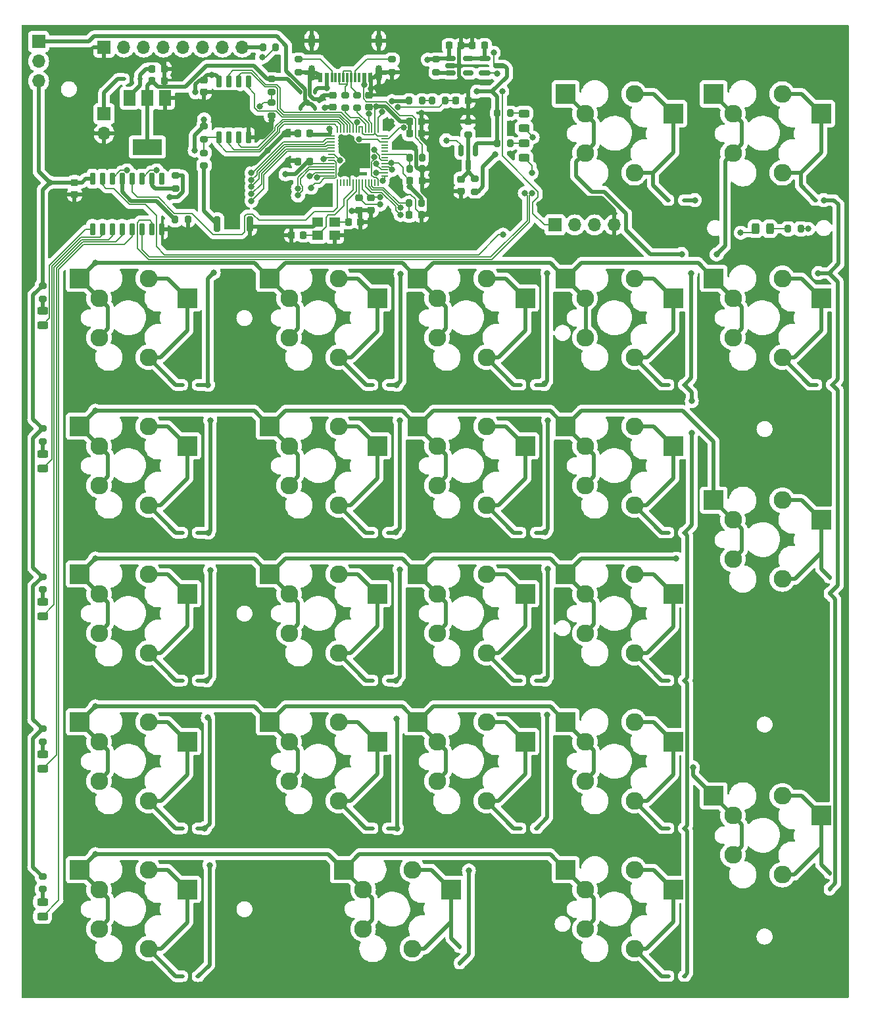
<source format=gbr>
%TF.GenerationSoftware,KiCad,Pcbnew,7.0.7*%
%TF.CreationDate,2024-03-23T11:57:09+09:00*%
%TF.ProjectId,RP2040_KBD,52503230-3430-45f4-9b42-442e6b696361,rev?*%
%TF.SameCoordinates,Original*%
%TF.FileFunction,Copper,L1,Top*%
%TF.FilePolarity,Positive*%
%FSLAX46Y46*%
G04 Gerber Fmt 4.6, Leading zero omitted, Abs format (unit mm)*
G04 Created by KiCad (PCBNEW 7.0.7) date 2024-03-23 11:57:09*
%MOMM*%
%LPD*%
G01*
G04 APERTURE LIST*
G04 Aperture macros list*
%AMRoundRect*
0 Rectangle with rounded corners*
0 $1 Rounding radius*
0 $2 $3 $4 $5 $6 $7 $8 $9 X,Y pos of 4 corners*
0 Add a 4 corners polygon primitive as box body*
4,1,4,$2,$3,$4,$5,$6,$7,$8,$9,$2,$3,0*
0 Add four circle primitives for the rounded corners*
1,1,$1+$1,$2,$3*
1,1,$1+$1,$4,$5*
1,1,$1+$1,$6,$7*
1,1,$1+$1,$8,$9*
0 Add four rect primitives between the rounded corners*
20,1,$1+$1,$2,$3,$4,$5,0*
20,1,$1+$1,$4,$5,$6,$7,0*
20,1,$1+$1,$6,$7,$8,$9,0*
20,1,$1+$1,$8,$9,$2,$3,0*%
G04 Aperture macros list end*
%TA.AperFunction,SMDPad,CuDef*%
%ADD10RoundRect,0.112500X0.187500X0.112500X-0.187500X0.112500X-0.187500X-0.112500X0.187500X-0.112500X0*%
%TD*%
%TA.AperFunction,SMDPad,CuDef*%
%ADD11R,2.550000X2.500000*%
%TD*%
%TA.AperFunction,ComponentPad*%
%ADD12C,2.286000*%
%TD*%
%TA.AperFunction,SMDPad,CuDef*%
%ADD13RoundRect,0.200000X-0.275000X0.200000X-0.275000X-0.200000X0.275000X-0.200000X0.275000X0.200000X0*%
%TD*%
%TA.AperFunction,SMDPad,CuDef*%
%ADD14RoundRect,0.112500X0.112500X-0.187500X0.112500X0.187500X-0.112500X0.187500X-0.112500X-0.187500X0*%
%TD*%
%TA.AperFunction,SMDPad,CuDef*%
%ADD15RoundRect,0.225000X0.225000X0.250000X-0.225000X0.250000X-0.225000X-0.250000X0.225000X-0.250000X0*%
%TD*%
%TA.AperFunction,SMDPad,CuDef*%
%ADD16R,0.600000X1.160000*%
%TD*%
%TA.AperFunction,SMDPad,CuDef*%
%ADD17R,0.300000X1.160000*%
%TD*%
%TA.AperFunction,ComponentPad*%
%ADD18O,0.900000X2.000000*%
%TD*%
%TA.AperFunction,ComponentPad*%
%ADD19O,0.900000X1.700000*%
%TD*%
%TA.AperFunction,SMDPad,CuDef*%
%ADD20RoundRect,0.200000X0.200000X0.275000X-0.200000X0.275000X-0.200000X-0.275000X0.200000X-0.275000X0*%
%TD*%
%TA.AperFunction,SMDPad,CuDef*%
%ADD21RoundRect,0.225000X-0.225000X-0.250000X0.225000X-0.250000X0.225000X0.250000X-0.225000X0.250000X0*%
%TD*%
%TA.AperFunction,ComponentPad*%
%ADD22R,1.700000X1.700000*%
%TD*%
%TA.AperFunction,ComponentPad*%
%ADD23O,1.700000X1.700000*%
%TD*%
%TA.AperFunction,SMDPad,CuDef*%
%ADD24RoundRect,0.150000X0.150000X-0.650000X0.150000X0.650000X-0.150000X0.650000X-0.150000X-0.650000X0*%
%TD*%
%TA.AperFunction,SMDPad,CuDef*%
%ADD25RoundRect,0.200000X-0.200000X-0.275000X0.200000X-0.275000X0.200000X0.275000X-0.200000X0.275000X0*%
%TD*%
%TA.AperFunction,SMDPad,CuDef*%
%ADD26RoundRect,0.225000X0.250000X-0.225000X0.250000X0.225000X-0.250000X0.225000X-0.250000X-0.225000X0*%
%TD*%
%TA.AperFunction,SMDPad,CuDef*%
%ADD27RoundRect,0.150000X-0.150000X0.587500X-0.150000X-0.587500X0.150000X-0.587500X0.150000X0.587500X0*%
%TD*%
%TA.AperFunction,SMDPad,CuDef*%
%ADD28RoundRect,0.243750X0.456250X-0.243750X0.456250X0.243750X-0.456250X0.243750X-0.456250X-0.243750X0*%
%TD*%
%TA.AperFunction,SMDPad,CuDef*%
%ADD29RoundRect,0.150000X-0.512500X-0.150000X0.512500X-0.150000X0.512500X0.150000X-0.512500X0.150000X0*%
%TD*%
%TA.AperFunction,SMDPad,CuDef*%
%ADD30R,1.500000X2.000000*%
%TD*%
%TA.AperFunction,SMDPad,CuDef*%
%ADD31R,3.800000X2.000000*%
%TD*%
%TA.AperFunction,SMDPad,CuDef*%
%ADD32RoundRect,0.225000X-0.250000X0.225000X-0.250000X-0.225000X0.250000X-0.225000X0.250000X0.225000X0*%
%TD*%
%TA.AperFunction,SMDPad,CuDef*%
%ADD33RoundRect,0.200000X0.275000X-0.200000X0.275000X0.200000X-0.275000X0.200000X-0.275000X-0.200000X0*%
%TD*%
%TA.AperFunction,SMDPad,CuDef*%
%ADD34RoundRect,0.200000X0.200000X0.800000X-0.200000X0.800000X-0.200000X-0.800000X0.200000X-0.800000X0*%
%TD*%
%TA.AperFunction,SMDPad,CuDef*%
%ADD35R,1.400000X1.200000*%
%TD*%
%TA.AperFunction,SMDPad,CuDef*%
%ADD36RoundRect,0.150000X-0.587500X-0.150000X0.587500X-0.150000X0.587500X0.150000X-0.587500X0.150000X0*%
%TD*%
%TA.AperFunction,SMDPad,CuDef*%
%ADD37RoundRect,0.243750X-0.243750X-0.456250X0.243750X-0.456250X0.243750X0.456250X-0.243750X0.456250X0*%
%TD*%
%TA.AperFunction,SMDPad,CuDef*%
%ADD38RoundRect,0.050000X-0.387500X-0.050000X0.387500X-0.050000X0.387500X0.050000X-0.387500X0.050000X0*%
%TD*%
%TA.AperFunction,SMDPad,CuDef*%
%ADD39RoundRect,0.050000X-0.050000X-0.387500X0.050000X-0.387500X0.050000X0.387500X-0.050000X0.387500X0*%
%TD*%
%TA.AperFunction,SMDPad,CuDef*%
%ADD40R,3.200000X3.200000*%
%TD*%
%TA.AperFunction,ViaPad*%
%ADD41C,0.800000*%
%TD*%
%TA.AperFunction,Conductor*%
%ADD42C,0.500000*%
%TD*%
%TA.AperFunction,Conductor*%
%ADD43C,0.200000*%
%TD*%
G04 APERTURE END LIST*
D10*
%TO.P,D20,1,K*%
%TO.N,GP7*%
X104590000Y-130240000D03*
%TO.P,D20,2,A*%
%TO.N,Net-(D20-A)*%
X102490000Y-130240000D03*
%TD*%
D11*
%TO.P,SW3,1,1*%
%TO.N,GP1*%
X45800000Y-78440000D03*
D12*
X48280000Y-80980000D03*
X48280000Y-86060000D03*
%TO.P,SW3,2,2*%
%TO.N,Net-(D8-A)*%
X54630000Y-78440000D03*
X54630000Y-88600000D03*
D11*
X59650000Y-80980000D03*
%TD*%
D10*
%TO.P,D8,1,K*%
%TO.N,GP9*%
X61050000Y-92150000D03*
%TO.P,D8,2,A*%
%TO.N,Net-(D8-A)*%
X58950000Y-92150000D03*
%TD*%
D13*
%TO.P,R11,1*%
%TO.N,Net-(Q1-D)*%
X96700000Y-46550000D03*
%TO.P,R11,2*%
%TO.N,+5V*%
X96700000Y-48200000D03*
%TD*%
D11*
%TO.P,SW14,1,1*%
%TO.N,GP2*%
X89320000Y-97490000D03*
D12*
X91800000Y-100030000D03*
X91800000Y-105110000D03*
%TO.P,SW14,2,2*%
%TO.N,Net-(D19-A)*%
X98150000Y-97490000D03*
X98150000Y-107650000D03*
D11*
X103170000Y-100030000D03*
%TD*%
D13*
%TO.P,R22,1*%
%TO.N,+3V3*%
X41000000Y-78750000D03*
%TO.P,R22,2*%
%TO.N,Net-(D35-A)*%
X41000000Y-80400000D03*
%TD*%
D11*
%TO.P,SW6,1,1*%
%TO.N,GP4*%
X45800000Y-135590000D03*
D12*
X48280000Y-138130000D03*
X48280000Y-143210000D03*
%TO.P,SW6,2,2*%
%TO.N,Net-(D11-A)*%
X54630000Y-135590000D03*
X54630000Y-145750000D03*
D11*
X59650000Y-138130000D03*
%TD*%
%TO.P,SW8,1,1*%
%TO.N,GP1*%
X70270000Y-78440000D03*
D12*
X72750000Y-80980000D03*
X72750000Y-86060000D03*
%TO.P,SW8,2,2*%
%TO.N,Net-(D13-A)*%
X79100000Y-78440000D03*
X79100000Y-88600000D03*
D11*
X84120000Y-80980000D03*
%TD*%
D14*
%TO.P,D3,1,K*%
%TO.N,+5V*%
X74200000Y-37500000D03*
%TO.P,D3,2,A*%
%TO.N,BAT_5V*%
X74200000Y-35400000D03*
%TD*%
D15*
%TO.P,C13,1*%
%TO.N,GND*%
X95775000Y-36500000D03*
%TO.P,C13,2*%
%TO.N,/MCU/ADC_AVDD*%
X94225000Y-36500000D03*
%TD*%
D16*
%TO.P,J3,A1,GND*%
%TO.N,GND*%
X83200000Y-33510000D03*
%TO.P,J3,A4,VBUS*%
%TO.N,VBUS*%
X82400000Y-33510000D03*
D17*
%TO.P,J3,A5,CC1*%
%TO.N,Net-(J3-CC1)*%
X81250000Y-33510000D03*
%TO.P,J3,A6,D+*%
%TO.N,/MCU/USB_DP*%
X80250000Y-33510000D03*
%TO.P,J3,A7,D-*%
%TO.N,/MCU/USB_DM*%
X79750000Y-33510000D03*
%TO.P,J3,A8,SBU1*%
%TO.N,unconnected-(J3-SBU1-PadA8)*%
X78750000Y-33510000D03*
D16*
%TO.P,J3,A9,VBUS*%
%TO.N,VBUS*%
X77600000Y-33510000D03*
%TO.P,J3,A12,GND*%
%TO.N,GND*%
X76800000Y-33510000D03*
%TO.P,J3,B1,GND*%
X76800000Y-33510000D03*
%TO.P,J3,B4,VBUS*%
%TO.N,VBUS*%
X77600000Y-33510000D03*
D17*
%TO.P,J3,B5,CC2*%
%TO.N,Net-(J3-CC2)*%
X78250000Y-33510000D03*
%TO.P,J3,B6,D+*%
%TO.N,/MCU/USB_DP*%
X79250000Y-33510000D03*
%TO.P,J3,B7,D-*%
%TO.N,/MCU/USB_DM*%
X80750000Y-33510000D03*
%TO.P,J3,B8,SBU2*%
%TO.N,unconnected-(J3-SBU2-PadB8)*%
X81750000Y-33510000D03*
D16*
%TO.P,J3,B9,VBUS*%
%TO.N,VBUS*%
X82400000Y-33510000D03*
%TO.P,J3,B12,GND*%
%TO.N,GND*%
X83200000Y-33510000D03*
D18*
%TO.P,J3,S1,SHIELD*%
X84320000Y-32930000D03*
D19*
X84320000Y-28760000D03*
D18*
X75680000Y-32930000D03*
D19*
X75680000Y-28760000D03*
%TD*%
D20*
%TO.P,R27,1*%
%TO.N,GND*%
X59725000Y-51800000D03*
%TO.P,R27,2*%
%TO.N,Net-(U5-~{OE})*%
X58075000Y-51800000D03*
%TD*%
D21*
%TO.P,C2,1*%
%TO.N,+3V3*%
X88250000Y-40700000D03*
%TO.P,C2,2*%
%TO.N,GND*%
X89800000Y-40700000D03*
%TD*%
D11*
%TO.P,SW17,1,1*%
%TO.N,GP1*%
X108370000Y-78440000D03*
D12*
X110850000Y-80980000D03*
X110850000Y-86060000D03*
%TO.P,SW17,2,2*%
%TO.N,Net-(D22-A)*%
X117200000Y-78440000D03*
X117200000Y-88600000D03*
D11*
X122220000Y-80980000D03*
%TD*%
D10*
%TO.P,D13,1,K*%
%TO.N,GP8*%
X85550000Y-92146666D03*
%TO.P,D13,2,A*%
%TO.N,Net-(D13-A)*%
X83450000Y-92146666D03*
%TD*%
D22*
%TO.P,JP1,1,A*%
%TO.N,+5V*%
X40500000Y-28875000D03*
D23*
%TO.P,JP1,2,C*%
%TO.N,/TFT_ST7735/TFT_VCC*%
X40500000Y-31415000D03*
%TO.P,JP1,3,B*%
%TO.N,+3V3*%
X40500000Y-33955000D03*
%TD*%
D24*
%TO.P,U3,1,~{CS}*%
%TO.N,/MCU/QSPI_SS*%
X63695000Y-41200000D03*
%TO.P,U3,2,DO(IO1)*%
%TO.N,/MCU/QSPI_SD1*%
X64965000Y-41200000D03*
%TO.P,U3,3,IO2*%
%TO.N,/MCU/QSPI_SD2*%
X66235000Y-41200000D03*
%TO.P,U3,4,GND*%
%TO.N,GND*%
X67505000Y-41200000D03*
%TO.P,U3,5,DI(IO0)*%
%TO.N,/MCU/QSPI_SD0*%
X67505000Y-34000000D03*
%TO.P,U3,6,CLK*%
%TO.N,/MCU/QSPI_SCLK*%
X66235000Y-34000000D03*
%TO.P,U3,7,IO3*%
%TO.N,/MCU/QSPI_SD3*%
X64965000Y-34000000D03*
%TO.P,U3,8,VCC*%
%TO.N,+3V3*%
X63695000Y-34000000D03*
%TD*%
D13*
%TO.P,R12,1*%
%TO.N,GND*%
X95800000Y-39187500D03*
%TO.P,R12,2*%
%TO.N,Net-(Q1-D)*%
X95800000Y-40837500D03*
%TD*%
D25*
%TO.P,R28,1*%
%TO.N,+3V3*%
X99550000Y-38100000D03*
%TO.P,R28,2*%
%TO.N,Net-(D37-A)*%
X101200000Y-38100000D03*
%TD*%
D26*
%TO.P,C10,1*%
%TO.N,GND*%
X94900000Y-48150000D03*
%TO.P,C10,2*%
%TO.N,Net-(Q1-D)*%
X94900000Y-46600000D03*
%TD*%
D21*
%TO.P,C4,1*%
%TO.N,+BATT*%
X55125000Y-32400000D03*
%TO.P,C4,2*%
%TO.N,GND*%
X56675000Y-32400000D03*
%TD*%
D26*
%TO.P,C7,1*%
%TO.N,+3V3*%
X78400000Y-37350000D03*
%TO.P,C7,2*%
%TO.N,GND*%
X78400000Y-35800000D03*
%TD*%
D13*
%TO.P,R2,1*%
%TO.N,Net-(J3-CC1)*%
X86000000Y-31175000D03*
%TO.P,R2,2*%
%TO.N,GND*%
X86000000Y-32825000D03*
%TD*%
D10*
%TO.P,D11,1,K*%
%TO.N,GP9*%
X61050000Y-149300000D03*
%TO.P,D11,2,A*%
%TO.N,Net-(D11-A)*%
X58950000Y-149300000D03*
%TD*%
D11*
%TO.P,SW13,1,1*%
%TO.N,GP1*%
X89320000Y-78440000D03*
D12*
X91800000Y-80980000D03*
X91800000Y-86060000D03*
%TO.P,SW13,2,2*%
%TO.N,Net-(D18-A)*%
X98150000Y-78440000D03*
X98150000Y-88600000D03*
D11*
X103170000Y-80980000D03*
%TD*%
D14*
%TO.P,D27,1,K*%
%TO.N,C5*%
X142340000Y-100000000D03*
%TO.P,D27,2,A*%
%TO.N,Net-(D27-A)*%
X142340000Y-97900000D03*
%TD*%
D27*
%TO.P,Q1,1,G*%
%TO.N,+3V3*%
X96750000Y-42862500D03*
%TO.P,Q1,2,S*%
%TO.N,/MCU/GPIO29_ADC3*%
X94850000Y-42862500D03*
%TO.P,Q1,3,D*%
%TO.N,Net-(Q1-D)*%
X95800000Y-44737500D03*
%TD*%
D10*
%TO.P,D14,1,K*%
%TO.N,GP8*%
X85550000Y-111193332D03*
%TO.P,D14,2,A*%
%TO.N,Net-(D14-A)*%
X83450000Y-111193332D03*
%TD*%
D28*
%TO.P,D35,1,K*%
%TO.N,Net-(D35-K)*%
X41000000Y-83875000D03*
%TO.P,D35,2,A*%
%TO.N,Net-(D35-A)*%
X41000000Y-82000000D03*
%TD*%
D13*
%TO.P,R17,1*%
%TO.N,/MCU/USB_DM*%
X81500000Y-35750000D03*
%TO.P,R17,2*%
%TO.N,Net-(U4-USB_DM)*%
X81500000Y-37400000D03*
%TD*%
D15*
%TO.P,C1,1*%
%TO.N,+3V3*%
X75450000Y-40700000D03*
%TO.P,C1,2*%
%TO.N,GND*%
X73900000Y-40700000D03*
%TD*%
D13*
%TO.P,R24,1*%
%TO.N,+3V3*%
X41000000Y-117450000D03*
%TO.P,R24,2*%
%TO.N,Net-(D34-A)*%
X41000000Y-119100000D03*
%TD*%
%TO.P,R13,1*%
%TO.N,+3V3*%
X61800000Y-39775000D03*
%TO.P,R13,2*%
%TO.N,/MCU/QSPI_SS*%
X61800000Y-41425000D03*
%TD*%
%TO.P,R16,1*%
%TO.N,/MCU/USB_DP*%
X80000000Y-35750000D03*
%TO.P,R16,2*%
%TO.N,Net-(U4-USB_DP)*%
X80000000Y-37400000D03*
%TD*%
D11*
%TO.P,SW15,1,1*%
%TO.N,GP3*%
X89320000Y-116540000D03*
D12*
X91800000Y-119080000D03*
X91800000Y-124160000D03*
%TO.P,SW15,2,2*%
%TO.N,Net-(D20-A)*%
X98150000Y-116540000D03*
X98150000Y-126700000D03*
D11*
X103170000Y-119080000D03*
%TD*%
D29*
%TO.P,U2,1,VIN*%
%TO.N,+5V*%
X93525000Y-31050000D03*
%TO.P,U2,2,GND*%
%TO.N,GND*%
X93525000Y-32000000D03*
%TO.P,U2,3,CE*%
%TO.N,Net-(U2-CE)*%
X93525000Y-32950000D03*
%TO.P,U2,4,NC*%
%TO.N,unconnected-(U2-NC-Pad4)*%
X95800000Y-32950000D03*
%TO.P,U2,5,VOUT*%
%TO.N,Net-(U2-VOUT)*%
X95800000Y-31050000D03*
%TD*%
D11*
%TO.P,SW22,1,1*%
%TO.N,GP1*%
X127420000Y-87965000D03*
D12*
X129900000Y-90505000D03*
X129900000Y-95585000D03*
%TO.P,SW22,2,2*%
%TO.N,Net-(D27-A)*%
X136250000Y-87965000D03*
X136250000Y-98125000D03*
D11*
X141270000Y-90505000D03*
%TD*%
D28*
%TO.P,D32,1,K*%
%TO.N,Net-(D32-K)*%
X41000000Y-102937500D03*
%TO.P,D32,2,A*%
%TO.N,Net-(D32-A)*%
X41000000Y-101062500D03*
%TD*%
D30*
%TO.P,U1,1,GND*%
%TO.N,GND*%
X56800000Y-36150000D03*
%TO.P,U1,2,VO*%
%TO.N,BAT_5V*%
X54500000Y-36150000D03*
D31*
X54500000Y-42450000D03*
D30*
%TO.P,U1,3,VI*%
%TO.N,+BATT*%
X52200000Y-36150000D03*
%TD*%
D10*
%TO.P,D21,1,K*%
%TO.N,GP6*%
X123640000Y-73090000D03*
%TO.P,D21,2,A*%
%TO.N,Net-(D21-A)*%
X121540000Y-73090000D03*
%TD*%
%TO.P,D7,1,K*%
%TO.N,GP9*%
X61050000Y-73100000D03*
%TO.P,D7,2,A*%
%TO.N,Net-(D7-A)*%
X58950000Y-73100000D03*
%TD*%
D11*
%TO.P,SW11,1,1*%
%TO.N,GP4*%
X79795000Y-135590000D03*
D12*
X82275000Y-138130000D03*
X82275000Y-143210000D03*
%TO.P,SW11,2,2*%
%TO.N,Net-(D16-A)*%
X88625000Y-135590000D03*
X88625000Y-145750000D03*
D11*
X93645000Y-138130000D03*
%TD*%
D10*
%TO.P,D17,1,K*%
%TO.N,GP7*%
X104590000Y-73090000D03*
%TO.P,D17,2,A*%
%TO.N,Net-(D17-A)*%
X102490000Y-73090000D03*
%TD*%
%TO.P,D25,1,K*%
%TO.N,GP6*%
X123640000Y-149290000D03*
%TO.P,D25,2,A*%
%TO.N,Net-(D25-A)*%
X121540000Y-149290000D03*
%TD*%
D11*
%TO.P,SW12,1,1*%
%TO.N,GP0*%
X89320000Y-59390000D03*
D12*
X91800000Y-61930000D03*
X91800000Y-67010000D03*
%TO.P,SW12,2,2*%
%TO.N,Net-(D17-A)*%
X98150000Y-59390000D03*
X98150000Y-69550000D03*
D11*
X103170000Y-61930000D03*
%TD*%
D13*
%TO.P,R26,1*%
%TO.N,+3V3*%
X58100000Y-46150000D03*
%TO.P,R26,2*%
%TO.N,Net-(U5-~{SRCLR})*%
X58100000Y-47800000D03*
%TD*%
D28*
%TO.P,D37,1,K*%
%TO.N,Net-(D37-K)*%
X103000000Y-40000000D03*
%TO.P,D37,2,A*%
%TO.N,Net-(D37-A)*%
X103000000Y-38125000D03*
%TD*%
D10*
%TO.P,D18,1,K*%
%TO.N,GP7*%
X104590000Y-92140000D03*
%TO.P,D18,2,A*%
%TO.N,Net-(D18-A)*%
X102490000Y-92140000D03*
%TD*%
D14*
%TO.P,D2,1,K*%
%TO.N,+5V*%
X76100000Y-37500000D03*
%TO.P,D2,2,A*%
%TO.N,VBUS*%
X76100000Y-35400000D03*
%TD*%
D15*
%TO.P,C6,1*%
%TO.N,+3V3*%
X75450000Y-44300000D03*
%TO.P,C6,2*%
%TO.N,GND*%
X73900000Y-44300000D03*
%TD*%
D25*
%TO.P,R14,1*%
%TO.N,+3V3*%
X88200000Y-36500000D03*
%TO.P,R14,2*%
%TO.N,/MCU/ADC_VREF*%
X89850000Y-36500000D03*
%TD*%
D10*
%TO.P,D9,1,K*%
%TO.N,GP9*%
X61050000Y-111200000D03*
%TO.P,D9,2,A*%
%TO.N,Net-(D9-A)*%
X58950000Y-111200000D03*
%TD*%
D21*
%TO.P,C15,1*%
%TO.N,GND*%
X73050000Y-53800000D03*
%TO.P,C15,2*%
%TO.N,Net-(U4-XIN)*%
X74600000Y-53800000D03*
%TD*%
%TO.P,C14,1*%
%TO.N,RUN*%
X88225000Y-51200000D03*
%TO.P,C14,2*%
%TO.N,GND*%
X89775000Y-51200000D03*
%TD*%
D28*
%TO.P,D33,1,K*%
%TO.N,Net-(D33-K)*%
X41000000Y-65407500D03*
%TO.P,D33,2,A*%
%TO.N,Net-(D33-A)*%
X41000000Y-63532500D03*
%TD*%
D25*
%TO.P,R19,1*%
%TO.N,/TFT_ST7735/TFT_BLK*%
X69375000Y-29575000D03*
%TO.P,R19,2*%
%TO.N,GP28*%
X71025000Y-29575000D03*
%TD*%
%TO.P,R29,1*%
%TO.N,+3V3*%
X99550000Y-42000000D03*
%TO.P,R29,2*%
%TO.N,Net-(D38-A)*%
X101200000Y-42000000D03*
%TD*%
D13*
%TO.P,R1,1*%
%TO.N,/MCU/QSPI_SS*%
X61800000Y-43200000D03*
%TO.P,R1,2*%
%TO.N,Net-(R1-Pad2)*%
X61800000Y-44850000D03*
%TD*%
D14*
%TO.P,D16,1,K*%
%TO.N,GP8*%
X94720000Y-147620000D03*
%TO.P,D16,2,A*%
%TO.N,Net-(D16-A)*%
X94720000Y-145520000D03*
%TD*%
D11*
%TO.P,SW4,1,1*%
%TO.N,GP2*%
X45800000Y-97490000D03*
D12*
X48280000Y-100030000D03*
X48280000Y-105110000D03*
%TO.P,SW4,2,2*%
%TO.N,Net-(D9-A)*%
X54630000Y-97490000D03*
X54630000Y-107650000D03*
D11*
X59650000Y-100030000D03*
%TD*%
D24*
%TO.P,U5,1,QB*%
%TO.N,Net-(D33-K)*%
X47455000Y-53050000D03*
%TO.P,U5,2,QC*%
%TO.N,Net-(D35-K)*%
X48725000Y-53050000D03*
%TO.P,U5,3,QD*%
%TO.N,Net-(D32-K)*%
X49995000Y-53050000D03*
%TO.P,U5,4,QE*%
%TO.N,Net-(D34-K)*%
X51265000Y-53050000D03*
%TO.P,U5,5,QF*%
%TO.N,Net-(D36-K)*%
X52535000Y-53050000D03*
%TO.P,U5,6,QG*%
%TO.N,Net-(D37-K)*%
X53805000Y-53050000D03*
%TO.P,U5,7,QH*%
%TO.N,Net-(D38-K)*%
X55075000Y-53050000D03*
%TO.P,U5,8,GND*%
%TO.N,GND*%
X56345000Y-53050000D03*
%TO.P,U5,9,QH'*%
%TO.N,unconnected-(U5-QH'-Pad9)*%
X56345000Y-46550000D03*
%TO.P,U5,10,~{SRCLR}*%
%TO.N,Net-(U5-~{SRCLR})*%
X55075000Y-46550000D03*
%TO.P,U5,11,SRCLK*%
%TO.N,GP11*%
X53805000Y-46550000D03*
%TO.P,U5,12,RCLK*%
%TO.N,GP12*%
X52535000Y-46550000D03*
%TO.P,U5,13,~{OE}*%
%TO.N,Net-(U5-~{OE})*%
X51265000Y-46550000D03*
%TO.P,U5,14,SER*%
%TO.N,GP10*%
X49995000Y-46550000D03*
%TO.P,U5,15,QA*%
%TO.N,Net-(D31-K)*%
X48725000Y-46550000D03*
%TO.P,U5,16,VCC*%
%TO.N,+3V3*%
X47455000Y-46550000D03*
%TD*%
D11*
%TO.P,SW5,1,1*%
%TO.N,GP3*%
X45800000Y-116540000D03*
D12*
X48280000Y-119080000D03*
X48280000Y-124160000D03*
%TO.P,SW5,2,2*%
%TO.N,Net-(D10-A)*%
X54630000Y-116540000D03*
X54630000Y-126700000D03*
D11*
X59650000Y-119080000D03*
%TD*%
D20*
%TO.P,R20,1*%
%TO.N,+3V3*%
X138650000Y-53000000D03*
%TO.P,R20,2*%
%TO.N,Net-(D31-A)*%
X137000000Y-53000000D03*
%TD*%
D32*
%TO.P,C18,1*%
%TO.N,GND*%
X83000000Y-35800000D03*
%TO.P,C18,2*%
%TO.N,+1V1*%
X83000000Y-37350000D03*
%TD*%
D10*
%TO.P,D29,1,K*%
%TO.N,C5*%
X123650000Y-49300000D03*
%TO.P,D29,2,A*%
%TO.N,Net-(D29-A)*%
X121550000Y-49300000D03*
%TD*%
D33*
%TO.P,R7,1*%
%TO.N,/MCU/GPIO22*%
X70500000Y-35350000D03*
%TO.P,R7,2*%
%TO.N,BAT_5V*%
X70500000Y-33700000D03*
%TD*%
D11*
%TO.P,SW19,1,1*%
%TO.N,GP3*%
X108370000Y-116540000D03*
D12*
X110850000Y-119080000D03*
X110850000Y-124160000D03*
%TO.P,SW19,2,2*%
%TO.N,Net-(D24-A)*%
X117200000Y-116540000D03*
X117200000Y-126700000D03*
D11*
X122220000Y-119080000D03*
%TD*%
D34*
%TO.P,SW1,1,1*%
%TO.N,GND*%
X67700000Y-52400000D03*
%TO.P,SW1,2,2*%
%TO.N,Net-(R1-Pad2)*%
X63500000Y-52400000D03*
%TD*%
D28*
%TO.P,D38,1,K*%
%TO.N,Net-(D38-K)*%
X103000000Y-43875000D03*
%TO.P,D38,2,A*%
%TO.N,Net-(D38-A)*%
X103000000Y-42000000D03*
%TD*%
D11*
%TO.P,SW18,1,1*%
%TO.N,GP2*%
X108370000Y-97490000D03*
D12*
X110850000Y-100030000D03*
X110850000Y-105110000D03*
%TO.P,SW18,2,2*%
%TO.N,Net-(D23-A)*%
X117200000Y-97490000D03*
X117200000Y-107650000D03*
D11*
X122220000Y-100030000D03*
%TD*%
D21*
%TO.P,C19,1*%
%TO.N,+3V3*%
X88250000Y-39200000D03*
%TO.P,C19,2*%
%TO.N,GND*%
X89800000Y-39200000D03*
%TD*%
D33*
%TO.P,R8,1*%
%TO.N,GND*%
X70500000Y-38400000D03*
%TO.P,R8,2*%
%TO.N,/MCU/GPIO22*%
X70500000Y-36750000D03*
%TD*%
D10*
%TO.P,D24,1,K*%
%TO.N,GP6*%
X123640000Y-130240000D03*
%TO.P,D24,2,A*%
%TO.N,Net-(D24-A)*%
X121540000Y-130240000D03*
%TD*%
%TO.P,D10,1,K*%
%TO.N,GP9*%
X61050000Y-130250000D03*
%TO.P,D10,2,A*%
%TO.N,Net-(D10-A)*%
X58950000Y-130250000D03*
%TD*%
D22*
%TO.P,J4,1,Pin_1*%
%TO.N,GND*%
X48940000Y-29575000D03*
D23*
%TO.P,J4,2,Pin_2*%
%TO.N,/TFT_ST7735/TFT_VCC*%
X51480000Y-29575000D03*
%TO.P,J4,3,Pin_3*%
%TO.N,GP18*%
X54020000Y-29575000D03*
%TO.P,J4,4,Pin_4*%
%TO.N,GP19*%
X56560000Y-29575000D03*
%TO.P,J4,5,Pin_5*%
%TO.N,GP21*%
X59100000Y-29575000D03*
%TO.P,J4,6,Pin_6*%
%TO.N,GP20*%
X61640000Y-29575000D03*
%TO.P,J4,7,Pin_7*%
%TO.N,GP17*%
X64180000Y-29575000D03*
%TO.P,J4,8,Pin_8*%
%TO.N,/TFT_ST7735/TFT_BLK*%
X66720000Y-29575000D03*
%TD*%
D10*
%TO.P,D23,1,K*%
%TO.N,GP6*%
X123640000Y-111190000D03*
%TO.P,D23,2,A*%
%TO.N,Net-(D23-A)*%
X121540000Y-111190000D03*
%TD*%
%TO.P,D1,1,K*%
%TO.N,+BATT*%
X53550000Y-33700000D03*
%TO.P,D1,2,A*%
%TO.N,Net-(D1-A)*%
X51450000Y-33700000D03*
%TD*%
%TO.P,D15,1,K*%
%TO.N,GP8*%
X85550000Y-130240000D03*
%TO.P,D15,2,A*%
%TO.N,Net-(D15-A)*%
X83450000Y-130240000D03*
%TD*%
D11*
%TO.P,SW9,1,1*%
%TO.N,GP2*%
X70270000Y-97490000D03*
D12*
X72750000Y-100030000D03*
X72750000Y-105110000D03*
%TO.P,SW9,2,2*%
%TO.N,Net-(D14-A)*%
X79100000Y-97490000D03*
X79100000Y-107650000D03*
D11*
X84120000Y-100030000D03*
%TD*%
D13*
%TO.P,R21,1*%
%TO.N,+3V3*%
X41000000Y-60350000D03*
%TO.P,R21,2*%
%TO.N,Net-(D33-A)*%
X41000000Y-62000000D03*
%TD*%
D35*
%TO.P,Y1,1,1*%
%TO.N,Net-(U4-XIN)*%
X76400000Y-53800000D03*
%TO.P,Y1,2,2*%
%TO.N,GND*%
X78600000Y-53800000D03*
%TO.P,Y1,3,3*%
%TO.N,Net-(U4-XOUT)*%
X78600000Y-52100000D03*
%TO.P,Y1,4,4*%
%TO.N,GND*%
X76400000Y-52100000D03*
%TD*%
D25*
%TO.P,R4,1*%
%TO.N,/MCU/GPIO24*%
X88250000Y-43800000D03*
%TO.P,R4,2*%
%TO.N,VBUS*%
X89900000Y-43800000D03*
%TD*%
D21*
%TO.P,C11,1*%
%TO.N,GND*%
X96347500Y-29390000D03*
%TO.P,C11,2*%
%TO.N,Net-(U2-VOUT)*%
X97897500Y-29390000D03*
%TD*%
D10*
%TO.P,D22,1,K*%
%TO.N,GP6*%
X123640000Y-92140000D03*
%TO.P,D22,2,A*%
%TO.N,Net-(D22-A)*%
X121540000Y-92140000D03*
%TD*%
D11*
%TO.P,SW10,1,1*%
%TO.N,GP3*%
X70270000Y-116540000D03*
D12*
X72750000Y-119080000D03*
X72750000Y-124160000D03*
%TO.P,SW10,2,2*%
%TO.N,Net-(D15-A)*%
X79100000Y-116540000D03*
X79100000Y-126700000D03*
D11*
X84120000Y-119080000D03*
%TD*%
D10*
%TO.P,D26,1,K*%
%TO.N,C5*%
X142690000Y-73090000D03*
%TO.P,D26,2,A*%
%TO.N,Net-(D26-A)*%
X140590000Y-73090000D03*
%TD*%
D21*
%TO.P,C3,1*%
%TO.N,+3V3*%
X88300000Y-46800000D03*
%TO.P,C3,2*%
%TO.N,GND*%
X89850000Y-46800000D03*
%TD*%
D11*
%TO.P,SW20,1,1*%
%TO.N,GP4*%
X108370000Y-135590000D03*
D12*
X110850000Y-138130000D03*
X110850000Y-143210000D03*
%TO.P,SW20,2,2*%
%TO.N,Net-(D25-A)*%
X117200000Y-135590000D03*
X117200000Y-145750000D03*
D11*
X122220000Y-138130000D03*
%TD*%
D26*
%TO.P,C17,1*%
%TO.N,GND*%
X83300000Y-50575000D03*
%TO.P,C17,2*%
%TO.N,+1V1*%
X83300000Y-49025000D03*
%TD*%
D32*
%TO.P,C12,1*%
%TO.N,+3V3*%
X61800000Y-33850000D03*
%TO.P,C12,2*%
%TO.N,GND*%
X61800000Y-35400000D03*
%TD*%
D33*
%TO.P,R3,1*%
%TO.N,GND*%
X74000000Y-32825000D03*
%TO.P,R3,2*%
%TO.N,Net-(J3-CC2)*%
X74000000Y-31175000D03*
%TD*%
D36*
%TO.P,D6,1*%
%TO.N,Net-(U2-VOUT)*%
X97960000Y-31050000D03*
%TO.P,D6,2*%
%TO.N,SWD_3V3*%
X97960000Y-32950000D03*
%TO.P,D6,3*%
%TO.N,+3V3*%
X99835000Y-32000000D03*
%TD*%
D28*
%TO.P,D34,1,K*%
%TO.N,Net-(D34-K)*%
X41000000Y-122557500D03*
%TO.P,D34,2,A*%
%TO.N,Net-(D34-A)*%
X41000000Y-120682500D03*
%TD*%
D21*
%TO.P,C9,1*%
%TO.N,+5V*%
X93347500Y-29390000D03*
%TO.P,C9,2*%
%TO.N,GND*%
X94897500Y-29390000D03*
%TD*%
D11*
%TO.P,SW2,1,1*%
%TO.N,GP0*%
X45800000Y-59390000D03*
D12*
X48280000Y-61930000D03*
X48280000Y-67010000D03*
%TO.P,SW2,2,2*%
%TO.N,Net-(D7-A)*%
X54630000Y-59390000D03*
X54630000Y-69550000D03*
D11*
X59650000Y-61930000D03*
%TD*%
D26*
%TO.P,C20,1*%
%TO.N,GND*%
X45125000Y-48575000D03*
%TO.P,C20,2*%
%TO.N,+3V3*%
X45125000Y-47025000D03*
%TD*%
D25*
%TO.P,R15,1*%
%TO.N,/MCU/ADC_VREF*%
X91200000Y-36500000D03*
%TO.P,R15,2*%
%TO.N,/MCU/ADC_AVDD*%
X92850000Y-36500000D03*
%TD*%
D11*
%TO.P,SW24,1,1*%
%TO.N,GP3*%
X108370000Y-35620000D03*
D12*
X110850000Y-38160000D03*
X110850000Y-43240000D03*
%TO.P,SW24,2,2*%
%TO.N,Net-(D29-A)*%
X117200000Y-35620000D03*
X117200000Y-45780000D03*
D11*
X122220000Y-38160000D03*
%TD*%
D25*
%TO.P,R18,1*%
%TO.N,RUN*%
X88175000Y-49700000D03*
%TO.P,R18,2*%
%TO.N,+3V3*%
X89825000Y-49700000D03*
%TD*%
D33*
%TO.P,R6,1*%
%TO.N,Net-(U2-CE)*%
X91697500Y-32825000D03*
%TO.P,R6,2*%
%TO.N,+5V*%
X91697500Y-31175000D03*
%TD*%
D21*
%TO.P,C8,1*%
%TO.N,BAT_5V*%
X55125000Y-33900000D03*
%TO.P,C8,2*%
%TO.N,GND*%
X56675000Y-33900000D03*
%TD*%
D15*
%TO.P,C16,1*%
%TO.N,GND*%
X81950000Y-52100000D03*
%TO.P,C16,2*%
%TO.N,Net-(U4-XOUT)*%
X80400000Y-52100000D03*
%TD*%
D32*
%TO.P,C5,1*%
%TO.N,+3V3*%
X81800000Y-49025000D03*
%TO.P,C5,2*%
%TO.N,GND*%
X81800000Y-50575000D03*
%TD*%
D20*
%TO.P,R5,1*%
%TO.N,GND*%
X89900000Y-45300000D03*
%TO.P,R5,2*%
%TO.N,/MCU/GPIO24*%
X88250000Y-45300000D03*
%TD*%
D13*
%TO.P,R25,1*%
%TO.N,+3V3*%
X41000000Y-136450000D03*
%TO.P,R25,2*%
%TO.N,Net-(D36-A)*%
X41000000Y-138100000D03*
%TD*%
D11*
%TO.P,SW7,1,1*%
%TO.N,GP0*%
X70270000Y-59390000D03*
D12*
X72750000Y-61930000D03*
X72750000Y-67010000D03*
%TO.P,SW7,2,2*%
%TO.N,Net-(D12-A)*%
X79100000Y-59390000D03*
X79100000Y-69550000D03*
D11*
X84120000Y-61930000D03*
%TD*%
D37*
%TO.P,D31,1,K*%
%TO.N,Net-(D31-K)*%
X132772500Y-53000000D03*
%TO.P,D31,2,A*%
%TO.N,Net-(D31-A)*%
X134647500Y-53000000D03*
%TD*%
D14*
%TO.P,D28,1,K*%
%TO.N,C5*%
X142340000Y-138097500D03*
%TO.P,D28,2,A*%
%TO.N,Net-(D28-A)*%
X142340000Y-135997500D03*
%TD*%
D38*
%TO.P,U4,1,IOVDD*%
%TO.N,+3V3*%
X78162500Y-41000000D03*
%TO.P,U4,2,GPIO0*%
%TO.N,GP0*%
X78162500Y-41400000D03*
%TO.P,U4,3,GPIO1*%
%TO.N,GP1*%
X78162500Y-41800000D03*
%TO.P,U4,4,GPIO2*%
%TO.N,GP2*%
X78162500Y-42200000D03*
%TO.P,U4,5,GPIO3*%
%TO.N,GP3*%
X78162500Y-42600000D03*
%TO.P,U4,6,GPIO4*%
%TO.N,GP4*%
X78162500Y-43000000D03*
%TO.P,U4,7,GPIO5*%
%TO.N,C5*%
X78162500Y-43400000D03*
%TO.P,U4,8,GPIO6*%
%TO.N,GP6*%
X78162500Y-43800000D03*
%TO.P,U4,9,GPIO7*%
%TO.N,GP7*%
X78162500Y-44200000D03*
%TO.P,U4,10,IOVDD*%
%TO.N,+3V3*%
X78162500Y-44600000D03*
%TO.P,U4,11,GPIO8*%
%TO.N,GP8*%
X78162500Y-45000000D03*
%TO.P,U4,12,GPIO9*%
%TO.N,GP9*%
X78162500Y-45400000D03*
%TO.P,U4,13,GPIO10*%
%TO.N,GP10*%
X78162500Y-45800000D03*
%TO.P,U4,14,GPIO11*%
%TO.N,GP11*%
X78162500Y-46200000D03*
D39*
%TO.P,U4,15,GPIO12*%
%TO.N,GP12*%
X79000000Y-47037500D03*
%TO.P,U4,16,GPIO13*%
%TO.N,GP13*%
X79400000Y-47037500D03*
%TO.P,U4,17,GPIO14*%
%TO.N,GP14*%
X79800000Y-47037500D03*
%TO.P,U4,18,GPIO15*%
%TO.N,GP15*%
X80200000Y-47037500D03*
%TO.P,U4,19,TESTEN*%
%TO.N,GND*%
X80600000Y-47037500D03*
%TO.P,U4,20,XIN*%
%TO.N,Net-(U4-XIN)*%
X81000000Y-47037500D03*
%TO.P,U4,21,XOUT*%
%TO.N,Net-(U4-XOUT)*%
X81400000Y-47037500D03*
%TO.P,U4,22,IOVDD*%
%TO.N,+3V3*%
X81800000Y-47037500D03*
%TO.P,U4,23,DVDD*%
%TO.N,+1V1*%
X82200000Y-47037500D03*
%TO.P,U4,24,SWCLK*%
%TO.N,SWD_CLK*%
X82600000Y-47037500D03*
%TO.P,U4,25,SWD*%
%TO.N,SWD_DIO*%
X83000000Y-47037500D03*
%TO.P,U4,26,RUN*%
%TO.N,RUN*%
X83400000Y-47037500D03*
%TO.P,U4,27,GPIO16*%
%TO.N,GP16*%
X83800000Y-47037500D03*
%TO.P,U4,28,GPIO17*%
%TO.N,GP17*%
X84200000Y-47037500D03*
D38*
%TO.P,U4,29,GPIO18*%
%TO.N,GP18*%
X85037500Y-46200000D03*
%TO.P,U4,30,GPIO19*%
%TO.N,GP19*%
X85037500Y-45800000D03*
%TO.P,U4,31,GPIO20*%
%TO.N,GP20*%
X85037500Y-45400000D03*
%TO.P,U4,32,GPIO21*%
%TO.N,GP21*%
X85037500Y-45000000D03*
%TO.P,U4,33,IOVDD*%
%TO.N,+3V3*%
X85037500Y-44600000D03*
%TO.P,U4,34,GPIO22*%
%TO.N,/MCU/GPIO22*%
X85037500Y-44200000D03*
%TO.P,U4,35,GPIO23*%
%TO.N,/MCU/GPIO23{slash}BD*%
X85037500Y-43800000D03*
%TO.P,U4,36,GPIO24*%
%TO.N,/MCU/GPIO24*%
X85037500Y-43400000D03*
%TO.P,U4,37,GPIO25*%
%TO.N,/MCU/GPIO25*%
X85037500Y-43000000D03*
%TO.P,U4,38,GPIO26_ADC0*%
%TO.N,GP26*%
X85037500Y-42600000D03*
%TO.P,U4,39,GPIO27_ADC1*%
%TO.N,GP27*%
X85037500Y-42200000D03*
%TO.P,U4,40,GPIO28_ADC2*%
%TO.N,GP28*%
X85037500Y-41800000D03*
%TO.P,U4,41,GPIO29_ADC3*%
%TO.N,/MCU/GPIO29_ADC3*%
X85037500Y-41400000D03*
%TO.P,U4,42,IOVDD*%
%TO.N,+3V3*%
X85037500Y-41000000D03*
D39*
%TO.P,U4,43,ADC_AVDD*%
%TO.N,/MCU/ADC_AVDD*%
X84200000Y-40162500D03*
%TO.P,U4,44,VREG_IN*%
%TO.N,+3V3*%
X83800000Y-40162500D03*
%TO.P,U4,45,VREG_VOUT*%
%TO.N,+1V1*%
X83400000Y-40162500D03*
%TO.P,U4,46,USB_DM*%
%TO.N,Net-(U4-USB_DM)*%
X83000000Y-40162500D03*
%TO.P,U4,47,USB_DP*%
%TO.N,Net-(U4-USB_DP)*%
X82600000Y-40162500D03*
%TO.P,U4,48,USB_VDD*%
%TO.N,+3V3*%
X82200000Y-40162500D03*
%TO.P,U4,49,IOVDD*%
X81800000Y-40162500D03*
%TO.P,U4,50,DVDD*%
%TO.N,+1V1*%
X81400000Y-40162500D03*
%TO.P,U4,51,QSPI_SD3*%
%TO.N,/MCU/QSPI_SD3*%
X81000000Y-40162500D03*
%TO.P,U4,52,QSPI_SCLK*%
%TO.N,/MCU/QSPI_SCLK*%
X80600000Y-40162500D03*
%TO.P,U4,53,QSPI_SD0*%
%TO.N,/MCU/QSPI_SD0*%
X80200000Y-40162500D03*
%TO.P,U4,54,QSPI_SD2*%
%TO.N,/MCU/QSPI_SD2*%
X79800000Y-40162500D03*
%TO.P,U4,55,QSPI_SD1*%
%TO.N,/MCU/QSPI_SD1*%
X79400000Y-40162500D03*
%TO.P,U4,56,QSPI_SS*%
%TO.N,/MCU/QSPI_SS*%
X79000000Y-40162500D03*
D40*
%TO.P,U4,57,GND*%
%TO.N,GND*%
X81600000Y-43600000D03*
%TD*%
D13*
%TO.P,R23,1*%
%TO.N,+3V3*%
X41000000Y-97850000D03*
%TO.P,R23,2*%
%TO.N,Net-(D32-A)*%
X41000000Y-99500000D03*
%TD*%
D11*
%TO.P,SW23,1,1*%
%TO.N,GP2*%
X127420000Y-126065000D03*
D12*
X129900000Y-128605000D03*
X129900000Y-133685000D03*
%TO.P,SW23,2,2*%
%TO.N,Net-(D28-A)*%
X136250000Y-126065000D03*
X136250000Y-136225000D03*
D11*
X141270000Y-128605000D03*
%TD*%
D22*
%TO.P,J2,1,Pin_1*%
%TO.N,SWD_3V3*%
X107000000Y-52500000D03*
D23*
%TO.P,J2,2,Pin_2*%
%TO.N,SWD_CLK*%
X109540000Y-52500000D03*
%TO.P,J2,3,Pin_3*%
%TO.N,SWD_DIO*%
X112080000Y-52500000D03*
%TO.P,J2,4,Pin_4*%
%TO.N,GND*%
X114620000Y-52500000D03*
%TD*%
D11*
%TO.P,SW21,1,1*%
%TO.N,GP0*%
X127420000Y-59390000D03*
D12*
X129900000Y-61930000D03*
X129900000Y-67010000D03*
%TO.P,SW21,2,2*%
%TO.N,Net-(D26-A)*%
X136250000Y-59390000D03*
X136250000Y-69550000D03*
D11*
X141270000Y-61930000D03*
%TD*%
%TO.P,SW25,1,1*%
%TO.N,GP4*%
X127420000Y-35620000D03*
D12*
X129900000Y-38160000D03*
X129900000Y-43240000D03*
%TO.P,SW25,2,2*%
%TO.N,Net-(D30-A)*%
X136250000Y-35620000D03*
X136250000Y-45780000D03*
D11*
X141270000Y-38160000D03*
%TD*%
D10*
%TO.P,D19,1,K*%
%TO.N,GP7*%
X104590000Y-111190000D03*
%TO.P,D19,2,A*%
%TO.N,Net-(D19-A)*%
X102490000Y-111190000D03*
%TD*%
D28*
%TO.P,D36,1,K*%
%TO.N,Net-(D36-K)*%
X41000000Y-141607500D03*
%TO.P,D36,2,A*%
%TO.N,Net-(D36-A)*%
X41000000Y-139732500D03*
%TD*%
D11*
%TO.P,SW16,1,1*%
%TO.N,GP0*%
X108370000Y-59390000D03*
D12*
X110850000Y-61930000D03*
X110850000Y-67010000D03*
%TO.P,SW16,2,2*%
%TO.N,Net-(D21-A)*%
X117200000Y-59390000D03*
X117200000Y-69550000D03*
D11*
X122220000Y-61930000D03*
%TD*%
D22*
%TO.P,J1,1,Pin_1*%
%TO.N,Net-(D1-A)*%
X48940000Y-38160000D03*
D23*
%TO.P,J1,2,Pin_2*%
%TO.N,GND*%
X48940000Y-40700000D03*
%TD*%
D10*
%TO.P,D12,1,K*%
%TO.N,GP8*%
X85550000Y-73100000D03*
%TO.P,D12,2,A*%
%TO.N,Net-(D12-A)*%
X83450000Y-73100000D03*
%TD*%
%TO.P,D30,1,K*%
%TO.N,C5*%
X142650000Y-49300000D03*
%TO.P,D30,2,A*%
%TO.N,Net-(D30-A)*%
X140550000Y-49300000D03*
%TD*%
D41*
%TO.N,+3V3*%
X61800000Y-38900000D03*
X139600000Y-53000000D03*
X72300000Y-45974263D03*
X84505915Y-49841564D03*
X88300000Y-47600000D03*
X86000000Y-36538298D03*
X77950250Y-40099500D03*
X77350000Y-37400500D03*
X60600000Y-42900000D03*
X62800000Y-33200000D03*
X57400000Y-48900000D03*
X60720023Y-35400500D03*
X41925000Y-47025000D03*
X96950500Y-35300000D03*
X83974500Y-37200000D03*
X85912856Y-44502879D03*
X99100000Y-30300000D03*
%TO.N,GND*%
X140800000Y-34100000D03*
X124000000Y-29200000D03*
X94100000Y-53000000D03*
X122500000Y-133133333D03*
X95200000Y-53000000D03*
X65900000Y-39100000D03*
X131200000Y-30400000D03*
X44400000Y-41700000D03*
X85900000Y-39200000D03*
X47700000Y-48200000D03*
X45500000Y-42900000D03*
X100400000Y-47400000D03*
X44400000Y-45200000D03*
X51800000Y-38400000D03*
X71000000Y-47700000D03*
X88600000Y-53000000D03*
X72232746Y-40700000D03*
X91100000Y-48500000D03*
X59200000Y-43600000D03*
X65900000Y-37800000D03*
X136000000Y-32900000D03*
X56000000Y-38400000D03*
X101500000Y-49400000D03*
X43300000Y-40600000D03*
X121600000Y-29200000D03*
X101200000Y-43300000D03*
X42200000Y-41700000D03*
X122500000Y-131900000D03*
X44400000Y-38400000D03*
X138100000Y-51000000D03*
X134500000Y-51000000D03*
X44600000Y-51900000D03*
X120700000Y-108700000D03*
X93300000Y-44100000D03*
X103100000Y-36400000D03*
X59200000Y-53800000D03*
X63500000Y-39100000D03*
X52900000Y-38400000D03*
X118700000Y-52400000D03*
X65900000Y-36500000D03*
X64700000Y-37800000D03*
X63700000Y-45000000D03*
X44600000Y-53000000D03*
X122300000Y-52400000D03*
X47900000Y-42900000D03*
X121600000Y-30400000D03*
X104949750Y-49850250D03*
X122500000Y-134366666D03*
X93300000Y-45200000D03*
X138100000Y-49800000D03*
X71000000Y-49900000D03*
X139600000Y-29200000D03*
X43500000Y-49700000D03*
X64800000Y-46100000D03*
X63700000Y-49500000D03*
X94200000Y-40200000D03*
X110800000Y-30400000D03*
X46900000Y-50800000D03*
X97500000Y-39200000D03*
X114400000Y-30400000D03*
X90100000Y-33500000D03*
X97700000Y-27500000D03*
X45500000Y-39500000D03*
X122300000Y-51200000D03*
X42200000Y-36100000D03*
X119900000Y-51200000D03*
X42200000Y-44000000D03*
X71200000Y-53600000D03*
X92200000Y-44100000D03*
X125200000Y-29200000D03*
X43300000Y-39500000D03*
X44400000Y-30200000D03*
X60600000Y-38000000D03*
X142000000Y-29200000D03*
X137200000Y-29200000D03*
X48200000Y-34000000D03*
X124700000Y-51200000D03*
X70200000Y-53600000D03*
X133600000Y-30400000D03*
X139600000Y-32900000D03*
X67900000Y-44600000D03*
X63700000Y-48300000D03*
X96300000Y-53000000D03*
X130900000Y-49800000D03*
X123500000Y-52400000D03*
X104400000Y-34900000D03*
X138400000Y-31700000D03*
X64800000Y-49500000D03*
X43500000Y-48600000D03*
X140800000Y-35300000D03*
X103600000Y-30400000D03*
X103600000Y-29200000D03*
X86200000Y-29500000D03*
X47900000Y-44000000D03*
X93300000Y-48500000D03*
X135700000Y-51000000D03*
X118400000Y-111000000D03*
X97500000Y-36700000D03*
X123500000Y-51200000D03*
X72100000Y-49900000D03*
X58100000Y-44800000D03*
X107200000Y-30400000D03*
X42200000Y-32800000D03*
X131200000Y-29200000D03*
X92200000Y-47400000D03*
X63700000Y-47200000D03*
X80600000Y-28700000D03*
X101200000Y-30400000D03*
X45500000Y-45200000D03*
X112000000Y-29200000D03*
X79500000Y-29800000D03*
X122800000Y-29200000D03*
X117200000Y-111000000D03*
X45500000Y-40600000D03*
X72100000Y-48800000D03*
X140800000Y-31700000D03*
X135700000Y-49800000D03*
X64800000Y-48300000D03*
X120400000Y-29200000D03*
X136900000Y-51000000D03*
X52900000Y-39600000D03*
X100400000Y-48500000D03*
X93000000Y-53000000D03*
X51700000Y-50800000D03*
X51800000Y-39600000D03*
X42200000Y-39500000D03*
X119200000Y-30400000D03*
X43500000Y-51900000D03*
X92900000Y-40200000D03*
X49100000Y-42900000D03*
X91500000Y-39100000D03*
X99800000Y-45300000D03*
X42200000Y-37200000D03*
X58100000Y-54900000D03*
X58600000Y-40900000D03*
X43300000Y-30200000D03*
X73900000Y-28300000D03*
X63500000Y-36500000D03*
X97400000Y-53000000D03*
X69900000Y-49900000D03*
X136000000Y-30400000D03*
X125900000Y-51200000D03*
X81700000Y-29800000D03*
X72100000Y-47700000D03*
X118400000Y-130100000D03*
X97500000Y-37900000D03*
X128800000Y-30400000D03*
X110800000Y-29200000D03*
X132100000Y-49800000D03*
X118000000Y-30400000D03*
X142000000Y-32900000D03*
X142000000Y-30400000D03*
X45500000Y-27600000D03*
X80799500Y-50680331D03*
X72600000Y-44200000D03*
X125200000Y-30400000D03*
X104400000Y-36400000D03*
X133600000Y-29200000D03*
X132100000Y-51000000D03*
X99300000Y-46300000D03*
X90100000Y-34800000D03*
X45500000Y-37200000D03*
X43300000Y-44000000D03*
X91300000Y-34800000D03*
X43500000Y-53000000D03*
X91400000Y-41000000D03*
X44400000Y-32800000D03*
X77300000Y-29800000D03*
X116800000Y-30400000D03*
X139600000Y-34100000D03*
X139600000Y-30400000D03*
X122500000Y-135600000D03*
X142000000Y-34100000D03*
X73900000Y-29500000D03*
X121100000Y-51200000D03*
X79500000Y-30900000D03*
X133300000Y-49800000D03*
X101500000Y-47400000D03*
X124000000Y-30400000D03*
X124700000Y-52400000D03*
X136000000Y-29200000D03*
X71200000Y-31200000D03*
X94400000Y-45200000D03*
X69200000Y-53600000D03*
X127600000Y-29200000D03*
X42400000Y-48600000D03*
X59200000Y-54900000D03*
X64800000Y-45000000D03*
X125900000Y-52400000D03*
X43300000Y-41700000D03*
X42200000Y-30200000D03*
X42400000Y-50800000D03*
X43300000Y-32800000D03*
X82800000Y-28700000D03*
X98500000Y-53000000D03*
X128800000Y-29200000D03*
X109600000Y-30400000D03*
X126400000Y-29200000D03*
X130000000Y-29200000D03*
X44400000Y-37200000D03*
X63500000Y-37800000D03*
X104800000Y-29200000D03*
X62200044Y-54600000D03*
X95700000Y-27500000D03*
X81700000Y-28700000D03*
X103100000Y-34900000D03*
X91500000Y-29500000D03*
X122500000Y-116500000D03*
X86400000Y-42300000D03*
X136900000Y-49800000D03*
X86100000Y-46700000D03*
X139600000Y-31700000D03*
X43300000Y-42900000D03*
X120700000Y-127700000D03*
X67100000Y-37800000D03*
X42200000Y-38400000D03*
X79500000Y-28700000D03*
X121100000Y-52400000D03*
X42400000Y-54100000D03*
X63700000Y-46100000D03*
X44400000Y-40600000D03*
X122500000Y-115266666D03*
X45700000Y-51900000D03*
X92200000Y-45200000D03*
X87400000Y-48600000D03*
X132400000Y-30400000D03*
X92200000Y-46300000D03*
X134800000Y-32900000D03*
X138400000Y-34100000D03*
X43300000Y-45200000D03*
X45500000Y-41700000D03*
X132400000Y-29200000D03*
X101500000Y-48500000D03*
X101200000Y-39400000D03*
X43500000Y-50800000D03*
X138400000Y-32900000D03*
X49100000Y-44000000D03*
X93300000Y-47400000D03*
X119900000Y-52400000D03*
X102400000Y-29200000D03*
X44400000Y-42900000D03*
X67100000Y-39100000D03*
X81400000Y-45950000D03*
X45500000Y-44000000D03*
X102400000Y-30400000D03*
X115600000Y-30400000D03*
X118000000Y-29200000D03*
X49300000Y-50800000D03*
X60600000Y-36900000D03*
X79500000Y-41181904D03*
X94200000Y-39100000D03*
X117500000Y-52400000D03*
X89800000Y-38100000D03*
X42200000Y-40600000D03*
X86200000Y-28400000D03*
X108400000Y-29200000D03*
X88200000Y-29500000D03*
X44400000Y-44000000D03*
X122500000Y-112800000D03*
X50500000Y-50800000D03*
X48100000Y-50800000D03*
X126400000Y-30400000D03*
X44400000Y-27600000D03*
X93300000Y-46300000D03*
X130900000Y-51000000D03*
X43300000Y-37200000D03*
X134800000Y-30400000D03*
X70500000Y-39000000D03*
X91500000Y-28400000D03*
X87500000Y-53000000D03*
X120400000Y-30400000D03*
X78400000Y-28700000D03*
X106000000Y-30400000D03*
X88550000Y-42300000D03*
X134500000Y-49800000D03*
X104400000Y-33500000D03*
X80500000Y-41181904D03*
X99300000Y-47400000D03*
X88200000Y-28400000D03*
X99300000Y-48500000D03*
X117500000Y-51200000D03*
X92900000Y-39100000D03*
X45500000Y-30200000D03*
X113200000Y-30400000D03*
X50200000Y-44000000D03*
X112000000Y-30400000D03*
X140800000Y-32900000D03*
X88900000Y-34800000D03*
X89700000Y-53000000D03*
X44400000Y-39500000D03*
X52300000Y-32200000D03*
X46800000Y-44000000D03*
X127600000Y-30400000D03*
X94700000Y-27500000D03*
X140800000Y-29200000D03*
X133300000Y-51000000D03*
X42400000Y-49700000D03*
X96700000Y-27500000D03*
X42200000Y-27600000D03*
X109600000Y-29200000D03*
X103100000Y-33600000D03*
X121900000Y-107600000D03*
X108400000Y-30400000D03*
X43300000Y-38400000D03*
X45700000Y-50800000D03*
X43300000Y-27600000D03*
X137200000Y-30400000D03*
X107200000Y-29200000D03*
X86400000Y-53000000D03*
X71200000Y-32300000D03*
X138400000Y-30400000D03*
X100400000Y-46300000D03*
X140800000Y-30400000D03*
X106000000Y-29200000D03*
X64800000Y-47200000D03*
X50200000Y-42900000D03*
X119200000Y-29200000D03*
X58100000Y-53800000D03*
X88200000Y-30700000D03*
X92500000Y-34800000D03*
X45500000Y-38400000D03*
X138400000Y-29200000D03*
X79400000Y-45950000D03*
X122800000Y-30400000D03*
X45500000Y-32800000D03*
X93700000Y-34800000D03*
X64700000Y-36500000D03*
X71000000Y-48800000D03*
X78400000Y-30900000D03*
X101200000Y-29200000D03*
X113200000Y-29200000D03*
X42400000Y-53000000D03*
X115600000Y-29200000D03*
X121900000Y-126600000D03*
X91900000Y-53000000D03*
X42400000Y-51900000D03*
X90400000Y-29500000D03*
X137200000Y-31700000D03*
X98700000Y-27500000D03*
X137200000Y-32900000D03*
X114400000Y-29200000D03*
X48200000Y-32800000D03*
X122500000Y-114033333D03*
X104800000Y-30400000D03*
X49400000Y-32800000D03*
X136000000Y-31700000D03*
X42200000Y-45200000D03*
X90800000Y-53000000D03*
X92200000Y-48500000D03*
X82800000Y-29800000D03*
X134800000Y-31700000D03*
X80400000Y-45950000D03*
X44600000Y-50800000D03*
X89300000Y-28400000D03*
X134800000Y-29200000D03*
X80600000Y-30900000D03*
X51100000Y-32200000D03*
X142000000Y-31700000D03*
X80600000Y-29800000D03*
X97500000Y-40500000D03*
X82600000Y-42600000D03*
X83250126Y-34949874D03*
X118700000Y-51200000D03*
X43500000Y-54100000D03*
X130000000Y-30400000D03*
X80500000Y-44600000D03*
X59200000Y-44800000D03*
X117200000Y-130100000D03*
X57100000Y-39700000D03*
X64700000Y-39100000D03*
X90100000Y-34800000D03*
X101800000Y-36400000D03*
X69996953Y-42935793D03*
X142000000Y-35300000D03*
X46800000Y-42900000D03*
X57100000Y-38400000D03*
X42200000Y-42900000D03*
X67100000Y-36500000D03*
X89300000Y-29500000D03*
X56000000Y-39700000D03*
X90400000Y-28400000D03*
X116800000Y-29200000D03*
X77300000Y-28700000D03*
X78400000Y-29800000D03*
%TO.N,+5V*%
X75101565Y-36698435D03*
X99300000Y-43400000D03*
X90600000Y-31200000D03*
%TO.N,/MCU/ADC_AVDD*%
X84724000Y-37949500D03*
X86735204Y-37287382D03*
%TO.N,+1V1*%
X81538438Y-39267858D03*
X84470188Y-48942771D03*
X83000000Y-38200000D03*
%TO.N,C5*%
X125000000Y-49300000D03*
X140900000Y-58700000D03*
X79337350Y-44180634D03*
X141600000Y-49300000D03*
%TO.N,VBUS*%
X77600000Y-34900000D03*
X82400126Y-34420570D03*
%TO.N,SWD_3V3*%
X99500000Y-33000000D03*
X100200000Y-35300000D03*
%TO.N,GP9*%
X62600000Y-97000000D03*
X62600000Y-77700000D03*
X62147822Y-111200000D03*
X62300000Y-73100000D03*
X61900000Y-130250000D03*
X62300000Y-116000000D03*
X63050000Y-58650000D03*
X73900000Y-48700000D03*
X62500000Y-135000000D03*
X62350000Y-92150000D03*
%TO.N,GP8*%
X86600000Y-116100000D03*
X87000000Y-77700000D03*
X86600000Y-73100000D03*
X86500000Y-111200000D03*
X86500000Y-92100000D03*
X87100000Y-58800000D03*
X86640000Y-130240000D03*
X87000000Y-96900000D03*
X73900500Y-47800000D03*
X95900000Y-135700000D03*
%TO.N,GP7*%
X105700000Y-111100000D03*
X105600000Y-73000000D03*
X106000000Y-58700000D03*
X106100000Y-77700000D03*
X106100000Y-96800000D03*
X105700000Y-92100000D03*
X75600000Y-47700000D03*
X106000000Y-115600000D03*
%TO.N,GP6*%
X77200000Y-44000500D03*
X124600000Y-75200000D03*
X124500000Y-58700000D03*
X124600000Y-79300000D03*
%TO.N,Net-(D31-K)*%
X130900000Y-53500000D03*
X100300000Y-53750500D03*
%TO.N,Net-(D37-K)*%
X104100000Y-41200000D03*
X103100000Y-48400000D03*
%TO.N,Net-(D38-K)*%
X104000000Y-48400000D03*
X104000000Y-45800000D03*
%TO.N,SWD_CLK*%
X87100000Y-51200000D03*
%TO.N,SWD_DIO*%
X87100000Y-50300497D03*
%TO.N,GP18*%
X84799500Y-46800000D03*
%TO.N,GP19*%
X83999500Y-45800876D03*
%TO.N,GP21*%
X85974500Y-45400000D03*
%TO.N,GP20*%
X84000000Y-44601376D03*
%TO.N,GP17*%
X83699502Y-43753824D03*
%TO.N,/MCU/GPIO29_ADC3*%
X87500295Y-39949586D03*
X93000000Y-41600000D03*
%TO.N,/MCU/GPIO22*%
X69000000Y-37200500D03*
X83699502Y-42854321D03*
%TO.N,GP28*%
X69300000Y-30900000D03*
X81750103Y-41449397D03*
%TO.N,GP0*%
X67900000Y-45800000D03*
X47800000Y-57390000D03*
%TO.N,GP1*%
X47800000Y-76440000D03*
X67900000Y-46700497D03*
%TO.N,GP2*%
X47800000Y-95490000D03*
X122600000Y-95500000D03*
X124749500Y-122400000D03*
X67900000Y-47600000D03*
%TO.N,GP3*%
X67900000Y-48500000D03*
X47800000Y-114540000D03*
X123300000Y-56249500D03*
%TO.N,GP4*%
X67900000Y-49399503D03*
X127800000Y-56300000D03*
X47800000Y-133590000D03*
%TO.N,GP10*%
X51900166Y-45468184D03*
X75400000Y-46200000D03*
%TO.N,GP11*%
X55710250Y-45468279D03*
X76364405Y-46399500D03*
%TD*%
D42*
%TO.N,+3V3*%
X98900000Y-35300000D02*
X99550000Y-35950000D01*
X58400000Y-48900000D02*
X59100000Y-48200000D01*
D43*
X85912856Y-44502879D02*
X86802879Y-44502879D01*
D42*
X98900000Y-35300000D02*
X98600000Y-35300000D01*
X39800000Y-96650000D02*
X39800000Y-79950000D01*
X59100000Y-48200000D02*
X59100000Y-46700000D01*
X41000000Y-78750000D02*
X39800000Y-77550000D01*
X100800000Y-33400000D02*
X98900000Y-35300000D01*
X88300000Y-47600000D02*
X89825000Y-49125000D01*
X99550000Y-35950000D02*
X99550000Y-38100000D01*
X39800000Y-118650000D02*
X41000000Y-117450000D01*
X60720023Y-34379977D02*
X61250000Y-33850000D01*
X62800000Y-33200000D02*
X63300000Y-33200000D01*
D43*
X85912856Y-44502879D02*
X85815735Y-44600000D01*
D42*
X61800000Y-33600000D02*
X62200000Y-33200000D01*
X96950500Y-35300000D02*
X98600000Y-35300000D01*
D43*
X83800000Y-37374500D02*
X83800000Y-40162500D01*
D42*
X99835000Y-32000000D02*
X100500000Y-32000000D01*
X88300000Y-47600000D02*
X88300000Y-46800000D01*
X89825000Y-49125000D02*
X89825000Y-49700000D01*
X60720023Y-35400500D02*
X60720023Y-34379977D01*
X77400500Y-37350000D02*
X78400000Y-37350000D01*
X39800000Y-116250000D02*
X39800000Y-99050000D01*
X39800000Y-61550000D02*
X41000000Y-60350000D01*
X39800000Y-135250000D02*
X39800000Y-118650000D01*
X88250000Y-39200000D02*
X88250000Y-40700000D01*
D43*
X78162500Y-44600000D02*
X75750000Y-44600000D01*
D42*
X78000000Y-40700000D02*
X77800000Y-40900000D01*
X97000000Y-42000000D02*
X99550000Y-42000000D01*
X96750000Y-42250000D02*
X97000000Y-42000000D01*
X60600000Y-42900000D02*
X60600000Y-40975000D01*
D43*
X81800000Y-49025000D02*
X81800000Y-47037500D01*
X84505915Y-49841564D02*
X82616564Y-49841564D01*
D42*
X41925000Y-47025000D02*
X40500000Y-45600000D01*
D43*
X83800000Y-40700000D02*
X83800000Y-40162500D01*
X99300000Y-32000000D02*
X99835000Y-32000000D01*
D42*
X57400000Y-48900000D02*
X58400000Y-48900000D01*
X83974500Y-37200000D02*
X85111161Y-37200000D01*
X46550000Y-46550000D02*
X46075000Y-47025000D01*
D43*
X86802879Y-44502879D02*
X87400000Y-45100000D01*
D42*
X100500000Y-32000000D02*
X100800000Y-32300000D01*
X41000000Y-136450000D02*
X39800000Y-135250000D01*
X86000000Y-36538298D02*
X88161702Y-36538298D01*
D43*
X99100000Y-31800000D02*
X99300000Y-32000000D01*
D42*
X61800000Y-39775000D02*
X61800000Y-38900000D01*
X62200000Y-33200000D02*
X62800000Y-33200000D01*
X99550000Y-38100000D02*
X99550000Y-42000000D01*
D43*
X78162500Y-41000000D02*
X75750000Y-41000000D01*
D42*
X87111161Y-39200000D02*
X88250000Y-39200000D01*
X96750000Y-42862500D02*
X96750000Y-42250000D01*
X88161702Y-36538298D02*
X88200000Y-36500000D01*
D43*
X99100000Y-30300000D02*
X99100000Y-31800000D01*
D42*
X41000000Y-97850000D02*
X39800000Y-96650000D01*
X41925000Y-47025000D02*
X45125000Y-47025000D01*
X85111161Y-37200000D02*
X87111161Y-39200000D01*
D43*
X75750000Y-41000000D02*
X75450000Y-40700000D01*
D42*
X59050000Y-46150000D02*
X58100000Y-46150000D01*
D43*
X83974500Y-37200000D02*
X83800000Y-37374500D01*
D42*
X63300000Y-33200000D02*
X63695000Y-33595000D01*
X41925000Y-47025000D02*
X41000000Y-47950000D01*
X41000000Y-117450000D02*
X39800000Y-116250000D01*
D43*
X85037500Y-41000000D02*
X84100000Y-41000000D01*
X83800000Y-40694975D02*
X83800000Y-40162500D01*
D42*
X77350000Y-37400500D02*
X77400500Y-37350000D01*
X63695000Y-33595000D02*
X63695000Y-34000000D01*
D43*
X87400000Y-45900000D02*
X88300000Y-46800000D01*
D42*
X100800000Y-32300000D02*
X100800000Y-33400000D01*
X77800000Y-40900000D02*
X75650000Y-40900000D01*
X41000000Y-47950000D02*
X41000000Y-60350000D01*
X59100000Y-46200000D02*
X59050000Y-46150000D01*
X39800000Y-79950000D02*
X41000000Y-78750000D01*
X78000000Y-40149250D02*
X78000000Y-40700000D01*
D43*
X85815735Y-44600000D02*
X85037500Y-44600000D01*
D42*
X75650000Y-40900000D02*
X75450000Y-40700000D01*
D43*
X81800000Y-39862500D02*
X82200000Y-39862500D01*
D42*
X60600000Y-40975000D02*
X61800000Y-39775000D01*
X39800000Y-77550000D02*
X39800000Y-61550000D01*
D43*
X82616564Y-49841564D02*
X81800000Y-49025000D01*
D42*
X40500000Y-45600000D02*
X40500000Y-33955000D01*
D43*
X82405025Y-40900000D02*
X83594975Y-40900000D01*
D42*
X75188173Y-44300000D02*
X75450000Y-44300000D01*
X73513910Y-45974263D02*
X75188173Y-44300000D01*
D43*
X82200000Y-39862500D02*
X82200000Y-40694975D01*
D42*
X61800000Y-33850000D02*
X61800000Y-33600000D01*
D43*
X84100000Y-41000000D02*
X83800000Y-40700000D01*
D42*
X61250000Y-33850000D02*
X61800000Y-33850000D01*
D43*
X87400000Y-45100000D02*
X87400000Y-45900000D01*
X82200000Y-40694975D02*
X82405025Y-40900000D01*
X83594975Y-40900000D02*
X83800000Y-40694975D01*
X75750000Y-44600000D02*
X75450000Y-44300000D01*
D42*
X39800000Y-99050000D02*
X41000000Y-97850000D01*
D43*
X139600000Y-53000000D02*
X138650000Y-53000000D01*
D42*
X46075000Y-47025000D02*
X45125000Y-47025000D01*
X72300000Y-45974263D02*
X73513910Y-45974263D01*
X47455000Y-46550000D02*
X46550000Y-46550000D01*
X77950250Y-40099500D02*
X78000000Y-40149250D01*
X59100000Y-46700000D02*
X59100000Y-46200000D01*
%TO.N,GND*%
X69400000Y-41200000D02*
X67505000Y-41200000D01*
X91500000Y-39200000D02*
X89800000Y-39200000D01*
X90300000Y-51200000D02*
X90700000Y-50800000D01*
X80400000Y-44700000D02*
X80500000Y-44600000D01*
X73900000Y-40700000D02*
X72232746Y-40700000D01*
X47000000Y-40100000D02*
X47000000Y-33300000D01*
X70500000Y-40100000D02*
X69400000Y-41200000D01*
X92800000Y-37900000D02*
X91500000Y-39200000D01*
X84425000Y-32825000D02*
X84320000Y-32930000D01*
X47600000Y-40700000D02*
X47000000Y-40100000D01*
X81950000Y-50725000D02*
X81950000Y-52100000D01*
X95775000Y-37600000D02*
X95475000Y-37900000D01*
X114620000Y-50620000D02*
X114620000Y-52500000D01*
X45125000Y-48575000D02*
X47325000Y-48575000D01*
X48940000Y-31240000D02*
X48940000Y-29575000D01*
X75400000Y-33210000D02*
X75400000Y-35795495D01*
X81800000Y-50575000D02*
X81950000Y-50725000D01*
X79600000Y-43100000D02*
X81100000Y-43100000D01*
X80969670Y-42969670D02*
X81600000Y-43600000D01*
X73100000Y-52700000D02*
X75800000Y-52700000D01*
X88550000Y-42300000D02*
X86400000Y-42300000D01*
X47325000Y-48575000D02*
X47700000Y-48200000D01*
X56800000Y-38100000D02*
X56800000Y-36150000D01*
X95775000Y-36500000D02*
X95775000Y-37600000D01*
X80500000Y-41800000D02*
X80500000Y-42000000D01*
X94900000Y-48150000D02*
X93650000Y-48150000D01*
X79500000Y-43000000D02*
X79600000Y-43100000D01*
X60700000Y-36800000D02*
X60600000Y-36900000D01*
X94897500Y-28297500D02*
X94897500Y-29390000D01*
X86000000Y-32825000D02*
X87075000Y-32825000D01*
X67000000Y-54600000D02*
X67700000Y-53900000D01*
X73800000Y-44200000D02*
X73900000Y-44300000D01*
X79900000Y-42500000D02*
X80000000Y-42500000D01*
X80800000Y-45600000D02*
X81150000Y-45950000D01*
X89100000Y-45000000D02*
X89400000Y-45300000D01*
X56675000Y-32400000D02*
X56675000Y-31975000D01*
X75800000Y-52700000D02*
X76400000Y-52100000D01*
X79500000Y-42100000D02*
X79900000Y-42500000D01*
X92700000Y-49100000D02*
X90800000Y-49100000D01*
X83250126Y-35549874D02*
X83000000Y-35800000D01*
X89850000Y-48150000D02*
X89850000Y-46800000D01*
X95475000Y-37900000D02*
X92800000Y-37900000D01*
X57100000Y-39700000D02*
X57100000Y-38400000D01*
X80800000Y-45300000D02*
X80900000Y-45400000D01*
X67100000Y-39100000D02*
X67100000Y-37800000D01*
X67100000Y-36500000D02*
X66000000Y-35400000D01*
X68000000Y-52700000D02*
X70300000Y-52700000D01*
X83250126Y-34949874D02*
X83250126Y-33560126D01*
X81600000Y-45600000D02*
X81600000Y-45400000D01*
X79500000Y-41181904D02*
X79500000Y-42100000D01*
X79500000Y-41181904D02*
X79500000Y-42400000D01*
X60500000Y-36800000D02*
X59100000Y-36800000D01*
X81600000Y-45400000D02*
X81600000Y-43600000D01*
X59650000Y-53050000D02*
X56345000Y-53050000D01*
X83200000Y-33510000D02*
X83740000Y-33510000D01*
X80969670Y-41830330D02*
X81739339Y-42600000D01*
X71400000Y-53800000D02*
X73050000Y-53800000D01*
X79500000Y-42400000D02*
X79900000Y-42800000D01*
X56675000Y-31975000D02*
X56000000Y-31300000D01*
X80100000Y-44600000D02*
X80600000Y-44600000D01*
X90800000Y-49100000D02*
X90700000Y-49000000D01*
X80781904Y-41181904D02*
X80900000Y-41300000D01*
X94600000Y-32113972D02*
X94600000Y-33300000D01*
X83740000Y-33510000D02*
X84320000Y-32930000D01*
X94486028Y-32000000D02*
X93525000Y-32000000D01*
X79500000Y-42100000D02*
X79500000Y-43000000D01*
X105800000Y-49000000D02*
X113000000Y-49000000D01*
X67100000Y-37800000D02*
X67100000Y-36500000D01*
X59725000Y-51800000D02*
X59725000Y-52975000D01*
X95775000Y-36500000D02*
X95775000Y-39162500D01*
X80500000Y-45200000D02*
X80600000Y-45300000D01*
X67505000Y-39505000D02*
X67100000Y-39100000D01*
X79500000Y-41500000D02*
X81600000Y-43600000D01*
X67900000Y-44600000D02*
X68332746Y-44600000D01*
X80500000Y-41181904D02*
X80500000Y-42000000D01*
X62200000Y-54600000D02*
X60650000Y-53050000D01*
X61800000Y-36500000D02*
X61500000Y-36800000D01*
X74000000Y-32825000D02*
X75575000Y-32825000D01*
X80500000Y-45000000D02*
X80500000Y-44600000D01*
X79881904Y-41181904D02*
X80500000Y-41800000D01*
X91000000Y-42500000D02*
X91000000Y-44800000D01*
X80400000Y-45950000D02*
X80400000Y-44700000D01*
X81300000Y-45900000D02*
X81600000Y-45600000D01*
X87075000Y-32825000D02*
X87500000Y-32400000D01*
X73050000Y-52750000D02*
X73100000Y-52700000D01*
X76700000Y-36300000D02*
X77200000Y-35800000D01*
X56675000Y-33900000D02*
X56675000Y-32400000D01*
X79400000Y-45950000D02*
X79400000Y-45300000D01*
X80600000Y-45300000D02*
X80800000Y-45300000D01*
X79500000Y-41181904D02*
X80500000Y-41181904D01*
X89800000Y-40700000D02*
X89800000Y-41300000D01*
X83300000Y-50575000D02*
X81800000Y-50575000D01*
X94897500Y-29390000D02*
X96347500Y-29390000D01*
X104949750Y-49850250D02*
X105800000Y-49000000D01*
D43*
X89000000Y-49200000D02*
X89000000Y-50425000D01*
D42*
X86000000Y-32825000D02*
X84425000Y-32825000D01*
X73050000Y-53800000D02*
X73050000Y-52750000D01*
X87500000Y-32400000D02*
X87500000Y-29000000D01*
X80600000Y-44600000D02*
X81600000Y-43600000D01*
X81100000Y-43100000D02*
X81600000Y-43600000D01*
X89800000Y-39200000D02*
X89800000Y-40700000D01*
X75904505Y-36300000D02*
X76700000Y-36300000D01*
X94897500Y-29390000D02*
X94600000Y-29687500D01*
X80800000Y-45300000D02*
X80800000Y-45600000D01*
X59725000Y-52975000D02*
X59650000Y-53050000D01*
X87500000Y-29000000D02*
X88600000Y-27900000D01*
D43*
X81950000Y-53250000D02*
X81950000Y-52100000D01*
D42*
X75575000Y-32825000D02*
X75680000Y-32930000D01*
X48940000Y-40700000D02*
X47600000Y-40700000D01*
X89800000Y-41300000D02*
X91000000Y-42500000D01*
X80900000Y-41300000D02*
X80900000Y-41760660D01*
X60600000Y-36900000D02*
X60500000Y-36800000D01*
X79400000Y-45950000D02*
X79400000Y-45800000D01*
X89900000Y-45300000D02*
X89900000Y-46750000D01*
X76220000Y-32930000D02*
X76800000Y-33510000D01*
X80350000Y-45950000D02*
X80400000Y-45950000D01*
X57100000Y-38400000D02*
X56800000Y-38100000D01*
X60650000Y-53050000D02*
X59650000Y-53050000D01*
X70300000Y-52700000D02*
X73100000Y-52700000D01*
X95775000Y-34475000D02*
X95775000Y-36500000D01*
X61800000Y-35400000D02*
X61800000Y-36500000D01*
X90500000Y-45300000D02*
X89900000Y-45300000D01*
X89100000Y-42850000D02*
X89100000Y-45000000D01*
X80500000Y-42500000D02*
X80600000Y-42600000D01*
X79500000Y-43000000D02*
X79500000Y-43200000D01*
X81150000Y-45950000D02*
X81400000Y-45950000D01*
X80900000Y-41760660D02*
X80969670Y-41830330D01*
X79400000Y-45950000D02*
X79550000Y-45950000D01*
X81739339Y-42600000D02*
X82600000Y-42600000D01*
X113000000Y-49000000D02*
X114620000Y-50620000D01*
X94500000Y-27900000D02*
X94897500Y-28297500D01*
X88600000Y-27900000D02*
X94500000Y-27900000D01*
X80500000Y-42000000D02*
X80500000Y-42500000D01*
X70300000Y-52700000D02*
X71400000Y-53800000D01*
D43*
X81400000Y-53800000D02*
X81950000Y-53250000D01*
X80600000Y-46200000D02*
X80300000Y-45900000D01*
D42*
X89775000Y-51200000D02*
X90300000Y-51200000D01*
X90700000Y-49000000D02*
X89850000Y-48150000D01*
D43*
X80600000Y-47037500D02*
X80600000Y-46200000D01*
D42*
X67700000Y-53900000D02*
X67700000Y-52400000D01*
X94486028Y-32000000D02*
X94600000Y-32113972D01*
X47000000Y-33300000D02*
X48940000Y-31360000D01*
X58450000Y-36150000D02*
X56800000Y-36150000D01*
X77200000Y-35800000D02*
X78200000Y-35800000D01*
X89900000Y-46750000D02*
X89850000Y-46800000D01*
X56000000Y-31300000D02*
X49000000Y-31300000D01*
X101500000Y-49400000D02*
X95100000Y-49400000D01*
X83250126Y-33560126D02*
X83200000Y-33510000D01*
X62200044Y-54600000D02*
X62200000Y-54600000D01*
X79400000Y-45950000D02*
X80250000Y-45950000D01*
X80819169Y-50700000D02*
X81925000Y-50700000D01*
D43*
X78600000Y-53800000D02*
X81400000Y-53800000D01*
D42*
X80900000Y-45400000D02*
X81600000Y-45400000D01*
X89400000Y-45300000D02*
X89900000Y-45300000D01*
X48940000Y-31360000D02*
X48940000Y-29575000D01*
X49000000Y-31300000D02*
X48940000Y-31240000D01*
X94900000Y-49200000D02*
X94900000Y-48150000D01*
X72232746Y-40700000D02*
X69996953Y-42935793D01*
X79500000Y-43200000D02*
X80500000Y-44200000D01*
X67505000Y-41200000D02*
X67505000Y-39505000D01*
X79550000Y-45950000D02*
X80500000Y-45000000D01*
X83250126Y-34949874D02*
X83250126Y-35549874D01*
X68332746Y-44600000D02*
X69996953Y-42935793D01*
X80500000Y-42500000D02*
X81600000Y-43600000D01*
X59100000Y-36800000D02*
X58450000Y-36150000D01*
X75680000Y-32930000D02*
X75400000Y-33210000D01*
X80969670Y-41830330D02*
X80969670Y-42969670D01*
X75400000Y-35795495D02*
X75904505Y-36300000D01*
X80600000Y-42600000D02*
X82600000Y-42600000D01*
X80500000Y-44200000D02*
X80500000Y-44600000D01*
X80300000Y-45900000D02*
X81300000Y-45900000D01*
X94600000Y-29687500D02*
X94600000Y-32113972D01*
X66000000Y-35400000D02*
X61800000Y-35400000D01*
X80250000Y-45950000D02*
X80300000Y-45900000D01*
X91000000Y-44800000D02*
X90500000Y-45300000D01*
X81925000Y-50700000D02*
X81950000Y-50725000D01*
X70500000Y-39000000D02*
X70500000Y-40100000D01*
X80500000Y-44600000D02*
X80500000Y-45200000D01*
X80500000Y-41181904D02*
X80500000Y-41800000D01*
X88550000Y-42300000D02*
X89100000Y-42850000D01*
X62200044Y-54600000D02*
X67000000Y-54600000D01*
X95100000Y-49400000D02*
X94900000Y-49200000D01*
X79500000Y-41181904D02*
X79500000Y-41500000D01*
X72600000Y-44200000D02*
X73800000Y-44200000D01*
D43*
X89000000Y-50425000D02*
X89775000Y-51200000D01*
D42*
X80300000Y-45900000D02*
X80350000Y-45950000D01*
D43*
X88400000Y-48600000D02*
X89000000Y-49200000D01*
D42*
X90700000Y-50800000D02*
X90700000Y-49000000D01*
X75680000Y-32930000D02*
X76220000Y-32930000D01*
X79400000Y-45800000D02*
X82600000Y-42600000D01*
X61500000Y-36800000D02*
X60700000Y-36800000D01*
X70500000Y-38400000D02*
X70500000Y-39000000D01*
D43*
X87400000Y-48600000D02*
X88400000Y-48600000D01*
D42*
X93650000Y-48150000D02*
X92700000Y-49100000D01*
X67700000Y-52400000D02*
X68000000Y-52700000D01*
X79400000Y-45300000D02*
X80100000Y-44600000D01*
X79500000Y-41181904D02*
X79881904Y-41181904D01*
X80799500Y-50680331D02*
X80819169Y-50700000D01*
X94600000Y-33300000D02*
X95775000Y-34475000D01*
X95775000Y-39162500D02*
X95800000Y-39187500D01*
X80500000Y-41181904D02*
X80781904Y-41181904D01*
%TO.N,+BATT*%
X53550000Y-33150000D02*
X53550000Y-33700000D01*
X52200000Y-36150000D02*
X52200000Y-35900000D01*
X55125000Y-32400000D02*
X54300000Y-32400000D01*
X54300000Y-32400000D02*
X53550000Y-33150000D01*
X53550000Y-34550000D02*
X53550000Y-33700000D01*
X52200000Y-35900000D02*
X53550000Y-34550000D01*
%TO.N,BAT_5V*%
X54500000Y-36150000D02*
X54500000Y-34525000D01*
X55887500Y-34725000D02*
X55125000Y-33962500D01*
X55125000Y-33962500D02*
X55125000Y-33900000D01*
X68200000Y-32000000D02*
X62100000Y-32000000D01*
X59375000Y-34725000D02*
X55887500Y-34725000D01*
X70500000Y-33700000D02*
X69900000Y-33700000D01*
X72500000Y-33700000D02*
X74200000Y-35400000D01*
X54500000Y-34525000D02*
X55125000Y-33900000D01*
X70500000Y-33700000D02*
X72500000Y-33700000D01*
X62100000Y-32000000D02*
X59375000Y-34725000D01*
X69900000Y-33700000D02*
X68200000Y-32000000D01*
X54500000Y-36150000D02*
X54500000Y-42450000D01*
%TO.N,+5V*%
X90625000Y-31175000D02*
X91697500Y-31175000D01*
X72400000Y-29400000D02*
X72400000Y-32645926D01*
X74800000Y-35045926D02*
X74800000Y-36396870D01*
X46925000Y-28875000D02*
X47600000Y-28200000D01*
X75253130Y-36850000D02*
X75550000Y-36850000D01*
X99300000Y-43400000D02*
X97700000Y-45000000D01*
X74801565Y-36698435D02*
X74200000Y-37300000D01*
X97100000Y-48200000D02*
X96700000Y-48200000D01*
X40500000Y-28875000D02*
X46925000Y-28875000D01*
X47600000Y-28200000D02*
X71200000Y-28200000D01*
X75101565Y-36698435D02*
X75253130Y-36850000D01*
X75101565Y-36698435D02*
X74801565Y-36698435D01*
X91822500Y-31050000D02*
X91697500Y-31175000D01*
X93525000Y-31050000D02*
X91822500Y-31050000D01*
X71200000Y-28200000D02*
X72400000Y-29400000D01*
X97700000Y-47600000D02*
X97100000Y-48200000D01*
X74800000Y-36396870D02*
X75101565Y-36698435D01*
X72400000Y-32645926D02*
X74800000Y-35045926D01*
X74200000Y-37300000D02*
X74200000Y-37500000D01*
X75550000Y-36850000D02*
X76100000Y-37400000D01*
X97700000Y-45000000D02*
X97700000Y-47600000D01*
X76100000Y-37400000D02*
X76100000Y-37500000D01*
X93347500Y-30872500D02*
X93525000Y-31050000D01*
X93347500Y-29390000D02*
X93347500Y-30872500D01*
X90600000Y-31200000D02*
X90625000Y-31175000D01*
%TO.N,Net-(Q1-D)*%
X95800000Y-44737500D02*
X95800000Y-40837500D01*
X95800000Y-44737500D02*
X95800000Y-45700000D01*
X95800000Y-45650000D02*
X96700000Y-46550000D01*
X95800000Y-44737500D02*
X95800000Y-45650000D01*
X95800000Y-45700000D02*
X94900000Y-46600000D01*
%TO.N,Net-(U2-VOUT)*%
X97897500Y-29390000D02*
X97897500Y-30987500D01*
X95800000Y-31050000D02*
X97960000Y-31050000D01*
X97897500Y-30987500D02*
X97960000Y-31050000D01*
D43*
%TO.N,/MCU/ADC_AVDD*%
X92850000Y-36500000D02*
X94225000Y-36500000D01*
X86736120Y-37288298D02*
X92061702Y-37288298D01*
X92061702Y-37288298D02*
X92850000Y-36500000D01*
X84200000Y-38700000D02*
X84200000Y-40162500D01*
X86735204Y-37287382D02*
X86736120Y-37288298D01*
X84724000Y-37949500D02*
X84724000Y-38176000D01*
X84724000Y-38176000D02*
X84200000Y-38700000D01*
%TO.N,RUN*%
X88225000Y-49750000D02*
X88175000Y-49700000D01*
X83400000Y-47490013D02*
X83400000Y-47037500D01*
X83609987Y-47700000D02*
X83400000Y-47490013D01*
X84923767Y-47700000D02*
X83609987Y-47700000D01*
X86923767Y-49700000D02*
X84923767Y-47700000D01*
X88175000Y-49700000D02*
X86923767Y-49700000D01*
X88225000Y-51200000D02*
X88225000Y-49750000D01*
%TO.N,Net-(U4-XIN)*%
X79800000Y-49200000D02*
X79800000Y-50024264D01*
X77500000Y-52700000D02*
X76400000Y-53800000D01*
X81000000Y-48000000D02*
X79800000Y-49200000D01*
X78624264Y-51200000D02*
X77800000Y-51200000D01*
X74600000Y-53800000D02*
X76400000Y-53800000D01*
X77800000Y-51200000D02*
X77500000Y-51500000D01*
X81000000Y-47037500D02*
X81000000Y-48000000D01*
X77500000Y-51500000D02*
X77500000Y-52700000D01*
X79800000Y-50024264D02*
X78624264Y-51200000D01*
%TO.N,Net-(U4-XOUT)*%
X80200000Y-51900000D02*
X80400000Y-52100000D01*
X81400000Y-47037500D02*
X81400000Y-48112132D01*
X80200000Y-49312132D02*
X80200000Y-51900000D01*
X81400000Y-48112132D02*
X80200000Y-49312132D01*
X80400000Y-52100000D02*
X78600000Y-52100000D01*
%TO.N,+1V1*%
X81400000Y-39406296D02*
X81538438Y-39267858D01*
X82200000Y-47925000D02*
X83300000Y-49025000D01*
X83400000Y-39432363D02*
X83400000Y-39862500D01*
X84470188Y-48942771D02*
X83382229Y-48942771D01*
X81400000Y-40162500D02*
X81400000Y-39406296D01*
X82200000Y-47037500D02*
X82200000Y-47925000D01*
X83000000Y-38200000D02*
X83000000Y-37350000D01*
X83000000Y-38200000D02*
X83000000Y-39032363D01*
X83000000Y-39032363D02*
X83400000Y-39432363D01*
X83382229Y-48942771D02*
X83300000Y-49025000D01*
D42*
%TO.N,C5*%
X142300000Y-58700000D02*
X140900000Y-58700000D01*
X143500000Y-49875000D02*
X143500000Y-57500000D01*
X143400000Y-72380000D02*
X143400000Y-59800000D01*
X142340000Y-138097500D02*
X143100000Y-137337500D01*
D43*
X79334187Y-44180634D02*
X78553553Y-43400000D01*
D42*
X143400000Y-73800000D02*
X142690000Y-73090000D01*
X142340000Y-100000000D02*
X143400000Y-98940000D01*
D43*
X78553553Y-43400000D02*
X78162500Y-43400000D01*
D42*
X143400000Y-59800000D02*
X142300000Y-58700000D01*
X142925000Y-49300000D02*
X143500000Y-49875000D01*
X143100000Y-137337500D02*
X143100000Y-100760000D01*
X142690000Y-73090000D02*
X143400000Y-72380000D01*
X143500000Y-57500000D02*
X142300000Y-58700000D01*
X143100000Y-100760000D02*
X142340000Y-100000000D01*
X123650000Y-49300000D02*
X125000000Y-49300000D01*
D43*
X79337350Y-44180634D02*
X79334187Y-44180634D01*
D42*
X143400000Y-98940000D02*
X143400000Y-73800000D01*
X142650000Y-49300000D02*
X142925000Y-49300000D01*
X141600000Y-49300000D02*
X142650000Y-49300000D01*
%TO.N,Net-(D1-A)*%
X51450000Y-33700000D02*
X50700000Y-33700000D01*
X50700000Y-33700000D02*
X48940000Y-35460000D01*
X48940000Y-35460000D02*
X48940000Y-38160000D01*
%TO.N,VBUS*%
X76100000Y-35200000D02*
X76100000Y-35400000D01*
D43*
X89000000Y-38800000D02*
X88600000Y-38400000D01*
X82325000Y-36201041D02*
X82325000Y-34495696D01*
D42*
X82400000Y-34322182D02*
X82400000Y-33510000D01*
D43*
X82723959Y-36600000D02*
X82325000Y-36201041D01*
D42*
X76400000Y-34900000D02*
X76100000Y-35200000D01*
D43*
X85200000Y-36600000D02*
X82723959Y-36600000D01*
X89900000Y-43800000D02*
X89900000Y-42100000D01*
X82325000Y-34495696D02*
X82400126Y-34420570D01*
X88600000Y-38400000D02*
X87000000Y-38400000D01*
D42*
X82400126Y-34420570D02*
X82400126Y-34322308D01*
D43*
X87000000Y-38400000D02*
X85200000Y-36600000D01*
X89900000Y-42100000D02*
X89000000Y-41200000D01*
D42*
X82400126Y-34322308D02*
X82400000Y-34322182D01*
X77600000Y-34900000D02*
X77600000Y-33510000D01*
X77600000Y-34900000D02*
X76400000Y-34900000D01*
D43*
X89000000Y-41200000D02*
X89000000Y-38800000D01*
%TO.N,SWD_3V3*%
X104100000Y-49600000D02*
X104100000Y-51000000D01*
X104100000Y-51000000D02*
X105600000Y-52500000D01*
X104800000Y-48200000D02*
X104800000Y-48900000D01*
X105600000Y-52500000D02*
X107000000Y-52500000D01*
X99450000Y-32950000D02*
X97960000Y-32950000D01*
X104800000Y-48900000D02*
X104100000Y-49600000D01*
X100200000Y-35300000D02*
X100200000Y-43600000D01*
X100200000Y-43600000D02*
X104800000Y-48200000D01*
X99500000Y-33000000D02*
X99450000Y-32950000D01*
%TO.N,GP9*%
X73900000Y-48700000D02*
X74500000Y-48100000D01*
X74500000Y-48100000D02*
X74500000Y-47525736D01*
D42*
X61050000Y-149300000D02*
X62500000Y-147850000D01*
X61900000Y-130250000D02*
X61050000Y-130250000D01*
X62350000Y-92150000D02*
X62600000Y-91900000D01*
X63050000Y-58650000D02*
X62300000Y-59400000D01*
X62147822Y-111200000D02*
X62600000Y-110747822D01*
X62500000Y-147850000D02*
X62500000Y-135000000D01*
X62300000Y-73100000D02*
X61050000Y-73100000D01*
X62500000Y-116200000D02*
X62300000Y-116000000D01*
X62300000Y-59400000D02*
X62300000Y-73100000D01*
D43*
X75324264Y-45400000D02*
X78162500Y-45400000D01*
D42*
X62600000Y-91900000D02*
X62600000Y-77700000D01*
D43*
X74500000Y-47525736D02*
X74200000Y-47225736D01*
X74200000Y-47225736D02*
X74200000Y-46524264D01*
X74200000Y-46524264D02*
X75324264Y-45400000D01*
D42*
X61900000Y-130250000D02*
X62500000Y-129650000D01*
X62600000Y-110747822D02*
X62600000Y-97000000D01*
X61050000Y-111200000D02*
X62147822Y-111200000D01*
X61050000Y-92150000D02*
X62350000Y-92150000D01*
X62500000Y-129650000D02*
X62500000Y-116200000D01*
%TO.N,Net-(D7-A)*%
X58950000Y-73100000D02*
X58180000Y-73100000D01*
X56188427Y-69550000D02*
X54630000Y-69550000D01*
X57110000Y-59390000D02*
X59650000Y-61930000D01*
X59650000Y-61930000D02*
X59650000Y-66088427D01*
X58180000Y-73100000D02*
X54630000Y-69550000D01*
X54630000Y-59390000D02*
X57110000Y-59390000D01*
X59650000Y-66088427D02*
X56188427Y-69550000D01*
%TO.N,Net-(D8-A)*%
X58950000Y-92150000D02*
X58180000Y-92150000D01*
X57110000Y-78440000D02*
X59650000Y-80980000D01*
X59650000Y-80980000D02*
X59650000Y-85138427D01*
X58180000Y-92150000D02*
X54630000Y-88600000D01*
X59650000Y-85138427D02*
X56188427Y-88600000D01*
X56188427Y-88600000D02*
X54630000Y-88600000D01*
X54630000Y-78440000D02*
X57110000Y-78440000D01*
%TO.N,Net-(D9-A)*%
X56188427Y-107650000D02*
X54630000Y-107650000D01*
X58950000Y-111200000D02*
X58180000Y-111200000D01*
X59650000Y-104188427D02*
X56188427Y-107650000D01*
X54630000Y-97490000D02*
X57110000Y-97490000D01*
X58180000Y-111200000D02*
X54630000Y-107650000D01*
X57110000Y-97490000D02*
X59650000Y-100030000D01*
X59650000Y-100030000D02*
X59650000Y-104188427D01*
%TO.N,Net-(D10-A)*%
X56246446Y-126700000D02*
X54630000Y-126700000D01*
X59650000Y-119080000D02*
X59650000Y-123296446D01*
X54630000Y-116540000D02*
X57110000Y-116540000D01*
X58180000Y-130250000D02*
X54630000Y-126700000D01*
X59650000Y-123296446D02*
X56246446Y-126700000D01*
X57110000Y-116540000D02*
X59650000Y-119080000D01*
X58950000Y-130250000D02*
X58180000Y-130250000D01*
%TO.N,Net-(D11-A)*%
X59650000Y-138130000D02*
X59650000Y-142346446D01*
X54630000Y-135590000D02*
X57110000Y-135590000D01*
X58180000Y-149300000D02*
X54630000Y-145750000D01*
X56246446Y-145750000D02*
X54630000Y-145750000D01*
X59650000Y-142346446D02*
X56246446Y-145750000D01*
X58950000Y-149300000D02*
X58180000Y-149300000D01*
X57110000Y-135590000D02*
X59650000Y-138130000D01*
D43*
%TO.N,GP8*%
X73900500Y-46399500D02*
X75300000Y-45000000D01*
D42*
X86640000Y-130240000D02*
X86640000Y-116140000D01*
X86500000Y-92100000D02*
X86453334Y-92146666D01*
X86640000Y-130240000D02*
X85550000Y-130240000D01*
X87000000Y-91600000D02*
X87000000Y-77700000D01*
X94720000Y-147620000D02*
X95900000Y-146440000D01*
X87100000Y-72600000D02*
X87100000Y-58800000D01*
X86600000Y-73100000D02*
X85550000Y-73100000D01*
X86500000Y-111200000D02*
X85556668Y-111200000D01*
X86600000Y-73100000D02*
X87100000Y-72600000D01*
X86453334Y-92146666D02*
X85550000Y-92146666D01*
X85556668Y-111200000D02*
X85550000Y-111193332D01*
X86500000Y-111200000D02*
X87000000Y-110700000D01*
D43*
X75300000Y-45000000D02*
X78162500Y-45000000D01*
D42*
X86640000Y-116140000D02*
X86600000Y-116100000D01*
D43*
X73900500Y-47800000D02*
X73900500Y-46399500D01*
D42*
X95900000Y-146440000D02*
X95900000Y-135700000D01*
X86500000Y-92100000D02*
X87000000Y-91600000D01*
X87000000Y-110700000D02*
X87000000Y-96900000D01*
%TO.N,Net-(D12-A)*%
X80716446Y-69550000D02*
X79100000Y-69550000D01*
X84120000Y-66146446D02*
X80716446Y-69550000D01*
X79100000Y-59390000D02*
X81580000Y-59390000D01*
X84120000Y-61930000D02*
X84120000Y-66146446D01*
X81580000Y-59390000D02*
X84120000Y-61930000D01*
X82650000Y-73100000D02*
X79100000Y-69550000D01*
X83450000Y-73100000D02*
X82650000Y-73100000D01*
%TO.N,Net-(D13-A)*%
X83450000Y-92146666D02*
X82646666Y-92146666D01*
X79100000Y-78440000D02*
X81580000Y-78440000D01*
X80658427Y-88600000D02*
X79100000Y-88600000D01*
X84120000Y-80980000D02*
X84120000Y-85138427D01*
X84120000Y-85138427D02*
X80658427Y-88600000D01*
X81580000Y-78440000D02*
X84120000Y-80980000D01*
X82646666Y-92146666D02*
X79100000Y-88600000D01*
%TO.N,Net-(D14-A)*%
X83450000Y-111193332D02*
X82643332Y-111193332D01*
X84120000Y-104188427D02*
X80658427Y-107650000D01*
X79100000Y-97490000D02*
X81580000Y-97490000D01*
X81580000Y-97490000D02*
X84120000Y-100030000D01*
X82643332Y-111193332D02*
X79100000Y-107650000D01*
X80658427Y-107650000D02*
X79100000Y-107650000D01*
X84120000Y-100030000D02*
X84120000Y-104188427D01*
%TO.N,Net-(D15-A)*%
X82640000Y-130240000D02*
X79100000Y-126700000D01*
X84120000Y-119080000D02*
X84120000Y-123238427D01*
X83450000Y-130240000D02*
X82640000Y-130240000D01*
X84120000Y-123238427D02*
X80658427Y-126700000D01*
X79100000Y-116540000D02*
X81580000Y-116540000D01*
X80658427Y-126700000D02*
X79100000Y-126700000D01*
X81580000Y-116540000D02*
X84120000Y-119080000D01*
%TO.N,Net-(D16-A)*%
X94720000Y-145520000D02*
X93645000Y-144445000D01*
X90183427Y-145750000D02*
X88625000Y-145750000D01*
X91105000Y-135590000D02*
X93645000Y-138130000D01*
X93645000Y-142288427D02*
X90183427Y-145750000D01*
X93645000Y-138130000D02*
X93645000Y-142288427D01*
X93645000Y-144445000D02*
X93645000Y-138130000D01*
X88625000Y-135590000D02*
X91105000Y-135590000D01*
D43*
%TO.N,GP7*%
X78800000Y-46353553D02*
X78800000Y-44446447D01*
D42*
X105700000Y-92100000D02*
X105660000Y-92140000D01*
X104590000Y-130240000D02*
X106000000Y-128830000D01*
D43*
X75600000Y-47600000D02*
X76100000Y-47100000D01*
D42*
X106000000Y-128830000D02*
X106000000Y-115600000D01*
D43*
X75600000Y-47700000D02*
X75600000Y-47600000D01*
X78800000Y-44446447D02*
X78553553Y-44200000D01*
X76100000Y-47100000D02*
X76656217Y-47100000D01*
D42*
X105600000Y-73000000D02*
X106000000Y-72600000D01*
D43*
X76656217Y-47100000D02*
X77256217Y-46500000D01*
X77256217Y-46500000D02*
X78653553Y-46500000D01*
D42*
X105610000Y-111190000D02*
X104590000Y-111190000D01*
D43*
X78653553Y-46500000D02*
X78800000Y-46353553D01*
D42*
X105700000Y-92100000D02*
X106100000Y-91700000D01*
X106000000Y-72600000D02*
X106000000Y-58700000D01*
X105510000Y-73090000D02*
X104590000Y-73090000D01*
X106100000Y-110700000D02*
X106100000Y-96800000D01*
X105700000Y-111100000D02*
X106100000Y-110700000D01*
X106100000Y-91700000D02*
X106100000Y-77700000D01*
X105660000Y-92140000D02*
X104590000Y-92140000D01*
D43*
X78553553Y-44200000D02*
X78162500Y-44200000D01*
D42*
X105700000Y-111100000D02*
X105610000Y-111190000D01*
X105600000Y-73000000D02*
X105510000Y-73090000D01*
%TO.N,Net-(D17-A)*%
X99708427Y-69550000D02*
X98150000Y-69550000D01*
X100630000Y-59390000D02*
X103170000Y-61930000D01*
X102490000Y-73090000D02*
X101690000Y-73090000D01*
X103170000Y-66088427D02*
X99708427Y-69550000D01*
X103170000Y-61930000D02*
X103170000Y-66088427D01*
X101690000Y-73090000D02*
X98150000Y-69550000D01*
X98150000Y-59390000D02*
X100630000Y-59390000D01*
%TO.N,Net-(D18-A)*%
X102490000Y-92140000D02*
X101690000Y-92140000D01*
X103170000Y-85138427D02*
X99708427Y-88600000D01*
X103170000Y-80980000D02*
X103170000Y-85138427D01*
X101690000Y-92140000D02*
X98150000Y-88600000D01*
X99708427Y-88600000D02*
X98150000Y-88600000D01*
X98150000Y-78440000D02*
X100630000Y-78440000D01*
X100630000Y-78440000D02*
X103170000Y-80980000D01*
%TO.N,Net-(D19-A)*%
X101690000Y-111190000D02*
X98150000Y-107650000D01*
X102490000Y-111190000D02*
X101690000Y-111190000D01*
X98150000Y-97490000D02*
X100630000Y-97490000D01*
X99708427Y-107650000D02*
X98150000Y-107650000D01*
X103170000Y-100030000D02*
X103170000Y-104188427D01*
X103170000Y-104188427D02*
X99708427Y-107650000D01*
X100630000Y-97490000D02*
X103170000Y-100030000D01*
%TO.N,Net-(D20-A)*%
X99708427Y-126700000D02*
X98150000Y-126700000D01*
X100630000Y-116540000D02*
X103170000Y-119080000D01*
X98150000Y-116540000D02*
X100630000Y-116540000D01*
X103170000Y-119080000D02*
X103170000Y-123238427D01*
X101690000Y-130240000D02*
X98150000Y-126700000D01*
X103170000Y-123238427D02*
X99708427Y-126700000D01*
X102490000Y-130240000D02*
X101690000Y-130240000D01*
%TO.N,Net-(D21-A)*%
X118816446Y-69550000D02*
X117200000Y-69550000D01*
X117200000Y-59390000D02*
X119680000Y-59390000D01*
X119680000Y-59390000D02*
X122220000Y-61930000D01*
X122220000Y-66146446D02*
X118816446Y-69550000D01*
X120740000Y-73090000D02*
X117200000Y-69550000D01*
X122220000Y-61930000D02*
X122220000Y-66146446D01*
X121540000Y-73090000D02*
X120740000Y-73090000D01*
%TO.N,GP6*%
X124000000Y-111550000D02*
X123640000Y-111190000D01*
X124000000Y-148930000D02*
X124000000Y-130600000D01*
X124600000Y-74050000D02*
X123640000Y-73090000D01*
X124000000Y-129880000D02*
X124000000Y-111550000D01*
X123640000Y-130240000D02*
X124000000Y-129880000D01*
X124000000Y-110830000D02*
X124000000Y-92500000D01*
X124600000Y-91180000D02*
X124600000Y-79300000D01*
D43*
X77200000Y-44000500D02*
X77400500Y-43800000D01*
X77400500Y-43800000D02*
X78162500Y-43800000D01*
D42*
X124500000Y-72230000D02*
X124500000Y-58700000D01*
X124000000Y-130600000D02*
X123640000Y-130240000D01*
X123640000Y-92140000D02*
X124600000Y-91180000D01*
X124600000Y-75200000D02*
X124600000Y-74050000D01*
X123640000Y-111190000D02*
X124000000Y-110830000D01*
X123640000Y-149290000D02*
X124000000Y-148930000D01*
X123640000Y-73090000D02*
X124500000Y-72230000D01*
X124000000Y-92500000D02*
X123640000Y-92140000D01*
%TO.N,Net-(D22-A)*%
X120740000Y-92140000D02*
X117200000Y-88600000D01*
X119680000Y-78440000D02*
X122220000Y-80980000D01*
X118758427Y-88600000D02*
X117200000Y-88600000D01*
X122220000Y-80980000D02*
X122220000Y-85138427D01*
X122220000Y-85138427D02*
X118758427Y-88600000D01*
X121540000Y-92140000D02*
X120740000Y-92140000D01*
X117200000Y-78440000D02*
X119680000Y-78440000D01*
%TO.N,Net-(D23-A)*%
X119680000Y-97490000D02*
X122220000Y-100030000D01*
X118816446Y-107650000D02*
X117200000Y-107650000D01*
X122220000Y-100030000D02*
X122220000Y-104246446D01*
X121540000Y-111190000D02*
X120740000Y-111190000D01*
X120740000Y-111190000D02*
X117200000Y-107650000D01*
X117200000Y-97490000D02*
X119680000Y-97490000D01*
X122220000Y-104246446D02*
X118816446Y-107650000D01*
%TO.N,Net-(D24-A)*%
X117200000Y-116540000D02*
X119680000Y-116540000D01*
X121540000Y-130240000D02*
X120740000Y-130240000D01*
X118816446Y-126700000D02*
X117200000Y-126700000D01*
X122220000Y-119080000D02*
X122220000Y-123296446D01*
X120740000Y-130240000D02*
X117200000Y-126700000D01*
X122220000Y-123296446D02*
X118816446Y-126700000D01*
X119680000Y-116540000D02*
X122220000Y-119080000D01*
%TO.N,Net-(D25-A)*%
X119680000Y-135590000D02*
X122220000Y-138130000D01*
X118758427Y-145750000D02*
X117200000Y-145750000D01*
X121540000Y-149290000D02*
X120740000Y-149290000D01*
X122220000Y-142288427D02*
X118758427Y-145750000D01*
X117200000Y-135590000D02*
X119680000Y-135590000D01*
X122220000Y-138130000D02*
X122220000Y-142288427D01*
X120740000Y-149290000D02*
X117200000Y-145750000D01*
%TO.N,Net-(D26-A)*%
X141270000Y-61930000D02*
X141270000Y-66088427D01*
X136250000Y-59390000D02*
X138730000Y-59390000D01*
X137808427Y-69550000D02*
X136250000Y-69550000D01*
X139790000Y-73090000D02*
X136250000Y-69550000D01*
X140590000Y-73090000D02*
X139790000Y-73090000D01*
X138730000Y-59390000D02*
X141270000Y-61930000D01*
X141270000Y-66088427D02*
X137808427Y-69550000D01*
%TO.N,Net-(D27-A)*%
X141270000Y-90505000D02*
X141270000Y-94721446D01*
X136250000Y-87965000D02*
X138730000Y-87965000D01*
X137866446Y-98125000D02*
X136250000Y-98125000D01*
X141270000Y-96830000D02*
X141270000Y-90505000D01*
X138730000Y-87965000D02*
X141270000Y-90505000D01*
X142340000Y-97900000D02*
X141270000Y-96830000D01*
X141270000Y-94721446D02*
X137866446Y-98125000D01*
%TO.N,Net-(D28-A)*%
X141270000Y-132763427D02*
X137808427Y-136225000D01*
X141270000Y-134927500D02*
X141270000Y-128605000D01*
X141270000Y-128605000D02*
X141270000Y-132763427D01*
X137808427Y-136225000D02*
X136250000Y-136225000D01*
X136250000Y-126065000D02*
X138730000Y-126065000D01*
X138730000Y-126065000D02*
X141270000Y-128605000D01*
X142340000Y-135997500D02*
X141270000Y-134927500D01*
D43*
%TO.N,Net-(D31-K)*%
X99749500Y-53750500D02*
X97160000Y-56340000D01*
X55700000Y-55300000D02*
X55700000Y-51300000D01*
X54250000Y-49850000D02*
X52213604Y-49850000D01*
X50163604Y-47800000D02*
X49200000Y-47800000D01*
X56740000Y-56340000D02*
X55700000Y-55300000D01*
X100300000Y-53750500D02*
X99749500Y-53750500D01*
X55700000Y-51300000D02*
X54250000Y-49850000D01*
X49200000Y-47800000D02*
X48725000Y-47325000D01*
X132272500Y-53500000D02*
X132772500Y-53000000D01*
X97160000Y-56340000D02*
X56740000Y-56340000D01*
X48725000Y-47325000D02*
X48725000Y-46550000D01*
X130900000Y-53500000D02*
X132272500Y-53500000D01*
X52213604Y-49850000D02*
X50163604Y-47800000D01*
%TO.N,Net-(D31-A)*%
X137000000Y-53000000D02*
X134647500Y-53000000D01*
%TO.N,Net-(D32-K)*%
X49995000Y-53050000D02*
X49995000Y-53905000D01*
X49500000Y-54400000D02*
X46048528Y-54400000D01*
X46048528Y-54400000D02*
X42500000Y-57948528D01*
X42500000Y-57948528D02*
X42500000Y-101437500D01*
X42500000Y-101437500D02*
X41000000Y-102937500D01*
X49995000Y-53905000D02*
X49500000Y-54400000D01*
D42*
%TO.N,Net-(D32-A)*%
X41000000Y-101062500D02*
X41000000Y-99500000D01*
D43*
%TO.N,Net-(D33-K)*%
X41900000Y-57700000D02*
X41900000Y-64507500D01*
X41900000Y-64507500D02*
X41000000Y-65407500D01*
X46550000Y-53050000D02*
X41900000Y-57700000D01*
X47455000Y-53050000D02*
X46550000Y-53050000D01*
D42*
%TO.N,Net-(D33-A)*%
X41000000Y-62000000D02*
X41000000Y-63532500D01*
D43*
%TO.N,Net-(D34-K)*%
X42800000Y-58072792D02*
X46172792Y-54700000D01*
X41000000Y-122557500D02*
X42800000Y-120757500D01*
X51265000Y-53835000D02*
X51265000Y-53050000D01*
X50400000Y-54700000D02*
X51265000Y-53835000D01*
X42800000Y-120757500D02*
X42800000Y-58072792D01*
X46172792Y-54700000D02*
X50400000Y-54700000D01*
D42*
%TO.N,Net-(D34-A)*%
X41000000Y-120682500D02*
X41000000Y-119100000D01*
D43*
%TO.N,Net-(D35-K)*%
X42200000Y-82675000D02*
X41000000Y-83875000D01*
X48725000Y-53050000D02*
X48725000Y-53775000D01*
X48725000Y-53775000D02*
X48400000Y-54100000D01*
X45924264Y-54100000D02*
X42200000Y-57824264D01*
X42200000Y-57824264D02*
X42200000Y-82675000D01*
X48400000Y-54100000D02*
X45924264Y-54100000D01*
D42*
%TO.N,Net-(D35-A)*%
X41000000Y-82000000D02*
X41000000Y-80400000D01*
D43*
%TO.N,Net-(D36-K)*%
X51500000Y-55000000D02*
X52535000Y-53965000D01*
X41000000Y-141607500D02*
X43100000Y-139507500D01*
X43100000Y-58197056D02*
X46297056Y-55000000D01*
X43100000Y-139507500D02*
X43100000Y-58197056D01*
X52535000Y-53965000D02*
X52535000Y-53050000D01*
X46297056Y-55000000D02*
X51500000Y-55000000D01*
D42*
%TO.N,Net-(D36-A)*%
X41000000Y-139732500D02*
X41000000Y-138100000D01*
D43*
%TO.N,Net-(D37-K)*%
X98735736Y-56640000D02*
X54764264Y-56640000D01*
X53805000Y-55680736D02*
X53805000Y-53050000D01*
X104100000Y-41200000D02*
X104100000Y-41100000D01*
X104100000Y-41100000D02*
X103000000Y-40000000D01*
X54764264Y-56640000D02*
X53805000Y-55680736D01*
X103100000Y-48400000D02*
X103400000Y-48700000D01*
X103400000Y-48700000D02*
X103400000Y-51975736D01*
X103400000Y-51975736D02*
X98735736Y-56640000D01*
%TO.N,Net-(D37-A)*%
X101200000Y-38100000D02*
X102975000Y-38100000D01*
X102975000Y-38100000D02*
X103000000Y-38125000D01*
%TO.N,Net-(D38-K)*%
X53200000Y-55500000D02*
X53200000Y-52200000D01*
X53200000Y-52200000D02*
X53500000Y-51900000D01*
X104000000Y-48400000D02*
X103700000Y-48700000D01*
X98860000Y-56940000D02*
X54640000Y-56940000D01*
X104000000Y-44875000D02*
X103000000Y-43875000D01*
X54800000Y-51900000D02*
X55075000Y-52175000D01*
X53500000Y-51900000D02*
X54800000Y-51900000D01*
X104000000Y-45800000D02*
X104000000Y-44875000D01*
X103700000Y-48700000D02*
X103700000Y-52100000D01*
X54640000Y-56940000D02*
X53200000Y-55500000D01*
X55075000Y-52175000D02*
X55075000Y-53050000D01*
X103700000Y-52100000D02*
X98860000Y-56940000D01*
%TO.N,Net-(D38-A)*%
X101200000Y-42000000D02*
X103000000Y-42000000D01*
%TO.N,SWD_CLK*%
X86500000Y-50600000D02*
X86500000Y-50124761D01*
X86500000Y-50124761D02*
X84675239Y-48300000D01*
X84675239Y-48300000D02*
X83361459Y-48300000D01*
X83361459Y-48300000D02*
X82600000Y-47538541D01*
X82600000Y-47538541D02*
X82600000Y-47037500D01*
X87100000Y-51200000D02*
X86500000Y-50600000D01*
%TO.N,SWD_DIO*%
X83000000Y-47514277D02*
X83000000Y-47037500D01*
X83485723Y-48000000D02*
X83000000Y-47514277D01*
X87100000Y-50300497D02*
X84799503Y-48000000D01*
X84799503Y-48000000D02*
X83485723Y-48000000D01*
%TO.N,Net-(J3-CC1)*%
X81250000Y-33510000D02*
X81250000Y-32680000D01*
X81250000Y-32680000D02*
X82755000Y-31175000D01*
X82755000Y-31175000D02*
X86000000Y-31175000D01*
%TO.N,/MCU/USB_DP*%
X80200000Y-34390000D02*
X80250000Y-34340000D01*
X80250000Y-34415686D02*
X80250000Y-33510000D01*
X80000000Y-35750000D02*
X80000000Y-34665686D01*
X80000000Y-34665686D02*
X80250000Y-34415686D01*
X79250000Y-34340000D02*
X79300000Y-34390000D01*
X79250000Y-33510000D02*
X79250000Y-34340000D01*
X80250000Y-34340000D02*
X80250000Y-33510000D01*
X79300000Y-34390000D02*
X80200000Y-34390000D01*
%TO.N,/MCU/USB_DM*%
X79800000Y-32630000D02*
X80700000Y-32630000D01*
X81500000Y-35750000D02*
X81500000Y-35500000D01*
X80700000Y-32630000D02*
X80750000Y-32680000D01*
X81500000Y-35500000D02*
X80750000Y-34750000D01*
X80750000Y-34750000D02*
X80750000Y-33510000D01*
X80750000Y-32680000D02*
X80750000Y-33510000D01*
X79750000Y-32680000D02*
X79800000Y-32630000D01*
X79750000Y-33510000D02*
X79750000Y-32680000D01*
%TO.N,Net-(J3-CC2)*%
X76754239Y-31175000D02*
X78250000Y-32670761D01*
X74000000Y-31175000D02*
X76754239Y-31175000D01*
X78250000Y-32670761D02*
X78250000Y-33510000D01*
%TO.N,GP18*%
X84799500Y-46800000D02*
X85037500Y-46562000D01*
X85037500Y-46562000D02*
X85037500Y-46200000D01*
%TO.N,GP19*%
X83999500Y-45800876D02*
X84000376Y-45800000D01*
X84000376Y-45800000D02*
X85037500Y-45800000D01*
%TO.N,GP21*%
X85574500Y-45000000D02*
X85037500Y-45000000D01*
X85974500Y-45400000D02*
X85574500Y-45000000D01*
%TO.N,GP20*%
X84000000Y-44601376D02*
X84000000Y-44753553D01*
X84000000Y-44753553D02*
X84646447Y-45400000D01*
X84646447Y-45400000D02*
X85037500Y-45400000D01*
%TO.N,GP17*%
X83400000Y-44352847D02*
X83400000Y-46100000D01*
X83400000Y-46100000D02*
X83700000Y-46400000D01*
X83953553Y-46400000D02*
X84200000Y-46646447D01*
X83699502Y-43753824D02*
X83699502Y-44053345D01*
X83699502Y-44053345D02*
X83400000Y-44352847D01*
X84200000Y-46646447D02*
X84200000Y-47037500D01*
X83700000Y-46400000D02*
X83953553Y-46400000D01*
D42*
%TO.N,/TFT_ST7735/TFT_BLK*%
X66720000Y-29575000D02*
X69375000Y-29575000D01*
D43*
%TO.N,/MCU/GPIO29_ADC3*%
X85600000Y-41400000D02*
X85037500Y-41400000D01*
X87050414Y-39949586D02*
X85600000Y-41400000D01*
X94300000Y-41600000D02*
X94850000Y-42150000D01*
X93000000Y-41600000D02*
X94300000Y-41600000D01*
X94850000Y-42150000D02*
X94850000Y-42862500D01*
X87500295Y-39949586D02*
X87050414Y-39949586D01*
%TO.N,/MCU/QSPI_SS*%
X68984924Y-43100000D02*
X64700000Y-43100000D01*
X79000000Y-40162500D02*
X79000000Y-39900000D01*
X61800000Y-41425000D02*
X61800000Y-43200000D01*
X78600000Y-39500000D02*
X72148528Y-39500000D01*
X62025000Y-41200000D02*
X61800000Y-41425000D01*
X64700000Y-43100000D02*
X63695000Y-42095000D01*
X63695000Y-41200000D02*
X62025000Y-41200000D01*
X71550000Y-40534924D02*
X68984924Y-43100000D01*
X72148528Y-39500000D02*
X71550000Y-40098528D01*
X63695000Y-42095000D02*
X63695000Y-41200000D01*
X71550000Y-40098528D02*
X71550000Y-40534924D01*
X79000000Y-39900000D02*
X78600000Y-39500000D01*
D42*
%TO.N,Net-(R1-Pad2)*%
X61800000Y-44850000D02*
X61800000Y-50700000D01*
X61800000Y-50700000D02*
X63500000Y-52400000D01*
D43*
%TO.N,/MCU/GPIO24*%
X88250000Y-45300000D02*
X88250000Y-43800000D01*
X88250000Y-43800000D02*
X87850000Y-43400000D01*
X87850000Y-43400000D02*
X85037500Y-43400000D01*
D42*
%TO.N,Net-(U2-CE)*%
X91822500Y-32950000D02*
X91697500Y-32825000D01*
X93525000Y-32950000D02*
X91822500Y-32950000D01*
D43*
%TO.N,/MCU/GPIO22*%
X83699502Y-42854321D02*
X83699502Y-42862002D01*
X84646447Y-44200000D02*
X85037500Y-44200000D01*
X84400000Y-43562500D02*
X84400000Y-43953553D01*
X70500000Y-36750000D02*
X70500000Y-35350000D01*
X84400000Y-43953553D02*
X84646447Y-44200000D01*
X69000000Y-37200500D02*
X69450500Y-36750000D01*
X83699502Y-42862002D02*
X84400000Y-43562500D01*
X69450500Y-36750000D02*
X70500000Y-36750000D01*
%TO.N,/MCU/ADC_VREF*%
X89850000Y-36500000D02*
X91200000Y-36500000D01*
%TO.N,Net-(U4-USB_DP)*%
X82600000Y-39862500D02*
X82600000Y-39480891D01*
X82600000Y-39480891D02*
X81786967Y-38667858D01*
X80000000Y-38000000D02*
X80000000Y-37400000D01*
X80667858Y-38667858D02*
X80000000Y-38000000D01*
X81786967Y-38667858D02*
X80667858Y-38667858D01*
%TO.N,Net-(U4-USB_DM)*%
X83000000Y-39862500D02*
X83000000Y-39456627D01*
X81500000Y-37956627D02*
X81500000Y-37400000D01*
X83000000Y-39456627D02*
X81500000Y-37956627D01*
%TO.N,GP28*%
X69700000Y-30900000D02*
X71025000Y-29575000D01*
X84149397Y-41449397D02*
X84500000Y-41800000D01*
X81750103Y-41449397D02*
X84149397Y-41449397D01*
X84500000Y-41800000D02*
X85037500Y-41800000D01*
X69300000Y-30900000D02*
X69700000Y-30900000D01*
D42*
%TO.N,Net-(U5-~{SRCLR})*%
X55500000Y-47800000D02*
X55075000Y-47375000D01*
X55075000Y-47375000D02*
X55075000Y-46550000D01*
X58100000Y-47800000D02*
X55500000Y-47800000D01*
%TO.N,Net-(U5-~{OE})*%
X51265000Y-48265000D02*
X52400000Y-49400000D01*
X55675000Y-49400000D02*
X58075000Y-51800000D01*
X51265000Y-46550000D02*
X51265000Y-48265000D01*
X52400000Y-49400000D02*
X55675000Y-49400000D01*
%TO.N,Net-(D29-A)*%
X119620000Y-45780000D02*
X117200000Y-45780000D01*
X119620000Y-45780000D02*
X119620000Y-47370000D01*
X119620000Y-47370000D02*
X121550000Y-49300000D01*
X122220000Y-38160000D02*
X122220000Y-43180000D01*
X122220000Y-43180000D02*
X119620000Y-45780000D01*
X122220000Y-38160000D02*
X119680000Y-35620000D01*
X119680000Y-35620000D02*
X117200000Y-35620000D01*
%TO.N,Net-(D30-A)*%
X141270000Y-38160000D02*
X141270000Y-43130000D01*
X138620000Y-45780000D02*
X138620000Y-47370000D01*
X138620000Y-45780000D02*
X136250000Y-45780000D01*
X141270000Y-43130000D02*
X138620000Y-45780000D01*
X138730000Y-35620000D02*
X136250000Y-35620000D01*
X141270000Y-38160000D02*
X138730000Y-35620000D01*
X138620000Y-47370000D02*
X140550000Y-49300000D01*
%TO.N,GP0*%
X87320000Y-57390000D02*
X89320000Y-59390000D01*
D43*
X68006802Y-45800000D02*
X72006802Y-41800000D01*
D42*
X72750000Y-61930000D02*
X73893000Y-63073000D01*
X89320000Y-59390000D02*
X91320000Y-57390000D01*
D43*
X77525736Y-41400000D02*
X78162500Y-41400000D01*
D42*
X92943000Y-65867000D02*
X91800000Y-67010000D01*
X106370000Y-57390000D02*
X108370000Y-59390000D01*
X73893000Y-63073000D02*
X73893000Y-65867000D01*
X49423000Y-65867000D02*
X48280000Y-67010000D01*
X110930900Y-66929100D02*
X110850000Y-67010000D01*
X110850000Y-61930000D02*
X110930900Y-62010900D01*
X131043000Y-63073000D02*
X131043000Y-65867000D01*
X110370000Y-57390000D02*
X125420000Y-57390000D01*
X108370000Y-59390000D02*
X110370000Y-57390000D01*
X91320000Y-57390000D02*
X106370000Y-57390000D01*
X70270000Y-59390000D02*
X70270000Y-59450000D01*
X49423000Y-63073000D02*
X49423000Y-65867000D01*
X110930900Y-62010900D02*
X110930900Y-66929100D01*
X70270000Y-59450000D02*
X72750000Y-61930000D01*
X89320000Y-59450000D02*
X91800000Y-61930000D01*
D43*
X67900000Y-45800000D02*
X68006802Y-45800000D01*
D42*
X125420000Y-57390000D02*
X127420000Y-59390000D01*
X108370000Y-59390000D02*
X108370000Y-59450000D01*
X108370000Y-59450000D02*
X110850000Y-61930000D01*
X73893000Y-65867000D02*
X72750000Y-67010000D01*
X48280000Y-61930000D02*
X49423000Y-63073000D01*
X47800000Y-57390000D02*
X68270000Y-57390000D01*
X68270000Y-57390000D02*
X70270000Y-59390000D01*
X91800000Y-61930000D02*
X92943000Y-63073000D01*
X45800000Y-59390000D02*
X47800000Y-57390000D01*
X127420000Y-59390000D02*
X127420000Y-59450000D01*
X89320000Y-59390000D02*
X89320000Y-59450000D01*
X92943000Y-63073000D02*
X92943000Y-65867000D01*
D43*
X72006802Y-41800000D02*
X77125736Y-41800000D01*
D42*
X129900000Y-61930000D02*
X131043000Y-63073000D01*
X70270000Y-59390000D02*
X72270000Y-57390000D01*
X72270000Y-57390000D02*
X87320000Y-57390000D01*
X45800000Y-59390000D02*
X45800000Y-59450000D01*
X45800000Y-59450000D02*
X48280000Y-61930000D01*
X131043000Y-65867000D02*
X129900000Y-67010000D01*
D43*
X77125736Y-41800000D02*
X77525736Y-41400000D01*
D42*
X127420000Y-59450000D02*
X129900000Y-61930000D01*
%TO.N,GP1*%
X87320000Y-76440000D02*
X89320000Y-78440000D01*
X131043000Y-94442000D02*
X129900000Y-95585000D01*
X127420000Y-88025000D02*
X129900000Y-90505000D01*
X45800000Y-78440000D02*
X47800000Y-76440000D01*
X91800000Y-80980000D02*
X92943000Y-82123000D01*
X111993000Y-84917000D02*
X110850000Y-86060000D01*
X91320000Y-76440000D02*
X106370000Y-76440000D01*
D43*
X72131066Y-42100000D02*
X77300000Y-42100000D01*
D42*
X127420000Y-87965000D02*
X127420000Y-88025000D01*
X92943000Y-84917000D02*
X91800000Y-86060000D01*
X45800000Y-78500000D02*
X48280000Y-80980000D01*
D43*
X68600000Y-45631066D02*
X72131066Y-42100000D01*
D42*
X123440000Y-76440000D02*
X127420000Y-80420000D01*
D43*
X67900000Y-46700497D02*
X67900000Y-46700000D01*
D42*
X111993000Y-82123000D02*
X111993000Y-84917000D01*
X49423000Y-84917000D02*
X48280000Y-86060000D01*
X89320000Y-78440000D02*
X91320000Y-76440000D01*
X72750000Y-80980000D02*
X73893000Y-82123000D01*
X45800000Y-78440000D02*
X45800000Y-78500000D01*
X129900000Y-90505000D02*
X131043000Y-91648000D01*
D43*
X67900000Y-46700000D02*
X68600000Y-46000000D01*
X68600000Y-46000000D02*
X68600000Y-45631066D01*
D42*
X72270000Y-76440000D02*
X87320000Y-76440000D01*
X106370000Y-76440000D02*
X108370000Y-78440000D01*
D43*
X77300000Y-42100000D02*
X77600000Y-41800000D01*
D42*
X89320000Y-78500000D02*
X91800000Y-80980000D01*
X110370000Y-76440000D02*
X123440000Y-76440000D01*
X131043000Y-91648000D02*
X131043000Y-94442000D01*
X89320000Y-78440000D02*
X89320000Y-78500000D01*
X127420000Y-80420000D02*
X127420000Y-87965000D01*
D43*
X77600000Y-41800000D02*
X78162500Y-41800000D01*
D42*
X70270000Y-78440000D02*
X70270000Y-78500000D01*
X68270000Y-76440000D02*
X70270000Y-78440000D01*
X73893000Y-84917000D02*
X72750000Y-86060000D01*
X73893000Y-82123000D02*
X73893000Y-84917000D01*
X70270000Y-78500000D02*
X72750000Y-80980000D01*
X92943000Y-82123000D02*
X92943000Y-84917000D01*
X108370000Y-78500000D02*
X110850000Y-80980000D01*
X47800000Y-76440000D02*
X68270000Y-76440000D01*
X49423000Y-82123000D02*
X49423000Y-84917000D01*
X108370000Y-78440000D02*
X108370000Y-78500000D01*
X108370000Y-78440000D02*
X110370000Y-76440000D01*
X110850000Y-80980000D02*
X111993000Y-82123000D01*
X70270000Y-78440000D02*
X72270000Y-76440000D01*
X48280000Y-80980000D02*
X49423000Y-82123000D01*
%TO.N,GP2*%
X124749500Y-123394500D02*
X127420000Y-126065000D01*
X73893000Y-103967000D02*
X72750000Y-105110000D01*
X47800000Y-95490000D02*
X68270000Y-95490000D01*
X131043000Y-129748000D02*
X131043000Y-132542000D01*
X111993000Y-103967000D02*
X110850000Y-105110000D01*
X110370000Y-95490000D02*
X108370000Y-97490000D01*
X45800000Y-97550000D02*
X48280000Y-100030000D01*
X108370000Y-97490000D02*
X108370000Y-97550000D01*
X108370000Y-97550000D02*
X110850000Y-100030000D01*
X72270000Y-95490000D02*
X87320000Y-95490000D01*
D43*
X68900000Y-45755330D02*
X72255330Y-42400000D01*
D42*
X70270000Y-97490000D02*
X72270000Y-95490000D01*
D43*
X67900000Y-47549026D02*
X68900000Y-46549026D01*
D42*
X122600000Y-95500000D02*
X122590000Y-95490000D01*
X122590000Y-95490000D02*
X120905000Y-95490000D01*
X73893000Y-101173000D02*
X73893000Y-103967000D01*
X92943000Y-101173000D02*
X92943000Y-103967000D01*
X91800000Y-100030000D02*
X92943000Y-101173000D01*
D43*
X77475736Y-42400000D02*
X77675736Y-42200000D01*
D42*
X70270000Y-97550000D02*
X72750000Y-100030000D01*
D43*
X72255330Y-42400000D02*
X77475736Y-42400000D01*
D42*
X48280000Y-100030000D02*
X49423000Y-101173000D01*
X49423000Y-103967000D02*
X48280000Y-105110000D01*
X106370000Y-95490000D02*
X108370000Y-97490000D01*
X45800000Y-97490000D02*
X47800000Y-95490000D01*
D43*
X67900000Y-47600000D02*
X67900000Y-47549026D01*
D42*
X92943000Y-103967000D02*
X91800000Y-105110000D01*
X45800000Y-97490000D02*
X45800000Y-97550000D01*
X70270000Y-97490000D02*
X70270000Y-97550000D01*
X68270000Y-95490000D02*
X70270000Y-97490000D01*
X129900000Y-128605000D02*
X131043000Y-129748000D01*
X87320000Y-95490000D02*
X89320000Y-97490000D01*
X89320000Y-97550000D02*
X91800000Y-100030000D01*
D43*
X68900000Y-46549026D02*
X68900000Y-45755330D01*
D42*
X124749500Y-122400000D02*
X124749500Y-123394500D01*
X89320000Y-97490000D02*
X89320000Y-97550000D01*
X49423000Y-101173000D02*
X49423000Y-103967000D01*
X110850000Y-100030000D02*
X111993000Y-101173000D01*
X89320000Y-97490000D02*
X91320000Y-95490000D01*
X72750000Y-100030000D02*
X73893000Y-101173000D01*
X122590000Y-95490000D02*
X110370000Y-95490000D01*
X91320000Y-95490000D02*
X106370000Y-95490000D01*
D43*
X77675736Y-42200000D02*
X78162500Y-42200000D01*
D42*
X131043000Y-132542000D02*
X129900000Y-133685000D01*
X111993000Y-101173000D02*
X111993000Y-103967000D01*
X127420000Y-126065000D02*
X127420000Y-126125000D01*
X127420000Y-126125000D02*
X129900000Y-128605000D01*
%TO.N,GP3*%
X91800000Y-119080000D02*
X92943000Y-120223000D01*
X72270000Y-114540000D02*
X87320000Y-114540000D01*
X70270000Y-116600000D02*
X72750000Y-119080000D01*
X111993000Y-39303000D02*
X111993000Y-42097000D01*
X45800000Y-116540000D02*
X45800000Y-116600000D01*
X92943000Y-123017000D02*
X91800000Y-124160000D01*
X49423000Y-123017000D02*
X48280000Y-124160000D01*
X116150000Y-53110661D02*
X116150000Y-51050000D01*
X47800000Y-114540000D02*
X68270000Y-114540000D01*
X111993000Y-42097000D02*
X110850000Y-43240000D01*
X45800000Y-116540000D02*
X47800000Y-114540000D01*
X70270000Y-116540000D02*
X72270000Y-114540000D01*
X109707000Y-46207000D02*
X109707000Y-44383000D01*
X111993000Y-120223000D02*
X111993000Y-123017000D01*
X89320000Y-116600000D02*
X91800000Y-119080000D01*
X108370000Y-35620000D02*
X108370000Y-36280000D01*
X108370000Y-116600000D02*
X110850000Y-119080000D01*
X45800000Y-116600000D02*
X48280000Y-119080000D01*
D43*
X67900000Y-48500000D02*
X69200000Y-47200000D01*
D42*
X92943000Y-120223000D02*
X92943000Y-123017000D01*
X109707000Y-44383000D02*
X110850000Y-43240000D01*
X116150000Y-51050000D02*
X113300000Y-48200000D01*
X73893000Y-120223000D02*
X73893000Y-123017000D01*
X68270000Y-114540000D02*
X70270000Y-116540000D01*
X73893000Y-123017000D02*
X72750000Y-124160000D01*
D43*
X69200000Y-47200000D02*
X69200000Y-45879594D01*
D42*
X110850000Y-38100000D02*
X108370000Y-35620000D01*
X87320000Y-114540000D02*
X89320000Y-116540000D01*
X110850000Y-38160000D02*
X111993000Y-39303000D01*
X110850000Y-119080000D02*
X111993000Y-120223000D01*
X89320000Y-116540000D02*
X89320000Y-116600000D01*
X111700000Y-48200000D02*
X109707000Y-46207000D01*
X108370000Y-116540000D02*
X108370000Y-116600000D01*
X91320000Y-114540000D02*
X106370000Y-114540000D01*
X48280000Y-119080000D02*
X49423000Y-120223000D01*
X123300000Y-56249500D02*
X119288839Y-56249500D01*
X89320000Y-116540000D02*
X91320000Y-114540000D01*
X72750000Y-119080000D02*
X73893000Y-120223000D01*
D43*
X77600000Y-42700000D02*
X77700000Y-42600000D01*
X77700000Y-42600000D02*
X78162500Y-42600000D01*
D42*
X111993000Y-123017000D02*
X110850000Y-124160000D01*
D43*
X72379594Y-42700000D02*
X77600000Y-42700000D01*
X69200000Y-45879594D02*
X72379594Y-42700000D01*
D42*
X106370000Y-114540000D02*
X108370000Y-116540000D01*
X119288839Y-56249500D02*
X116150000Y-53110661D01*
X110850000Y-38160000D02*
X110850000Y-38100000D01*
X70270000Y-116540000D02*
X70270000Y-116600000D01*
X113300000Y-48200000D02*
X111700000Y-48200000D01*
X49423000Y-120223000D02*
X49423000Y-123017000D01*
D43*
%TO.N,GP4*%
X67900497Y-49399503D02*
X69500000Y-47800000D01*
D42*
X79795000Y-135590000D02*
X79795000Y-135650000D01*
X129900000Y-43240000D02*
X128888118Y-44251882D01*
X131043000Y-42097000D02*
X129900000Y-43240000D01*
X111993000Y-139273000D02*
X111993000Y-142067000D01*
X77795000Y-133590000D02*
X79795000Y-135590000D01*
X111993000Y-142067000D02*
X110850000Y-143210000D01*
X83418000Y-142067000D02*
X82275000Y-143210000D01*
X128888118Y-44251882D02*
X128888118Y-55211882D01*
X83418000Y-139273000D02*
X83418000Y-142067000D01*
X110850000Y-138130000D02*
X111993000Y-139273000D01*
X108370000Y-135590000D02*
X108370000Y-135650000D01*
X129900000Y-38160000D02*
X131043000Y-39303000D01*
X131043000Y-39303000D02*
X131043000Y-42097000D01*
X49423000Y-142067000D02*
X48280000Y-143210000D01*
X45800000Y-135650000D02*
X48280000Y-138130000D01*
X47800000Y-133590000D02*
X77795000Y-133590000D01*
X49423000Y-139273000D02*
X49423000Y-142067000D01*
X106370000Y-133590000D02*
X108370000Y-135590000D01*
X79795000Y-135650000D02*
X82275000Y-138130000D01*
X45800000Y-135590000D02*
X45800000Y-135650000D01*
X128888118Y-55211882D02*
X127800000Y-56300000D01*
X108370000Y-135650000D02*
X110850000Y-138130000D01*
X127420000Y-35620000D02*
X127420000Y-35680000D01*
D43*
X69500000Y-46003858D02*
X72503858Y-43000000D01*
X67900000Y-49399503D02*
X67900497Y-49399503D01*
D42*
X127420000Y-35680000D02*
X129900000Y-38160000D01*
X45800000Y-135590000D02*
X47800000Y-133590000D01*
X79795000Y-135590000D02*
X81795000Y-133590000D01*
X48280000Y-138130000D02*
X49423000Y-139273000D01*
D43*
X69500000Y-47800000D02*
X69500000Y-46003858D01*
D42*
X81795000Y-133590000D02*
X106370000Y-133590000D01*
X82275000Y-138130000D02*
X83418000Y-139273000D01*
D43*
X72503858Y-43000000D02*
X78162500Y-43000000D01*
%TO.N,/MCU/QSPI_SD1*%
X79400000Y-39630025D02*
X78969975Y-39200000D01*
X65700000Y-42800000D02*
X64965000Y-42065000D01*
X64965000Y-42065000D02*
X64965000Y-41200000D01*
X79400000Y-40162500D02*
X79400000Y-39630025D01*
X78969975Y-39200000D02*
X72024264Y-39200000D01*
X71250000Y-39974264D02*
X71250000Y-40410660D01*
X72024264Y-39200000D02*
X71250000Y-39974264D01*
X71250000Y-40410660D02*
X68860660Y-42800000D01*
X68860660Y-42800000D02*
X65700000Y-42800000D01*
%TO.N,/MCU/QSPI_SD2*%
X68736396Y-42500000D02*
X66600000Y-42500000D01*
X70950000Y-40286396D02*
X68736396Y-42500000D01*
X66600000Y-42500000D02*
X66235000Y-42135000D01*
X71900000Y-38900000D02*
X70950000Y-39850000D01*
X79800000Y-39605761D02*
X79094239Y-38900000D01*
X70950000Y-39850000D02*
X70950000Y-40286396D01*
X79800000Y-39862500D02*
X79800000Y-39605761D01*
X66235000Y-42135000D02*
X66235000Y-41200000D01*
X79094239Y-38900000D02*
X71900000Y-38900000D01*
%TO.N,/MCU/QSPI_SD0*%
X68300000Y-37400000D02*
X68300000Y-35600000D01*
X67505000Y-34805000D02*
X67505000Y-34000000D01*
X68700000Y-37800000D02*
X68300000Y-37400000D01*
X80200000Y-40162500D02*
X80200000Y-39581497D01*
X68300000Y-35600000D02*
X67505000Y-34805000D01*
X71082107Y-37800000D02*
X68700000Y-37800000D01*
X80200000Y-39581497D02*
X79218503Y-38600000D01*
X79218503Y-38600000D02*
X71882107Y-38600000D01*
X71882107Y-38600000D02*
X71082107Y-37800000D01*
%TO.N,/MCU/QSPI_SCLK*%
X71300000Y-37593629D02*
X71300000Y-34967893D01*
X72006371Y-38300000D02*
X71300000Y-37593629D01*
X80600000Y-40162500D02*
X80600000Y-39557233D01*
X71032107Y-34700000D02*
X69641396Y-34700000D01*
X79342767Y-38300000D02*
X72006371Y-38300000D01*
X66600000Y-32900000D02*
X66235000Y-33265000D01*
X66235000Y-33265000D02*
X66235000Y-34000000D01*
X80600000Y-39557233D02*
X79342767Y-38300000D01*
X71300000Y-34967893D02*
X71032107Y-34700000D01*
X67841396Y-32900000D02*
X66600000Y-32900000D01*
X69641396Y-34700000D02*
X67841396Y-32900000D01*
%TO.N,/MCU/QSPI_SD3*%
X69765660Y-34400000D02*
X67965660Y-32600000D01*
X71600000Y-34843629D02*
X71156371Y-34400000D01*
X81000000Y-39532969D02*
X79467031Y-38000000D01*
X71156371Y-34400000D02*
X69765660Y-34400000D01*
X71600000Y-37469365D02*
X71600000Y-34843629D01*
X79467031Y-38000000D02*
X72130635Y-38000000D01*
X64965000Y-33135000D02*
X64965000Y-34000000D01*
X72130635Y-38000000D02*
X71600000Y-37469365D01*
X65500000Y-32600000D02*
X64965000Y-33135000D01*
X67965660Y-32600000D02*
X65500000Y-32600000D01*
X81000000Y-40162500D02*
X81000000Y-39532969D01*
%TO.N,GP10*%
X78162500Y-45800000D02*
X76100000Y-45800000D01*
X75700000Y-46200000D02*
X75400000Y-46200000D01*
X76100000Y-45800000D02*
X75700000Y-46200000D01*
X51051841Y-45468184D02*
X49995000Y-46525025D01*
X49995000Y-46525025D02*
X49995000Y-46550000D01*
X51900166Y-45468184D02*
X51051841Y-45468184D01*
%TO.N,GP11*%
X54861746Y-45468279D02*
X53805000Y-46525025D01*
X78162500Y-46200000D02*
X76563905Y-46200000D01*
X76563905Y-46200000D02*
X76364405Y-46399500D01*
X53805000Y-46525025D02*
X53805000Y-46550000D01*
X55710250Y-45468279D02*
X54861746Y-45468279D01*
%TO.N,GP12*%
X78500000Y-50800000D02*
X79000000Y-50300000D01*
X68882842Y-51900000D02*
X74900000Y-51900000D01*
X55900000Y-48900000D02*
X58000000Y-51000000D01*
X52535000Y-48235000D02*
X53200000Y-48900000D01*
X74900000Y-51900000D02*
X76000000Y-50800000D01*
X79000000Y-50300000D02*
X79000000Y-47037500D01*
X60283579Y-51000000D02*
X62983579Y-53700000D01*
X68082842Y-51100000D02*
X68882842Y-51900000D01*
X53200000Y-48900000D02*
X55900000Y-48900000D01*
X58000000Y-51000000D02*
X60283579Y-51000000D01*
X67300000Y-51100000D02*
X68082842Y-51100000D01*
X66700000Y-53700000D02*
X67000000Y-53400000D01*
X76000000Y-50800000D02*
X78500000Y-50800000D01*
X52535000Y-46550000D02*
X52535000Y-48235000D01*
X62983579Y-53700000D02*
X66700000Y-53700000D01*
X67000000Y-53400000D02*
X67000000Y-51400000D01*
X67000000Y-51400000D02*
X67300000Y-51100000D01*
%TD*%
%TA.AperFunction,Conductor*%
%TO.N,GND*%
G36*
X104457023Y-52211705D02*
G01*
X104481431Y-52230666D01*
X105144669Y-52893904D01*
X105150022Y-52900007D01*
X105167336Y-52922572D01*
X105171718Y-52928282D01*
X105279048Y-53010639D01*
X105297159Y-53024536D01*
X105443238Y-53085044D01*
X105541687Y-53098005D01*
X105605582Y-53126270D01*
X105644054Y-53184594D01*
X105649501Y-53220943D01*
X105649501Y-53397876D01*
X105655908Y-53457483D01*
X105706202Y-53592328D01*
X105706206Y-53592335D01*
X105792452Y-53707544D01*
X105792455Y-53707547D01*
X105907664Y-53793793D01*
X105907671Y-53793797D01*
X106042517Y-53844091D01*
X106042516Y-53844091D01*
X106049444Y-53844835D01*
X106102127Y-53850500D01*
X107897872Y-53850499D01*
X107957483Y-53844091D01*
X108092331Y-53793796D01*
X108207546Y-53707546D01*
X108293796Y-53592331D01*
X108342810Y-53460916D01*
X108384681Y-53404984D01*
X108450145Y-53380566D01*
X108518418Y-53395417D01*
X108546673Y-53416569D01*
X108668599Y-53538495D01*
X108756511Y-53600052D01*
X108862165Y-53674032D01*
X108862167Y-53674033D01*
X108862170Y-53674035D01*
X109076337Y-53773903D01*
X109076343Y-53773904D01*
X109076344Y-53773905D01*
X109131285Y-53788626D01*
X109304592Y-53835063D01*
X109481034Y-53850500D01*
X109539999Y-53855659D01*
X109540000Y-53855659D01*
X109540001Y-53855659D01*
X109598966Y-53850500D01*
X109775408Y-53835063D01*
X110003663Y-53773903D01*
X110217830Y-53674035D01*
X110411401Y-53538495D01*
X110578495Y-53371401D01*
X110708424Y-53185842D01*
X110763002Y-53142217D01*
X110832500Y-53135023D01*
X110894855Y-53166546D01*
X110911575Y-53185842D01*
X111041278Y-53371078D01*
X111041505Y-53371401D01*
X111208599Y-53538495D01*
X111296511Y-53600052D01*
X111402165Y-53674032D01*
X111402167Y-53674033D01*
X111402170Y-53674035D01*
X111616337Y-53773903D01*
X111616343Y-53773904D01*
X111616344Y-53773905D01*
X111671285Y-53788626D01*
X111844592Y-53835063D01*
X112021034Y-53850500D01*
X112079999Y-53855659D01*
X112080000Y-53855659D01*
X112080001Y-53855659D01*
X112138966Y-53850500D01*
X112315408Y-53835063D01*
X112543663Y-53773903D01*
X112757830Y-53674035D01*
X112951401Y-53538495D01*
X113118495Y-53371401D01*
X113248730Y-53185405D01*
X113303307Y-53141781D01*
X113372805Y-53134587D01*
X113435160Y-53166110D01*
X113451879Y-53185405D01*
X113581890Y-53371078D01*
X113748917Y-53538105D01*
X113942421Y-53673600D01*
X114156507Y-53773429D01*
X114156516Y-53773433D01*
X114370000Y-53830634D01*
X114370000Y-53112301D01*
X114389685Y-53045262D01*
X114442489Y-52999507D01*
X114511647Y-52989563D01*
X114584237Y-53000000D01*
X114584238Y-53000000D01*
X114655762Y-53000000D01*
X114655763Y-53000000D01*
X114728352Y-52989563D01*
X114797510Y-52999507D01*
X114850314Y-53045261D01*
X114869999Y-53112301D01*
X114869999Y-53830634D01*
X115083483Y-53773433D01*
X115083492Y-53773429D01*
X115297579Y-53673599D01*
X115297585Y-53673595D01*
X115418868Y-53588672D01*
X115485074Y-53566344D01*
X115552841Y-53583354D01*
X115575086Y-53600052D01*
X115627018Y-53649048D01*
X118405791Y-56427819D01*
X118439276Y-56489142D01*
X118434292Y-56558834D01*
X118392420Y-56614767D01*
X118326956Y-56639184D01*
X118318110Y-56639500D01*
X110433705Y-56639500D01*
X110415735Y-56638191D01*
X110391972Y-56634710D01*
X110346890Y-56638655D01*
X110339933Y-56639264D01*
X110334532Y-56639500D01*
X110326287Y-56639500D01*
X110300222Y-56642546D01*
X110293705Y-56643308D01*
X110288403Y-56643771D01*
X110217201Y-56650001D01*
X110210134Y-56651461D01*
X110210122Y-56651404D01*
X110202753Y-56653038D01*
X110202767Y-56653095D01*
X110195739Y-56654760D01*
X110146335Y-56672742D01*
X110123563Y-56681030D01*
X110050666Y-56705186D01*
X110050664Y-56705186D01*
X110050661Y-56705188D01*
X110044122Y-56708237D01*
X110044097Y-56708185D01*
X110037308Y-56711471D01*
X110037334Y-56711522D01*
X110030884Y-56714761D01*
X109966716Y-56756964D01*
X109901347Y-56797285D01*
X109895677Y-56801769D01*
X109895641Y-56801723D01*
X109889798Y-56806484D01*
X109889835Y-56806528D01*
X109884310Y-56811164D01*
X109884304Y-56811169D01*
X109884304Y-56811170D01*
X109874022Y-56822068D01*
X109831614Y-56867017D01*
X109095450Y-57603181D01*
X109034127Y-57636666D01*
X109007769Y-57639500D01*
X107732230Y-57639500D01*
X107665191Y-57619815D01*
X107644549Y-57603181D01*
X106945729Y-56904361D01*
X106933949Y-56890730D01*
X106926482Y-56880701D01*
X106919612Y-56871472D01*
X106914303Y-56867017D01*
X106879587Y-56837886D01*
X106875612Y-56834244D01*
X106872690Y-56831322D01*
X106869780Y-56828411D01*
X106844040Y-56808059D01*
X106820829Y-56788583D01*
X106785214Y-56758698D01*
X106785213Y-56758697D01*
X106785209Y-56758694D01*
X106779180Y-56754729D01*
X106779212Y-56754680D01*
X106772853Y-56750628D01*
X106772822Y-56750679D01*
X106766680Y-56746891D01*
X106766678Y-56746890D01*
X106766677Y-56746889D01*
X106727474Y-56728608D01*
X106697058Y-56714424D01*
X106662894Y-56697267D01*
X106628433Y-56679960D01*
X106628431Y-56679959D01*
X106628430Y-56679959D01*
X106621645Y-56677489D01*
X106621665Y-56677433D01*
X106614549Y-56674959D01*
X106614531Y-56675015D01*
X106607671Y-56672742D01*
X106579841Y-56666996D01*
X106532434Y-56657207D01*
X106483472Y-56645603D01*
X106457719Y-56639499D01*
X106450547Y-56638661D01*
X106450553Y-56638601D01*
X106443055Y-56637835D01*
X106443050Y-56637895D01*
X106435860Y-56637265D01*
X106359083Y-56639500D01*
X100309097Y-56639500D01*
X100242058Y-56619815D01*
X100196303Y-56567011D01*
X100186359Y-56497853D01*
X100215384Y-56434297D01*
X100221416Y-56427819D01*
X100861622Y-55787613D01*
X104093923Y-52555310D01*
X104099998Y-52549984D01*
X104128282Y-52528282D01*
X104224536Y-52402841D01*
X104279190Y-52270892D01*
X104323029Y-52216491D01*
X104389323Y-52194426D01*
X104457023Y-52211705D01*
G37*
%TD.AperFunction*%
%TA.AperFunction,Conductor*%
G36*
X46717530Y-47543216D02*
G01*
X46774659Y-47583440D01*
X46784329Y-47597487D01*
X46786914Y-47601859D01*
X46786923Y-47601870D01*
X46903129Y-47718076D01*
X46903133Y-47718079D01*
X46903135Y-47718081D01*
X47044602Y-47801744D01*
X47070097Y-47809151D01*
X47202426Y-47847597D01*
X47202429Y-47847597D01*
X47202431Y-47847598D01*
X47214722Y-47848565D01*
X47239304Y-47850500D01*
X47239306Y-47850500D01*
X47670696Y-47850500D01*
X47689131Y-47849049D01*
X47707569Y-47847598D01*
X47707571Y-47847597D01*
X47707573Y-47847597D01*
X47811971Y-47817266D01*
X47865398Y-47801744D01*
X48006865Y-47718081D01*
X48006870Y-47718076D01*
X48013026Y-47713301D01*
X48014927Y-47715752D01*
X48063579Y-47689154D01*
X48133274Y-47694103D01*
X48165700Y-47714942D01*
X48166974Y-47713301D01*
X48173139Y-47718084D01*
X48314600Y-47801743D01*
X48314602Y-47801744D01*
X48337457Y-47808383D01*
X48390544Y-47839779D01*
X48744679Y-48193914D01*
X48750025Y-48200010D01*
X48764468Y-48218834D01*
X48771718Y-48228282D01*
X48776845Y-48232216D01*
X48801909Y-48251448D01*
X48801927Y-48251463D01*
X48897157Y-48324535D01*
X48897158Y-48324535D01*
X48897159Y-48324536D01*
X49043238Y-48385044D01*
X49121619Y-48395363D01*
X49199999Y-48405682D01*
X49200000Y-48405682D01*
X49235329Y-48401030D01*
X49243428Y-48400500D01*
X49863507Y-48400500D01*
X49930546Y-48420185D01*
X49951188Y-48436819D01*
X51758273Y-50243904D01*
X51763626Y-50250007D01*
X51783159Y-50275464D01*
X51785322Y-50278282D01*
X51848950Y-50327105D01*
X51910763Y-50374536D01*
X51910766Y-50374537D01*
X51910767Y-50374538D01*
X51958521Y-50394318D01*
X52056842Y-50435044D01*
X52114198Y-50442595D01*
X52213603Y-50455682D01*
X52213604Y-50455682D01*
X52248933Y-50451030D01*
X52257032Y-50450500D01*
X53949903Y-50450500D01*
X54016942Y-50470185D01*
X54037584Y-50486819D01*
X54638584Y-51087819D01*
X54672069Y-51149142D01*
X54667085Y-51218834D01*
X54625213Y-51274767D01*
X54559749Y-51299184D01*
X54550903Y-51299500D01*
X53543428Y-51299500D01*
X53535329Y-51298969D01*
X53500000Y-51294318D01*
X53460639Y-51299500D01*
X53343239Y-51314955D01*
X53343237Y-51314956D01*
X53197160Y-51375463D01*
X53071714Y-51471721D01*
X53050024Y-51499990D01*
X53044671Y-51506094D01*
X52837583Y-51713181D01*
X52776260Y-51746666D01*
X52749902Y-51749500D01*
X52319304Y-51749500D01*
X52282432Y-51752401D01*
X52282426Y-51752402D01*
X52124606Y-51798254D01*
X52124603Y-51798255D01*
X51983137Y-51881917D01*
X51976969Y-51886702D01*
X51975072Y-51884256D01*
X51926358Y-51910857D01*
X51856666Y-51905873D01*
X51824296Y-51885069D01*
X51823031Y-51886702D01*
X51816862Y-51881917D01*
X51681208Y-51801692D01*
X51675398Y-51798256D01*
X51675397Y-51798255D01*
X51675396Y-51798255D01*
X51675393Y-51798254D01*
X51517573Y-51752402D01*
X51517567Y-51752401D01*
X51480696Y-51749500D01*
X51480694Y-51749500D01*
X51049306Y-51749500D01*
X51049304Y-51749500D01*
X51012432Y-51752401D01*
X51012426Y-51752402D01*
X50854606Y-51798254D01*
X50854603Y-51798255D01*
X50713137Y-51881917D01*
X50706969Y-51886702D01*
X50705072Y-51884256D01*
X50656358Y-51910857D01*
X50586666Y-51905873D01*
X50554296Y-51885069D01*
X50553031Y-51886702D01*
X50546862Y-51881917D01*
X50411208Y-51801692D01*
X50405398Y-51798256D01*
X50405397Y-51798255D01*
X50405396Y-51798255D01*
X50405393Y-51798254D01*
X50247573Y-51752402D01*
X50247567Y-51752401D01*
X50210696Y-51749500D01*
X50210694Y-51749500D01*
X49779306Y-51749500D01*
X49779304Y-51749500D01*
X49742432Y-51752401D01*
X49742426Y-51752402D01*
X49584606Y-51798254D01*
X49584603Y-51798255D01*
X49443137Y-51881917D01*
X49436969Y-51886702D01*
X49435072Y-51884256D01*
X49386358Y-51910857D01*
X49316666Y-51905873D01*
X49284296Y-51885069D01*
X49283031Y-51886702D01*
X49276862Y-51881917D01*
X49141208Y-51801692D01*
X49135398Y-51798256D01*
X49135397Y-51798255D01*
X49135396Y-51798255D01*
X49135393Y-51798254D01*
X48977573Y-51752402D01*
X48977567Y-51752401D01*
X48940696Y-51749500D01*
X48940694Y-51749500D01*
X48509306Y-51749500D01*
X48509304Y-51749500D01*
X48472432Y-51752401D01*
X48472426Y-51752402D01*
X48314606Y-51798254D01*
X48314603Y-51798255D01*
X48173137Y-51881917D01*
X48166969Y-51886702D01*
X48165072Y-51884256D01*
X48116358Y-51910857D01*
X48046666Y-51905873D01*
X48014296Y-51885069D01*
X48013031Y-51886702D01*
X48006862Y-51881917D01*
X47871208Y-51801692D01*
X47865398Y-51798256D01*
X47865397Y-51798255D01*
X47865396Y-51798255D01*
X47865393Y-51798254D01*
X47707573Y-51752402D01*
X47707567Y-51752401D01*
X47670696Y-51749500D01*
X47670694Y-51749500D01*
X47239306Y-51749500D01*
X47239304Y-51749500D01*
X47202432Y-51752401D01*
X47202426Y-51752402D01*
X47044606Y-51798254D01*
X47044603Y-51798255D01*
X46903137Y-51881917D01*
X46903129Y-51881923D01*
X46786923Y-51998129D01*
X46786917Y-51998137D01*
X46703255Y-52139603D01*
X46703254Y-52139606D01*
X46657402Y-52297426D01*
X46657401Y-52297432D01*
X46654723Y-52331465D01*
X46629838Y-52396753D01*
X46573607Y-52438224D01*
X46547293Y-52444674D01*
X46525524Y-52447540D01*
X46510639Y-52449500D01*
X46483324Y-52453095D01*
X46393239Y-52464955D01*
X46393237Y-52464956D01*
X46247157Y-52525464D01*
X46121719Y-52621716D01*
X46100019Y-52649994D01*
X46094668Y-52656096D01*
X41962181Y-56788583D01*
X41900858Y-56822068D01*
X41831166Y-56817084D01*
X41775233Y-56775212D01*
X41750816Y-56709748D01*
X41750500Y-56700902D01*
X41750500Y-48825000D01*
X44150001Y-48825000D01*
X44150001Y-48848322D01*
X44160144Y-48947607D01*
X44213452Y-49108481D01*
X44213457Y-49108492D01*
X44302424Y-49252728D01*
X44302427Y-49252732D01*
X44422267Y-49372572D01*
X44422271Y-49372575D01*
X44566507Y-49461542D01*
X44566518Y-49461547D01*
X44727393Y-49514855D01*
X44826683Y-49524999D01*
X44874999Y-49524998D01*
X44875000Y-49524998D01*
X44875000Y-48825000D01*
X45375000Y-48825000D01*
X45375000Y-49524999D01*
X45423308Y-49524999D01*
X45423322Y-49524998D01*
X45522607Y-49514855D01*
X45683481Y-49461547D01*
X45683492Y-49461542D01*
X45827728Y-49372575D01*
X45827732Y-49372572D01*
X45947572Y-49252732D01*
X45947575Y-49252728D01*
X46036542Y-49108492D01*
X46036547Y-49108481D01*
X46089855Y-48947606D01*
X46099999Y-48848322D01*
X46100000Y-48848309D01*
X46100000Y-48825000D01*
X45375000Y-48825000D01*
X44875000Y-48825000D01*
X44150001Y-48825000D01*
X41750500Y-48825000D01*
X41750500Y-48312228D01*
X41770185Y-48245189D01*
X41786815Y-48224551D01*
X42077770Y-47933595D01*
X42139091Y-47900112D01*
X42139427Y-47900039D01*
X42204803Y-47886144D01*
X42377730Y-47809151D01*
X42379776Y-47807664D01*
X42391452Y-47799182D01*
X42457258Y-47775702D01*
X42464337Y-47775500D01*
X44155359Y-47775500D01*
X44222398Y-47795185D01*
X44268153Y-47847989D01*
X44278097Y-47917147D01*
X44260897Y-47964597D01*
X44213457Y-48041507D01*
X44213452Y-48041518D01*
X44160144Y-48202393D01*
X44150000Y-48301677D01*
X44150000Y-48325000D01*
X46099999Y-48325000D01*
X46099999Y-48301692D01*
X46099998Y-48301677D01*
X46089855Y-48202392D01*
X46036547Y-48041518D01*
X46036544Y-48041511D01*
X45990051Y-47966136D01*
X45971610Y-47898744D01*
X45992532Y-47832080D01*
X46046173Y-47787310D01*
X46084778Y-47777510D01*
X46102968Y-47775919D01*
X46105068Y-47775736D01*
X46110471Y-47775500D01*
X46118704Y-47775500D01*
X46118709Y-47775500D01*
X46137674Y-47773283D01*
X46151276Y-47771693D01*
X46164028Y-47770577D01*
X46227797Y-47764999D01*
X46227805Y-47764996D01*
X46234866Y-47763539D01*
X46234878Y-47763598D01*
X46242243Y-47761965D01*
X46242229Y-47761906D01*
X46249246Y-47760241D01*
X46249255Y-47760241D01*
X46321423Y-47733974D01*
X46394334Y-47709814D01*
X46394343Y-47709807D01*
X46400882Y-47706760D01*
X46400908Y-47706816D01*
X46407690Y-47703532D01*
X46407663Y-47703478D01*
X46414106Y-47700240D01*
X46414117Y-47700237D01*
X46478283Y-47658034D01*
X46543656Y-47617712D01*
X46543662Y-47617705D01*
X46549325Y-47613229D01*
X46549363Y-47613277D01*
X46555195Y-47608526D01*
X46555156Y-47608479D01*
X46560688Y-47603834D01*
X46560696Y-47603830D01*
X46587406Y-47575518D01*
X46647722Y-47540264D01*
X46717530Y-47543216D01*
G37*
%TD.AperFunction*%
%TA.AperFunction,Conductor*%
G36*
X62870293Y-41937272D02*
G01*
X62909667Y-41994990D01*
X62910770Y-41998584D01*
X62943253Y-42110393D01*
X62943255Y-42110396D01*
X62943256Y-42110398D01*
X62970536Y-42156526D01*
X63008183Y-42220185D01*
X63026919Y-42251865D01*
X63143135Y-42368081D01*
X63143137Y-42368082D01*
X63148652Y-42373597D01*
X63148128Y-42374120D01*
X63164125Y-42392458D01*
X63165516Y-42391392D01*
X63170463Y-42397839D01*
X63170464Y-42397841D01*
X63266718Y-42523282D01*
X63294995Y-42544980D01*
X63301085Y-42550320D01*
X63782020Y-43031255D01*
X64244669Y-43493904D01*
X64250022Y-43500007D01*
X64270884Y-43527196D01*
X64271718Y-43528282D01*
X64387118Y-43616831D01*
X64391489Y-43620185D01*
X64397160Y-43624537D01*
X64397159Y-43624537D01*
X64505915Y-43669584D01*
X64543238Y-43685044D01*
X64598566Y-43692328D01*
X64699999Y-43705682D01*
X64700000Y-43705682D01*
X64735329Y-43701030D01*
X64743428Y-43700500D01*
X68941495Y-43700500D01*
X68949594Y-43701031D01*
X68954331Y-43701654D01*
X68971529Y-43703918D01*
X69035424Y-43732181D01*
X69073897Y-43790504D01*
X69074732Y-43860369D01*
X69043027Y-43914538D01*
X68093856Y-44863709D01*
X68032533Y-44897194D01*
X68001144Y-44898916D01*
X68001144Y-44899500D01*
X67994646Y-44899500D01*
X67805354Y-44899500D01*
X67792200Y-44902296D01*
X67620197Y-44938855D01*
X67620192Y-44938857D01*
X67447270Y-45015848D01*
X67447265Y-45015851D01*
X67294129Y-45127111D01*
X67167466Y-45267785D01*
X67072821Y-45431715D01*
X67072818Y-45431722D01*
X67017311Y-45602557D01*
X67014326Y-45611744D01*
X66999502Y-45752791D01*
X66994593Y-45799500D01*
X66994540Y-45800000D01*
X67014326Y-45988256D01*
X67014327Y-45988259D01*
X67072818Y-46168277D01*
X67072821Y-46168284D01*
X67082486Y-46185025D01*
X67084347Y-46188247D01*
X67100820Y-46256147D01*
X67084348Y-46312245D01*
X67072821Y-46332210D01*
X67016199Y-46506477D01*
X67014326Y-46512241D01*
X66994540Y-46700497D01*
X67014326Y-46888753D01*
X67014327Y-46888756D01*
X67072818Y-47068774D01*
X67072821Y-47068781D01*
X67084060Y-47088247D01*
X67100533Y-47156147D01*
X67084062Y-47212245D01*
X67072820Y-47231717D01*
X67015450Y-47408284D01*
X67014326Y-47411744D01*
X66994540Y-47600000D01*
X67014326Y-47788256D01*
X67014327Y-47788259D01*
X67072820Y-47968284D01*
X67084204Y-47988001D01*
X67100675Y-48055901D01*
X67084204Y-48111999D01*
X67072820Y-48131715D01*
X67020732Y-48292027D01*
X67014326Y-48311744D01*
X66994540Y-48500000D01*
X67014326Y-48688256D01*
X67014327Y-48688259D01*
X67072818Y-48868277D01*
X67072821Y-48868284D01*
X67084060Y-48887750D01*
X67100533Y-48955650D01*
X67084062Y-49011748D01*
X67072820Y-49031220D01*
X67038972Y-49135394D01*
X67014326Y-49211247D01*
X66994540Y-49399503D01*
X67014326Y-49587759D01*
X67014327Y-49587762D01*
X67072818Y-49767780D01*
X67072821Y-49767787D01*
X67167467Y-49931719D01*
X67255798Y-50029820D01*
X67294129Y-50072391D01*
X67447265Y-50183651D01*
X67447270Y-50183654D01*
X67623731Y-50262221D01*
X67676968Y-50307471D01*
X67697289Y-50374320D01*
X67678243Y-50441544D01*
X67625877Y-50487799D01*
X67573295Y-50499500D01*
X67343428Y-50499500D01*
X67335329Y-50498969D01*
X67300000Y-50494318D01*
X67299999Y-50494318D01*
X67246556Y-50501354D01*
X67143239Y-50514955D01*
X67143237Y-50514956D01*
X66997157Y-50575464D01*
X66871718Y-50671716D01*
X66871719Y-50671716D01*
X66850019Y-50699994D01*
X66844668Y-50706096D01*
X66606096Y-50944668D01*
X66599994Y-50950019D01*
X66571720Y-50971715D01*
X66557114Y-50990750D01*
X66520001Y-51039117D01*
X66509770Y-51052451D01*
X66475464Y-51097158D01*
X66414956Y-51243237D01*
X66414955Y-51243239D01*
X66394318Y-51399998D01*
X66394318Y-51400000D01*
X66395328Y-51407671D01*
X66398968Y-51435332D01*
X66399499Y-51443431D01*
X66399499Y-52264592D01*
X66399500Y-52975500D01*
X66379815Y-53042539D01*
X66327012Y-53088294D01*
X66275500Y-53099500D01*
X64524500Y-53099500D01*
X64457461Y-53079815D01*
X64411706Y-53027011D01*
X64400500Y-52975500D01*
X64400500Y-51543386D01*
X64397111Y-51506094D01*
X64394086Y-51472804D01*
X64343478Y-51310394D01*
X64255472Y-51164815D01*
X64255470Y-51164813D01*
X64255469Y-51164811D01*
X64135188Y-51044530D01*
X64071943Y-51006297D01*
X63989606Y-50956522D01*
X63827196Y-50905914D01*
X63827194Y-50905913D01*
X63827192Y-50905913D01*
X63777778Y-50901423D01*
X63756616Y-50899500D01*
X63243384Y-50899500D01*
X63190449Y-50904310D01*
X63172803Y-50905914D01*
X63172800Y-50905914D01*
X63163913Y-50908684D01*
X63094053Y-50909832D01*
X63039346Y-50877978D01*
X62586818Y-50425450D01*
X62553333Y-50364127D01*
X62550499Y-50337778D01*
X62550499Y-45616519D01*
X62570184Y-45549481D01*
X62586819Y-45528838D01*
X62606732Y-45508925D01*
X62630472Y-45485185D01*
X62718478Y-45339606D01*
X62769086Y-45177196D01*
X62775500Y-45106616D01*
X62775500Y-44593384D01*
X62769086Y-44522804D01*
X62718478Y-44360394D01*
X62630472Y-44214815D01*
X62630470Y-44214813D01*
X62630469Y-44214811D01*
X62528339Y-44112681D01*
X62494854Y-44051358D01*
X62499838Y-43981666D01*
X62528339Y-43937319D01*
X62630468Y-43835189D01*
X62630469Y-43835188D01*
X62630469Y-43835187D01*
X62630472Y-43835185D01*
X62718478Y-43689606D01*
X62769086Y-43527196D01*
X62775500Y-43456616D01*
X62775500Y-42943384D01*
X62769086Y-42872804D01*
X62718478Y-42710394D01*
X62630472Y-42564815D01*
X62630470Y-42564813D01*
X62630469Y-42564811D01*
X62510189Y-42444531D01*
X62510185Y-42444528D01*
X62467321Y-42418615D01*
X62420134Y-42367087D01*
X62408296Y-42298227D01*
X62435566Y-42233899D01*
X62467318Y-42206385D01*
X62510185Y-42180472D01*
X62630472Y-42060185D01*
X62685579Y-41969026D01*
X62737105Y-41921842D01*
X62805964Y-41910003D01*
X62870293Y-41937272D01*
G37*
%TD.AperFunction*%
%TA.AperFunction,Conductor*%
G36*
X72955500Y-43620185D02*
G01*
X73001255Y-43672989D01*
X73011199Y-43742147D01*
X73006167Y-43763504D01*
X72960144Y-43902392D01*
X72950000Y-44001677D01*
X72950000Y-44050000D01*
X74026000Y-44050000D01*
X74093039Y-44069685D01*
X74138794Y-44122489D01*
X74150000Y-44174000D01*
X74150000Y-44225442D01*
X74130315Y-44292481D01*
X74113681Y-44313123D01*
X73913124Y-44513681D01*
X73851801Y-44547166D01*
X73825443Y-44550000D01*
X72950001Y-44550000D01*
X72950001Y-44598322D01*
X72960144Y-44697607D01*
X73013452Y-44858481D01*
X73013457Y-44858492D01*
X73102424Y-45002728D01*
X73102427Y-45002732D01*
X73111777Y-45012082D01*
X73145262Y-45073405D01*
X73140278Y-45143097D01*
X73098406Y-45199030D01*
X73032942Y-45223447D01*
X73024096Y-45223763D01*
X72839337Y-45223763D01*
X72772298Y-45204078D01*
X72766452Y-45200081D01*
X72752734Y-45190114D01*
X72752729Y-45190111D01*
X72579807Y-45113120D01*
X72579802Y-45113118D01*
X72429324Y-45081134D01*
X72394646Y-45073763D01*
X72205354Y-45073763D01*
X72172897Y-45080661D01*
X72020197Y-45113118D01*
X72020192Y-45113120D01*
X71847270Y-45190111D01*
X71847265Y-45190114D01*
X71694129Y-45301374D01*
X71567466Y-45442048D01*
X71472821Y-45605978D01*
X71472818Y-45605985D01*
X71414653Y-45785000D01*
X71414326Y-45786007D01*
X71394540Y-45974263D01*
X71414326Y-46162519D01*
X71414327Y-46162522D01*
X71472818Y-46342540D01*
X71472821Y-46342547D01*
X71567467Y-46506479D01*
X71654365Y-46602989D01*
X71694129Y-46647151D01*
X71847265Y-46758411D01*
X71847270Y-46758414D01*
X72020192Y-46835405D01*
X72020197Y-46835407D01*
X72205354Y-46874763D01*
X72205355Y-46874763D01*
X72394644Y-46874763D01*
X72394646Y-46874763D01*
X72579803Y-46835407D01*
X72752730Y-46758414D01*
X72754776Y-46756927D01*
X72766452Y-46748445D01*
X72832258Y-46724965D01*
X72839337Y-46724763D01*
X73176000Y-46724763D01*
X73243039Y-46744448D01*
X73288794Y-46797252D01*
X73300000Y-46848763D01*
X73300000Y-47073547D01*
X73280315Y-47140586D01*
X73268150Y-47156519D01*
X73167966Y-47267785D01*
X73073321Y-47431715D01*
X73073318Y-47431722D01*
X73014827Y-47611740D01*
X73014826Y-47611744D01*
X72995040Y-47800000D01*
X73014826Y-47988256D01*
X73014827Y-47988259D01*
X73073318Y-48168277D01*
X73073320Y-48168281D01*
X73073321Y-48168284D01*
X73073932Y-48169342D01*
X73084455Y-48187569D01*
X73100925Y-48255469D01*
X73084456Y-48311561D01*
X73072821Y-48331714D01*
X73014327Y-48511740D01*
X73014326Y-48511744D01*
X72994540Y-48700000D01*
X73014326Y-48888256D01*
X73014327Y-48888259D01*
X73072818Y-49068277D01*
X73072821Y-49068284D01*
X73167467Y-49232216D01*
X73256659Y-49331273D01*
X73294129Y-49372888D01*
X73447265Y-49484148D01*
X73447270Y-49484151D01*
X73620192Y-49561142D01*
X73620197Y-49561144D01*
X73805354Y-49600500D01*
X73805355Y-49600500D01*
X73994644Y-49600500D01*
X73994646Y-49600500D01*
X74179803Y-49561144D01*
X74352730Y-49484151D01*
X74505871Y-49372888D01*
X74632533Y-49232216D01*
X74727179Y-49068284D01*
X74785674Y-48888256D01*
X74805460Y-48700000D01*
X74805460Y-48699997D01*
X74805460Y-48695136D01*
X74825145Y-48628097D01*
X74841778Y-48607456D01*
X74853301Y-48595933D01*
X74893921Y-48555312D01*
X74899999Y-48549983D01*
X74928282Y-48528282D01*
X74954873Y-48493626D01*
X75011299Y-48452425D01*
X75081045Y-48448269D01*
X75126135Y-48468796D01*
X75147264Y-48484147D01*
X75147270Y-48484151D01*
X75320192Y-48561142D01*
X75320197Y-48561144D01*
X75505354Y-48600500D01*
X75505355Y-48600500D01*
X75694644Y-48600500D01*
X75694646Y-48600500D01*
X75879803Y-48561144D01*
X76052730Y-48484151D01*
X76205871Y-48372888D01*
X76332533Y-48232216D01*
X76427179Y-48068284D01*
X76485674Y-47888256D01*
X76493623Y-47812620D01*
X76520207Y-47748006D01*
X76577504Y-47708021D01*
X76633128Y-47702642D01*
X76656217Y-47705682D01*
X76812979Y-47685044D01*
X76959058Y-47624536D01*
X76973731Y-47613277D01*
X76983562Y-47605734D01*
X77059874Y-47547177D01*
X77084499Y-47528282D01*
X77106201Y-47499998D01*
X77111535Y-47493915D01*
X77468632Y-47136819D01*
X77529956Y-47103334D01*
X77556314Y-47100500D01*
X78275500Y-47100500D01*
X78342539Y-47120185D01*
X78388294Y-47172989D01*
X78399500Y-47224500D01*
X78399500Y-49999901D01*
X78379815Y-50066940D01*
X78363182Y-50087582D01*
X78287584Y-50163181D01*
X78226261Y-50196666D01*
X78199902Y-50199500D01*
X76043428Y-50199500D01*
X76035329Y-50198969D01*
X76000000Y-50194318D01*
X75999999Y-50194318D01*
X75882083Y-50209842D01*
X75882037Y-50209848D01*
X75843238Y-50214956D01*
X75843237Y-50214956D01*
X75697160Y-50275463D01*
X75571714Y-50371721D01*
X75550024Y-50399990D01*
X75544671Y-50406094D01*
X74687584Y-51263181D01*
X74626261Y-51296666D01*
X74599903Y-51299500D01*
X69182939Y-51299500D01*
X69115900Y-51279815D01*
X69095258Y-51263181D01*
X68838368Y-51006291D01*
X68538162Y-50706085D01*
X68532821Y-50699994D01*
X68511124Y-50671718D01*
X68385683Y-50575464D01*
X68381021Y-50573533D01*
X68239604Y-50514956D01*
X68239602Y-50514955D01*
X68179316Y-50507019D01*
X68115419Y-50478753D01*
X68076948Y-50420428D01*
X68076117Y-50350563D01*
X68113189Y-50291340D01*
X68169721Y-50262789D01*
X68179803Y-50260647D01*
X68352730Y-50183654D01*
X68505871Y-50072391D01*
X68632533Y-49931719D01*
X68727179Y-49767787D01*
X68785674Y-49587759D01*
X68805460Y-49399503D01*
X68805460Y-49399500D01*
X68805460Y-49395135D01*
X68825145Y-49328096D01*
X68841774Y-49307459D01*
X69893922Y-48255311D01*
X69899999Y-48249983D01*
X69928282Y-48228282D01*
X70024536Y-48102841D01*
X70085044Y-47956762D01*
X70091060Y-47911062D01*
X70092891Y-47897159D01*
X70105682Y-47800000D01*
X70105682Y-47799999D01*
X70102483Y-47775702D01*
X70101030Y-47764669D01*
X70100500Y-47756571D01*
X70100500Y-46303954D01*
X70120185Y-46236915D01*
X70136819Y-46216273D01*
X72716274Y-43636819D01*
X72777597Y-43603334D01*
X72803955Y-43600500D01*
X72888461Y-43600500D01*
X72955500Y-43620185D01*
G37*
%TD.AperFunction*%
%TA.AperFunction,Conductor*%
G36*
X48393692Y-29344685D02*
G01*
X48439447Y-29397489D01*
X48449391Y-29466647D01*
X48445631Y-29483933D01*
X48440000Y-29503111D01*
X48440000Y-29646888D01*
X48445631Y-29666067D01*
X48445630Y-29735936D01*
X48407855Y-29794714D01*
X48344299Y-29823738D01*
X48326653Y-29825000D01*
X47590000Y-29825000D01*
X47590000Y-30472844D01*
X47596401Y-30532372D01*
X47596403Y-30532379D01*
X47646645Y-30667086D01*
X47646649Y-30667093D01*
X47732809Y-30782187D01*
X47732812Y-30782190D01*
X47847906Y-30868350D01*
X47847913Y-30868354D01*
X47982620Y-30918596D01*
X47982627Y-30918598D01*
X48042155Y-30924999D01*
X48042172Y-30925000D01*
X48689999Y-30925000D01*
X48689999Y-30187301D01*
X48709683Y-30120262D01*
X48762487Y-30074507D01*
X48831646Y-30064563D01*
X48838380Y-30065531D01*
X48904237Y-30075000D01*
X48904238Y-30075000D01*
X48975762Y-30075000D01*
X48975763Y-30075000D01*
X49048353Y-30064563D01*
X49117512Y-30074507D01*
X49170315Y-30120262D01*
X49190000Y-30187301D01*
X49190000Y-30925000D01*
X49837828Y-30925000D01*
X49837844Y-30924999D01*
X49897372Y-30918598D01*
X49897379Y-30918596D01*
X50032086Y-30868354D01*
X50032093Y-30868350D01*
X50147187Y-30782190D01*
X50147190Y-30782187D01*
X50233350Y-30667093D01*
X50233354Y-30667086D01*
X50282422Y-30535529D01*
X50324293Y-30479595D01*
X50389757Y-30455178D01*
X50458030Y-30470030D01*
X50486285Y-30491181D01*
X50608599Y-30613495D01*
X50645884Y-30639602D01*
X50802165Y-30749032D01*
X50802167Y-30749033D01*
X50802170Y-30749035D01*
X51016337Y-30848903D01*
X51244592Y-30910063D01*
X51415319Y-30925000D01*
X51479999Y-30930659D01*
X51480000Y-30930659D01*
X51480001Y-30930659D01*
X51544681Y-30925000D01*
X51715408Y-30910063D01*
X51943663Y-30848903D01*
X52157830Y-30749035D01*
X52351401Y-30613495D01*
X52518495Y-30446401D01*
X52634371Y-30280913D01*
X52648425Y-30260842D01*
X52703002Y-30217217D01*
X52772500Y-30210023D01*
X52834855Y-30241546D01*
X52851575Y-30260842D01*
X52962689Y-30419530D01*
X52981505Y-30446401D01*
X53148599Y-30613495D01*
X53185884Y-30639602D01*
X53342165Y-30749032D01*
X53342167Y-30749033D01*
X53342170Y-30749035D01*
X53556337Y-30848903D01*
X53784592Y-30910063D01*
X53955319Y-30925000D01*
X54019999Y-30930659D01*
X54020000Y-30930659D01*
X54020001Y-30930659D01*
X54084681Y-30925000D01*
X54255408Y-30910063D01*
X54483663Y-30848903D01*
X54697830Y-30749035D01*
X54891401Y-30613495D01*
X55058495Y-30446401D01*
X55174371Y-30280913D01*
X55188425Y-30260842D01*
X55243002Y-30217217D01*
X55312500Y-30210023D01*
X55374855Y-30241546D01*
X55391575Y-30260842D01*
X55502689Y-30419530D01*
X55521505Y-30446401D01*
X55688599Y-30613495D01*
X55725884Y-30639602D01*
X55882165Y-30749032D01*
X55882167Y-30749033D01*
X55882170Y-30749035D01*
X56096337Y-30848903D01*
X56324592Y-30910063D01*
X56495319Y-30925000D01*
X56559999Y-30930659D01*
X56560000Y-30930659D01*
X56560001Y-30930659D01*
X56624681Y-30925000D01*
X56795408Y-30910063D01*
X57023663Y-30848903D01*
X57237830Y-30749035D01*
X57431401Y-30613495D01*
X57598495Y-30446401D01*
X57714371Y-30280913D01*
X57728425Y-30260842D01*
X57783002Y-30217217D01*
X57852500Y-30210023D01*
X57914855Y-30241546D01*
X57931575Y-30260842D01*
X58042689Y-30419530D01*
X58061505Y-30446401D01*
X58228599Y-30613495D01*
X58265884Y-30639602D01*
X58422165Y-30749032D01*
X58422167Y-30749033D01*
X58422170Y-30749035D01*
X58636337Y-30848903D01*
X58864592Y-30910063D01*
X59035319Y-30925000D01*
X59099999Y-30930659D01*
X59100000Y-30930659D01*
X59100001Y-30930659D01*
X59164681Y-30925000D01*
X59335408Y-30910063D01*
X59563663Y-30848903D01*
X59777830Y-30749035D01*
X59971401Y-30613495D01*
X60138495Y-30446401D01*
X60254371Y-30280913D01*
X60268425Y-30260842D01*
X60323002Y-30217217D01*
X60392500Y-30210023D01*
X60454855Y-30241546D01*
X60471575Y-30260842D01*
X60582689Y-30419530D01*
X60601505Y-30446401D01*
X60768599Y-30613495D01*
X60805884Y-30639602D01*
X60962165Y-30749032D01*
X60962167Y-30749033D01*
X60962170Y-30749035D01*
X61176337Y-30848903D01*
X61404592Y-30910063D01*
X61575319Y-30925000D01*
X61639999Y-30930659D01*
X61640000Y-30930659D01*
X61640001Y-30930659D01*
X61704681Y-30925000D01*
X61875408Y-30910063D01*
X62103663Y-30848903D01*
X62317830Y-30749035D01*
X62511401Y-30613495D01*
X62678495Y-30446401D01*
X62794371Y-30280913D01*
X62808425Y-30260842D01*
X62863002Y-30217217D01*
X62932500Y-30210023D01*
X62994855Y-30241546D01*
X63011575Y-30260842D01*
X63122689Y-30419530D01*
X63141505Y-30446401D01*
X63308599Y-30613495D01*
X63345884Y-30639602D01*
X63502165Y-30749032D01*
X63502167Y-30749033D01*
X63502170Y-30749035D01*
X63716337Y-30848903D01*
X63944592Y-30910063D01*
X64115319Y-30925000D01*
X64179999Y-30930659D01*
X64180000Y-30930659D01*
X64180001Y-30930659D01*
X64244681Y-30925000D01*
X64415408Y-30910063D01*
X64643663Y-30848903D01*
X64857830Y-30749035D01*
X65051401Y-30613495D01*
X65218495Y-30446401D01*
X65334371Y-30280913D01*
X65348425Y-30260842D01*
X65403002Y-30217217D01*
X65472500Y-30210023D01*
X65534855Y-30241546D01*
X65551575Y-30260842D01*
X65662689Y-30419530D01*
X65681505Y-30446401D01*
X65848599Y-30613495D01*
X65885884Y-30639602D01*
X66042165Y-30749032D01*
X66042167Y-30749033D01*
X66042170Y-30749035D01*
X66256337Y-30848903D01*
X66484592Y-30910063D01*
X66655319Y-30925000D01*
X66719999Y-30930659D01*
X66720000Y-30930659D01*
X66720001Y-30930659D01*
X66784681Y-30925000D01*
X66955408Y-30910063D01*
X67183663Y-30848903D01*
X67397830Y-30749035D01*
X67591401Y-30613495D01*
X67758495Y-30446401D01*
X67797983Y-30390006D01*
X67806127Y-30378376D01*
X67860704Y-30334751D01*
X67907701Y-30325500D01*
X68377106Y-30325500D01*
X68444145Y-30345185D01*
X68489900Y-30397989D01*
X68499844Y-30467147D01*
X68484493Y-30511500D01*
X68472821Y-30531715D01*
X68472818Y-30531722D01*
X68414327Y-30711740D01*
X68414326Y-30711744D01*
X68394540Y-30900000D01*
X68412985Y-31075500D01*
X68414327Y-31088261D01*
X68415678Y-31094617D01*
X68414240Y-31094922D01*
X68416012Y-31157169D01*
X68379926Y-31216998D01*
X68317222Y-31247820D01*
X68294943Y-31248431D01*
X68294943Y-31249500D01*
X68289345Y-31249500D01*
X68282284Y-31248778D01*
X68281688Y-31248795D01*
X68280542Y-31248661D01*
X68280548Y-31248601D01*
X68273055Y-31247835D01*
X68273050Y-31247895D01*
X68265860Y-31247265D01*
X68189083Y-31249500D01*
X62163705Y-31249500D01*
X62145735Y-31248191D01*
X62121972Y-31244710D01*
X62077512Y-31248601D01*
X62069931Y-31249264D01*
X62064530Y-31249500D01*
X62056289Y-31249500D01*
X62034579Y-31252037D01*
X62023724Y-31253306D01*
X62008419Y-31254645D01*
X61947199Y-31260001D01*
X61940132Y-31261460D01*
X61940120Y-31261404D01*
X61932763Y-31263035D01*
X61932777Y-31263092D01*
X61925743Y-31264759D01*
X61853575Y-31291025D01*
X61780675Y-31315181D01*
X61774126Y-31318236D01*
X61774101Y-31318183D01*
X61767308Y-31321471D01*
X61767334Y-31321523D01*
X61760880Y-31324764D01*
X61696708Y-31366971D01*
X61631347Y-31407285D01*
X61625683Y-31411765D01*
X61625647Y-31411719D01*
X61619798Y-31416484D01*
X61619835Y-31416528D01*
X61614310Y-31421164D01*
X61614304Y-31421169D01*
X61614304Y-31421170D01*
X61603880Y-31432219D01*
X61561597Y-31477035D01*
X59100451Y-33938181D01*
X59039128Y-33971666D01*
X59012770Y-33974500D01*
X56549000Y-33974500D01*
X56481961Y-33954815D01*
X56436206Y-33902011D01*
X56425000Y-33850500D01*
X56425000Y-32650000D01*
X56925000Y-32650000D01*
X56925000Y-33650000D01*
X57624999Y-33650000D01*
X57624999Y-33601692D01*
X57624998Y-33601677D01*
X57614855Y-33502392D01*
X57561547Y-33341518D01*
X57561544Y-33341511D01*
X57483570Y-33215098D01*
X57465129Y-33147705D01*
X57483570Y-33084902D01*
X57561544Y-32958488D01*
X57561547Y-32958481D01*
X57614855Y-32797606D01*
X57624999Y-32698322D01*
X57625000Y-32698309D01*
X57625000Y-32650000D01*
X56925000Y-32650000D01*
X56425000Y-32650000D01*
X56425000Y-31425000D01*
X56925000Y-31425000D01*
X56925000Y-32150000D01*
X57624999Y-32150000D01*
X57624999Y-32101692D01*
X57624998Y-32101677D01*
X57614855Y-32002392D01*
X57561547Y-31841518D01*
X57561542Y-31841507D01*
X57472575Y-31697271D01*
X57472572Y-31697267D01*
X57352732Y-31577427D01*
X57352728Y-31577424D01*
X57208492Y-31488457D01*
X57208481Y-31488452D01*
X57047606Y-31435144D01*
X56948322Y-31425000D01*
X56925000Y-31425000D01*
X56425000Y-31425000D01*
X56425000Y-31424999D01*
X56401693Y-31425000D01*
X56401674Y-31425001D01*
X56302392Y-31435144D01*
X56141518Y-31488452D01*
X56141507Y-31488457D01*
X55997271Y-31577424D01*
X55997265Y-31577428D01*
X55988031Y-31586663D01*
X55926707Y-31620146D01*
X55857015Y-31615159D01*
X55812672Y-31586660D01*
X55803044Y-31577032D01*
X55803040Y-31577029D01*
X55658705Y-31488001D01*
X55658699Y-31487998D01*
X55658697Y-31487997D01*
X55625616Y-31477035D01*
X55497709Y-31434651D01*
X55398346Y-31424500D01*
X54851662Y-31424500D01*
X54851644Y-31424501D01*
X54752292Y-31434650D01*
X54752289Y-31434651D01*
X54591305Y-31487996D01*
X54591294Y-31488001D01*
X54446959Y-31577029D01*
X54446954Y-31577032D01*
X54415477Y-31608510D01*
X54354153Y-31641995D01*
X54324184Y-31644775D01*
X54321976Y-31644710D01*
X54278748Y-31648492D01*
X54269933Y-31649264D01*
X54264532Y-31649500D01*
X54256287Y-31649500D01*
X54230222Y-31652546D01*
X54223705Y-31653308D01*
X54218403Y-31653771D01*
X54147201Y-31660001D01*
X54140134Y-31661461D01*
X54140122Y-31661404D01*
X54132753Y-31663038D01*
X54132767Y-31663095D01*
X54125739Y-31664760D01*
X54072472Y-31684148D01*
X54053563Y-31691030D01*
X53980666Y-31715186D01*
X53980664Y-31715186D01*
X53980661Y-31715188D01*
X53974122Y-31718237D01*
X53974097Y-31718185D01*
X53967308Y-31721471D01*
X53967334Y-31721522D01*
X53960884Y-31724761D01*
X53896716Y-31766964D01*
X53831347Y-31807285D01*
X53825677Y-31811769D01*
X53825641Y-31811723D01*
X53819798Y-31816484D01*
X53819835Y-31816528D01*
X53814310Y-31821164D01*
X53814304Y-31821169D01*
X53814304Y-31821170D01*
X53768060Y-31870185D01*
X53761614Y-31877017D01*
X53064358Y-32574272D01*
X53050729Y-32586051D01*
X53031468Y-32600390D01*
X52997898Y-32640397D01*
X52994253Y-32644376D01*
X52988409Y-32650222D01*
X52968059Y-32675959D01*
X52918695Y-32734789D01*
X52914729Y-32740819D01*
X52914682Y-32740788D01*
X52910630Y-32747147D01*
X52910679Y-32747177D01*
X52906889Y-32753321D01*
X52874424Y-32822941D01*
X52839960Y-32891566D01*
X52837488Y-32898357D01*
X52837432Y-32898336D01*
X52834960Y-32905450D01*
X52835015Y-32905469D01*
X52832742Y-32912327D01*
X52828262Y-32934027D01*
X52817207Y-32987565D01*
X52808391Y-33024764D01*
X52799498Y-33062286D01*
X52798661Y-33069454D01*
X52798601Y-33069447D01*
X52797835Y-33076945D01*
X52797895Y-33076951D01*
X52797265Y-33084140D01*
X52799500Y-33160916D01*
X52799500Y-33310508D01*
X52794577Y-33345098D01*
X52766611Y-33441362D01*
X52752234Y-33490847D01*
X52752234Y-33490849D01*
X52749500Y-33525593D01*
X52749501Y-33874405D01*
X52752234Y-33909154D01*
X52794576Y-34054899D01*
X52799499Y-34089493D01*
X52799499Y-34187769D01*
X52779814Y-34254808D01*
X52763180Y-34275450D01*
X52425449Y-34613181D01*
X52364126Y-34646666D01*
X52337768Y-34649500D01*
X51824996Y-34649500D01*
X51757957Y-34629815D01*
X51712202Y-34577011D01*
X51702258Y-34507853D01*
X51731283Y-34444297D01*
X51790060Y-34406523D01*
X51882887Y-34379555D01*
X52016198Y-34300715D01*
X52125715Y-34191198D01*
X52204555Y-34057887D01*
X52247765Y-33909156D01*
X52250500Y-33874405D01*
X52250499Y-33525596D01*
X52247765Y-33490844D01*
X52204555Y-33342113D01*
X52142784Y-33237664D01*
X52125717Y-33208805D01*
X52125710Y-33208796D01*
X52016203Y-33099289D01*
X52016194Y-33099282D01*
X51913722Y-33038681D01*
X51882887Y-33020445D01*
X51734156Y-32977235D01*
X51734153Y-32977234D01*
X51734151Y-32977234D01*
X51699407Y-32974500D01*
X51699405Y-32974500D01*
X51657695Y-32974500D01*
X51629098Y-32971157D01*
X51537722Y-32949500D01*
X51537721Y-32949500D01*
X50763705Y-32949500D01*
X50745735Y-32948191D01*
X50721972Y-32944710D01*
X50676533Y-32948686D01*
X50669931Y-32949264D01*
X50664530Y-32949500D01*
X50656289Y-32949500D01*
X50634579Y-32952037D01*
X50623724Y-32953306D01*
X50608419Y-32954645D01*
X50547199Y-32960001D01*
X50540132Y-32961460D01*
X50540120Y-32961404D01*
X50532763Y-32963035D01*
X50532777Y-32963092D01*
X50525743Y-32964759D01*
X50453575Y-32991025D01*
X50380675Y-33015181D01*
X50374126Y-33018236D01*
X50374101Y-33018183D01*
X50367308Y-33021471D01*
X50367334Y-33021523D01*
X50360880Y-33024764D01*
X50296708Y-33066971D01*
X50231347Y-33107285D01*
X50225683Y-33111765D01*
X50225647Y-33111719D01*
X50219798Y-33116484D01*
X50219835Y-33116528D01*
X50214310Y-33121164D01*
X50161598Y-33177034D01*
X48454358Y-34884272D01*
X48440729Y-34896051D01*
X48421468Y-34910390D01*
X48387898Y-34950397D01*
X48384253Y-34954376D01*
X48378409Y-34960222D01*
X48358059Y-34985959D01*
X48308695Y-35044789D01*
X48304729Y-35050819D01*
X48304682Y-35050788D01*
X48300630Y-35057147D01*
X48300679Y-35057177D01*
X48296889Y-35063321D01*
X48264424Y-35132941D01*
X48229960Y-35201566D01*
X48227488Y-35208357D01*
X48227432Y-35208336D01*
X48224960Y-35215450D01*
X48225015Y-35215469D01*
X48222742Y-35222327D01*
X48215952Y-35255215D01*
X48207207Y-35297565D01*
X48194001Y-35353284D01*
X48189498Y-35372286D01*
X48188661Y-35379454D01*
X48188601Y-35379447D01*
X48187835Y-35386945D01*
X48187895Y-35386951D01*
X48187265Y-35394140D01*
X48189500Y-35470916D01*
X48189500Y-36685500D01*
X48169815Y-36752539D01*
X48117011Y-36798294D01*
X48065505Y-36809500D01*
X48042132Y-36809500D01*
X48042123Y-36809501D01*
X47982516Y-36815908D01*
X47847671Y-36866202D01*
X47847664Y-36866206D01*
X47732455Y-36952452D01*
X47732452Y-36952455D01*
X47646206Y-37067664D01*
X47646202Y-37067671D01*
X47595908Y-37202517D01*
X47590057Y-37256948D01*
X47589501Y-37262123D01*
X47589500Y-37262135D01*
X47589500Y-39057870D01*
X47589501Y-39057876D01*
X47595908Y-39117483D01*
X47646202Y-39252328D01*
X47646206Y-39252335D01*
X47732452Y-39367544D01*
X47732455Y-39367547D01*
X47847664Y-39453793D01*
X47847671Y-39453797D01*
X47909902Y-39477007D01*
X47979598Y-39503002D01*
X48035531Y-39544873D01*
X48059949Y-39610337D01*
X48045098Y-39678610D01*
X48023947Y-39706865D01*
X47901886Y-39828926D01*
X47766400Y-40022420D01*
X47766399Y-40022422D01*
X47666570Y-40236507D01*
X47666567Y-40236513D01*
X47609364Y-40449999D01*
X47609364Y-40450000D01*
X48326653Y-40450000D01*
X48393692Y-40469685D01*
X48439447Y-40522489D01*
X48449391Y-40591647D01*
X48445631Y-40608933D01*
X48440000Y-40628111D01*
X48440000Y-40771888D01*
X48445631Y-40791067D01*
X48445630Y-40860936D01*
X48407855Y-40919714D01*
X48344299Y-40948738D01*
X48326653Y-40950000D01*
X47609364Y-40950000D01*
X47666567Y-41163486D01*
X47666570Y-41163492D01*
X47766399Y-41377578D01*
X47901894Y-41571082D01*
X48068917Y-41738105D01*
X48262421Y-41873600D01*
X48476507Y-41973429D01*
X48476516Y-41973433D01*
X48689999Y-42030633D01*
X48689999Y-41312301D01*
X48709683Y-41245262D01*
X48762487Y-41199507D01*
X48831646Y-41189563D01*
X48838380Y-41190531D01*
X48904237Y-41200000D01*
X48904238Y-41200000D01*
X48975762Y-41200000D01*
X48975763Y-41200000D01*
X49048353Y-41189563D01*
X49117512Y-41199507D01*
X49170315Y-41245262D01*
X49190000Y-41312301D01*
X49190000Y-42030633D01*
X49403483Y-41973433D01*
X49403492Y-41973429D01*
X49617578Y-41873600D01*
X49811082Y-41738105D01*
X49978105Y-41571082D01*
X50113600Y-41377578D01*
X50213429Y-41163492D01*
X50213432Y-41163486D01*
X50270636Y-40950000D01*
X49553347Y-40950000D01*
X49486308Y-40930315D01*
X49440553Y-40877511D01*
X49430609Y-40808353D01*
X49434369Y-40791067D01*
X49440000Y-40771888D01*
X49440000Y-40628111D01*
X49434369Y-40608933D01*
X49434370Y-40539064D01*
X49472145Y-40480286D01*
X49535701Y-40451262D01*
X49553347Y-40450000D01*
X50270636Y-40450000D01*
X50270635Y-40449999D01*
X50213432Y-40236513D01*
X50213429Y-40236507D01*
X50113600Y-40022422D01*
X50113599Y-40022420D01*
X49978113Y-39828926D01*
X49978108Y-39828920D01*
X49856053Y-39706865D01*
X49822568Y-39645542D01*
X49827552Y-39575850D01*
X49869424Y-39519917D01*
X49900400Y-39503002D01*
X50032331Y-39453796D01*
X50147546Y-39367546D01*
X50233796Y-39252331D01*
X50284091Y-39117483D01*
X50290500Y-39057873D01*
X50290499Y-37262128D01*
X50285140Y-37212279D01*
X50284091Y-37202516D01*
X50233797Y-37067671D01*
X50233793Y-37067664D01*
X50147547Y-36952455D01*
X50147544Y-36952452D01*
X50032335Y-36866206D01*
X50032328Y-36866202D01*
X49897482Y-36815908D01*
X49897483Y-36815908D01*
X49837883Y-36809501D01*
X49837881Y-36809500D01*
X49837873Y-36809500D01*
X49837865Y-36809500D01*
X49814500Y-36809500D01*
X49747461Y-36789815D01*
X49701706Y-36737011D01*
X49690500Y-36685500D01*
X49690500Y-35822230D01*
X49710185Y-35755191D01*
X49726819Y-35734549D01*
X50974549Y-34486819D01*
X51035872Y-34453334D01*
X51062230Y-34450500D01*
X51205952Y-34450500D01*
X51272991Y-34470185D01*
X51318746Y-34522989D01*
X51328690Y-34592147D01*
X51299665Y-34655703D01*
X51249285Y-34690682D01*
X51207671Y-34706202D01*
X51207664Y-34706206D01*
X51092455Y-34792452D01*
X51092452Y-34792455D01*
X51006206Y-34907664D01*
X51006202Y-34907671D01*
X50955908Y-35042517D01*
X50949501Y-35102116D01*
X50949500Y-35102135D01*
X50949500Y-37197870D01*
X50949501Y-37197876D01*
X50955908Y-37257483D01*
X51006202Y-37392328D01*
X51006206Y-37392335D01*
X51092452Y-37507544D01*
X51092455Y-37507547D01*
X51207664Y-37593793D01*
X51207671Y-37593797D01*
X51342517Y-37644091D01*
X51342516Y-37644091D01*
X51349444Y-37644835D01*
X51402127Y-37650500D01*
X52997872Y-37650499D01*
X53057483Y-37644091D01*
X53192331Y-37593796D01*
X53275689Y-37531393D01*
X53341153Y-37506977D01*
X53409426Y-37521828D01*
X53424309Y-37531393D01*
X53507073Y-37593350D01*
X53507669Y-37593796D01*
X53507671Y-37593797D01*
X53642517Y-37644091D01*
X53650062Y-37645874D01*
X53649523Y-37648151D01*
X53703287Y-37670408D01*
X53743147Y-37727793D01*
X53749500Y-37766975D01*
X53749500Y-40825500D01*
X53729815Y-40892539D01*
X53677011Y-40938294D01*
X53625500Y-40949500D01*
X52552129Y-40949500D01*
X52552123Y-40949501D01*
X52492516Y-40955908D01*
X52357671Y-41006202D01*
X52357664Y-41006206D01*
X52242455Y-41092452D01*
X52242452Y-41092455D01*
X52156206Y-41207664D01*
X52156202Y-41207671D01*
X52105908Y-41342517D01*
X52102139Y-41377578D01*
X52099501Y-41402123D01*
X52099500Y-41402135D01*
X52099500Y-43497870D01*
X52099501Y-43497876D01*
X52105908Y-43557483D01*
X52156202Y-43692328D01*
X52156206Y-43692335D01*
X52242452Y-43807544D01*
X52242455Y-43807547D01*
X52357664Y-43893793D01*
X52357671Y-43893797D01*
X52492517Y-43944091D01*
X52492516Y-43944091D01*
X52499444Y-43944835D01*
X52552127Y-43950500D01*
X56447872Y-43950499D01*
X56507483Y-43944091D01*
X56642331Y-43893796D01*
X56757546Y-43807546D01*
X56843796Y-43692331D01*
X56894091Y-43557483D01*
X56900500Y-43497873D01*
X56900499Y-41402128D01*
X56894091Y-41342517D01*
X56893816Y-41341781D01*
X56843797Y-41207671D01*
X56843793Y-41207664D01*
X56757547Y-41092455D01*
X56757544Y-41092452D01*
X56642335Y-41006206D01*
X56642328Y-41006202D01*
X56507482Y-40955908D01*
X56507483Y-40955908D01*
X56447883Y-40949501D01*
X56447881Y-40949500D01*
X56447873Y-40949500D01*
X56447865Y-40949500D01*
X55374499Y-40949500D01*
X55307460Y-40929815D01*
X55261705Y-40877011D01*
X55250499Y-40825500D01*
X55250499Y-39319683D01*
X55250499Y-37766972D01*
X55270184Y-37699937D01*
X55322988Y-37654182D01*
X55350135Y-37646736D01*
X55349932Y-37645876D01*
X55357479Y-37644092D01*
X55357481Y-37644091D01*
X55357483Y-37644091D01*
X55492331Y-37593796D01*
X55576105Y-37531082D01*
X55641569Y-37506665D01*
X55709842Y-37521516D01*
X55724727Y-37531082D01*
X55807910Y-37593352D01*
X55807913Y-37593354D01*
X55942620Y-37643596D01*
X55942627Y-37643598D01*
X56002155Y-37649999D01*
X56002172Y-37650000D01*
X56550000Y-37650000D01*
X56550000Y-37649999D01*
X57049999Y-37649999D01*
X57050000Y-37650000D01*
X57597828Y-37650000D01*
X57597844Y-37649999D01*
X57657372Y-37643598D01*
X57657379Y-37643596D01*
X57792086Y-37593354D01*
X57792093Y-37593350D01*
X57907187Y-37507190D01*
X57907190Y-37507187D01*
X57993350Y-37392093D01*
X57993354Y-37392086D01*
X58043596Y-37257379D01*
X58043598Y-37257372D01*
X58049999Y-37197844D01*
X58050000Y-37197827D01*
X58050000Y-36400000D01*
X57050000Y-36400000D01*
X57049999Y-37649999D01*
X56550000Y-37649999D01*
X56550000Y-35599500D01*
X56569685Y-35532461D01*
X56622489Y-35486706D01*
X56674000Y-35475500D01*
X56926000Y-35475500D01*
X56993039Y-35495185D01*
X57038794Y-35547989D01*
X57050000Y-35599500D01*
X57050000Y-35900000D01*
X58050000Y-35900000D01*
X58050000Y-35599500D01*
X58069685Y-35532461D01*
X58122489Y-35486706D01*
X58174000Y-35475500D01*
X59311295Y-35475500D01*
X59329265Y-35476809D01*
X59353023Y-35480289D01*
X59405068Y-35475735D01*
X59410470Y-35475500D01*
X59418704Y-35475500D01*
X59418709Y-35475500D01*
X59430327Y-35474141D01*
X59451276Y-35471693D01*
X59464028Y-35470577D01*
X59527797Y-35464999D01*
X59527805Y-35464996D01*
X59534866Y-35463539D01*
X59534878Y-35463598D01*
X59542243Y-35461965D01*
X59542229Y-35461906D01*
X59549248Y-35460241D01*
X59549255Y-35460241D01*
X59595968Y-35443239D01*
X59621422Y-35433975D01*
X59641286Y-35427392D01*
X59665239Y-35419454D01*
X59735065Y-35417052D01*
X59795107Y-35452782D01*
X59826301Y-35515301D01*
X59827563Y-35524194D01*
X59834349Y-35588756D01*
X59834350Y-35588759D01*
X59892841Y-35768777D01*
X59892844Y-35768784D01*
X59987490Y-35932716D01*
X60111268Y-36070185D01*
X60114152Y-36073388D01*
X60267288Y-36184648D01*
X60267293Y-36184651D01*
X60440215Y-36261642D01*
X60440220Y-36261644D01*
X60625377Y-36301000D01*
X60625378Y-36301000D01*
X60814667Y-36301000D01*
X60814669Y-36301000D01*
X60999826Y-36261644D01*
X61056936Y-36236216D01*
X61126182Y-36226930D01*
X61172469Y-36243957D01*
X61241511Y-36286544D01*
X61241518Y-36286547D01*
X61402393Y-36339855D01*
X61501683Y-36349999D01*
X61549999Y-36349998D01*
X61550000Y-36349998D01*
X61550000Y-35779811D01*
X61556068Y-35741496D01*
X61585797Y-35650000D01*
X62050000Y-35650000D01*
X62050000Y-36349999D01*
X62098308Y-36349999D01*
X62098322Y-36349998D01*
X62197607Y-36339855D01*
X62358481Y-36286547D01*
X62358492Y-36286542D01*
X62502728Y-36197575D01*
X62502732Y-36197572D01*
X62622572Y-36077732D01*
X62622575Y-36077728D01*
X62711542Y-35933492D01*
X62711547Y-35933481D01*
X62764855Y-35772606D01*
X62774999Y-35673322D01*
X62775000Y-35673309D01*
X62775000Y-35650000D01*
X62050000Y-35650000D01*
X61585797Y-35650000D01*
X61605697Y-35588756D01*
X61625483Y-35400500D01*
X61613549Y-35286958D01*
X61626118Y-35218232D01*
X61673850Y-35167208D01*
X61736870Y-35150000D01*
X62774999Y-35150000D01*
X62774999Y-35126692D01*
X62774998Y-35126677D01*
X62770552Y-35083156D01*
X62783321Y-35014464D01*
X62831202Y-34963579D01*
X62898991Y-34946658D01*
X62965168Y-34969073D01*
X63000642Y-35007433D01*
X63026917Y-35051862D01*
X63026923Y-35051870D01*
X63143129Y-35168076D01*
X63143133Y-35168079D01*
X63143135Y-35168081D01*
X63284602Y-35251744D01*
X63314375Y-35260394D01*
X63442426Y-35297597D01*
X63442429Y-35297597D01*
X63442431Y-35297598D01*
X63454722Y-35298565D01*
X63479304Y-35300500D01*
X63479306Y-35300500D01*
X63910696Y-35300500D01*
X63929131Y-35299049D01*
X63947569Y-35297598D01*
X63947571Y-35297597D01*
X63947573Y-35297597D01*
X63997147Y-35283194D01*
X64105398Y-35251744D01*
X64246865Y-35168081D01*
X64246870Y-35168076D01*
X64253026Y-35163301D01*
X64254927Y-35165752D01*
X64303579Y-35139154D01*
X64373274Y-35144103D01*
X64405700Y-35164942D01*
X64406974Y-35163301D01*
X64413139Y-35168084D01*
X64468392Y-35200760D01*
X64554602Y-35251744D01*
X64584375Y-35260394D01*
X64712426Y-35297597D01*
X64712429Y-35297597D01*
X64712431Y-35297598D01*
X64724722Y-35298565D01*
X64749304Y-35300500D01*
X64749306Y-35300500D01*
X65180696Y-35300500D01*
X65199131Y-35299049D01*
X65217569Y-35297598D01*
X65217571Y-35297597D01*
X65217573Y-35297597D01*
X65267147Y-35283194D01*
X65375398Y-35251744D01*
X65516865Y-35168081D01*
X65516870Y-35168076D01*
X65523026Y-35163301D01*
X65524927Y-35165752D01*
X65573579Y-35139154D01*
X65643274Y-35144103D01*
X65675700Y-35164942D01*
X65676974Y-35163301D01*
X65683139Y-35168084D01*
X65738392Y-35200760D01*
X65824602Y-35251744D01*
X65854375Y-35260394D01*
X65982426Y-35297597D01*
X65982429Y-35297597D01*
X65982431Y-35297598D01*
X65994722Y-35298565D01*
X66019304Y-35300500D01*
X66019306Y-35300500D01*
X66450696Y-35300500D01*
X66469131Y-35299049D01*
X66487569Y-35297598D01*
X66487571Y-35297597D01*
X66487573Y-35297597D01*
X66537147Y-35283194D01*
X66645398Y-35251744D01*
X66786865Y-35168081D01*
X66786870Y-35168076D01*
X66793026Y-35163301D01*
X66794927Y-35165752D01*
X66843579Y-35139154D01*
X66913274Y-35144103D01*
X66945700Y-35164942D01*
X66946974Y-35163301D01*
X66953130Y-35168076D01*
X66953135Y-35168081D01*
X66953137Y-35168082D01*
X66953140Y-35168084D01*
X67100471Y-35255215D01*
X67125031Y-35274266D01*
X67663181Y-35812416D01*
X67696666Y-35873739D01*
X67699500Y-35900097D01*
X67699500Y-37356571D01*
X67698969Y-37364673D01*
X67694318Y-37399999D01*
X67694318Y-37400000D01*
X67699500Y-37439360D01*
X67714955Y-37556760D01*
X67714956Y-37556762D01*
X67773377Y-37697804D01*
X67775464Y-37702841D01*
X67871718Y-37828282D01*
X67899995Y-37849980D01*
X67906085Y-37855320D01*
X68079577Y-38028812D01*
X68244669Y-38193904D01*
X68250022Y-38200007D01*
X68269199Y-38225000D01*
X68271718Y-38228282D01*
X68369373Y-38303215D01*
X68397159Y-38324536D01*
X68397162Y-38324537D01*
X68397163Y-38324538D01*
X68435663Y-38340485D01*
X68543238Y-38385044D01*
X68621619Y-38395363D01*
X68699999Y-38405682D01*
X68700000Y-38405682D01*
X68735329Y-38401030D01*
X68743428Y-38400500D01*
X69401001Y-38400500D01*
X69468040Y-38420185D01*
X69513795Y-38472989D01*
X69525001Y-38524500D01*
X69525001Y-38656582D01*
X69531408Y-38727102D01*
X69531409Y-38727107D01*
X69581981Y-38889396D01*
X69669927Y-39034877D01*
X69790122Y-39155072D01*
X69935604Y-39243019D01*
X69935603Y-39243019D01*
X70097894Y-39293590D01*
X70097893Y-39293590D01*
X70168427Y-39299999D01*
X70363668Y-39299999D01*
X70430708Y-39319683D01*
X70476463Y-39372487D01*
X70486407Y-39441645D01*
X70462047Y-39499482D01*
X70451304Y-39513484D01*
X70448235Y-39517484D01*
X70425464Y-39547158D01*
X70425461Y-39547163D01*
X70364957Y-39693234D01*
X70364955Y-39693239D01*
X70344972Y-39845032D01*
X70344318Y-39850000D01*
X70344817Y-39853793D01*
X70348969Y-39885326D01*
X70349500Y-39893428D01*
X70349500Y-39986298D01*
X70329815Y-40053337D01*
X70313181Y-40073979D01*
X68523980Y-41863181D01*
X68462657Y-41896666D01*
X68436299Y-41899500D01*
X68429000Y-41899500D01*
X68361961Y-41879815D01*
X68316206Y-41827011D01*
X68305000Y-41775500D01*
X68305000Y-41450000D01*
X67379000Y-41450000D01*
X67311961Y-41430315D01*
X67266206Y-41377511D01*
X67255000Y-41326000D01*
X67255000Y-39902703D01*
X67755000Y-39902703D01*
X67755000Y-40950000D01*
X68305000Y-40950000D01*
X68305000Y-40484356D01*
X68302100Y-40447510D01*
X68302099Y-40447504D01*
X68256283Y-40289806D01*
X68256282Y-40289803D01*
X68172685Y-40148447D01*
X68172678Y-40148438D01*
X68056561Y-40032321D01*
X68056552Y-40032314D01*
X67915196Y-39948717D01*
X67915193Y-39948716D01*
X67757494Y-39902900D01*
X67757497Y-39902900D01*
X67755000Y-39902703D01*
X67255000Y-39902703D01*
X67252503Y-39902900D01*
X67094806Y-39948716D01*
X67094803Y-39948717D01*
X66953449Y-40032313D01*
X66947283Y-40037097D01*
X66945389Y-40034655D01*
X66896580Y-40061239D01*
X66826894Y-40056179D01*
X66794227Y-40035159D01*
X66793031Y-40036702D01*
X66786862Y-40031917D01*
X66667718Y-39961456D01*
X66645398Y-39948256D01*
X66645397Y-39948255D01*
X66645396Y-39948255D01*
X66645393Y-39948254D01*
X66487573Y-39902402D01*
X66487567Y-39902401D01*
X66450696Y-39899500D01*
X66450694Y-39899500D01*
X66019306Y-39899500D01*
X66019304Y-39899500D01*
X65982432Y-39902401D01*
X65982426Y-39902402D01*
X65824606Y-39948254D01*
X65824603Y-39948255D01*
X65683137Y-40031917D01*
X65676969Y-40036702D01*
X65675072Y-40034256D01*
X65626358Y-40060857D01*
X65556666Y-40055873D01*
X65524296Y-40035069D01*
X65523031Y-40036702D01*
X65516862Y-40031917D01*
X65397718Y-39961456D01*
X65375398Y-39948256D01*
X65375397Y-39948255D01*
X65375396Y-39948255D01*
X65375393Y-39948254D01*
X65217573Y-39902402D01*
X65217567Y-39902401D01*
X65180696Y-39899500D01*
X65180694Y-39899500D01*
X64749306Y-39899500D01*
X64749304Y-39899500D01*
X64712432Y-39902401D01*
X64712426Y-39902402D01*
X64554606Y-39948254D01*
X64554603Y-39948255D01*
X64413137Y-40031917D01*
X64406969Y-40036702D01*
X64405072Y-40034256D01*
X64356358Y-40060857D01*
X64286666Y-40055873D01*
X64254296Y-40035069D01*
X64253031Y-40036702D01*
X64246862Y-40031917D01*
X64127718Y-39961456D01*
X64105398Y-39948256D01*
X64105397Y-39948255D01*
X64105396Y-39948255D01*
X64105393Y-39948254D01*
X63947573Y-39902402D01*
X63947567Y-39902401D01*
X63910696Y-39899500D01*
X63910694Y-39899500D01*
X63479306Y-39899500D01*
X63479304Y-39899500D01*
X63442432Y-39902401D01*
X63442426Y-39902402D01*
X63284606Y-39948254D01*
X63284603Y-39948255D01*
X63143137Y-40031917D01*
X63143129Y-40031923D01*
X63026923Y-40148129D01*
X63026916Y-40148138D01*
X62993381Y-40204844D01*
X62942312Y-40252528D01*
X62873570Y-40265031D01*
X62808981Y-40238385D01*
X62769051Y-40181050D01*
X62766457Y-40111228D01*
X62768259Y-40104847D01*
X62769086Y-40102196D01*
X62775500Y-40031616D01*
X62775500Y-39518384D01*
X62769086Y-39447804D01*
X62718478Y-39285394D01*
X62718475Y-39285389D01*
X62718475Y-39285388D01*
X62684819Y-39229716D01*
X62666982Y-39162162D01*
X62673004Y-39127247D01*
X62685674Y-39088256D01*
X62705460Y-38900000D01*
X62685674Y-38711744D01*
X62627179Y-38531716D01*
X62532533Y-38367784D01*
X62405871Y-38227112D01*
X62405870Y-38227111D01*
X62252734Y-38115851D01*
X62252729Y-38115848D01*
X62079807Y-38038857D01*
X62079802Y-38038855D01*
X61934000Y-38007865D01*
X61894646Y-37999500D01*
X61705354Y-37999500D01*
X61672897Y-38006398D01*
X61520197Y-38038855D01*
X61520192Y-38038857D01*
X61347270Y-38115848D01*
X61347265Y-38115851D01*
X61194129Y-38227111D01*
X61067466Y-38367785D01*
X60972821Y-38531715D01*
X60972818Y-38531722D01*
X60918758Y-38698103D01*
X60914326Y-38711744D01*
X60894540Y-38900000D01*
X60914326Y-39088256D01*
X60914327Y-39088259D01*
X60926995Y-39127247D01*
X60928990Y-39197088D01*
X60915181Y-39229714D01*
X60881523Y-39285391D01*
X60830913Y-39447807D01*
X60827113Y-39489625D01*
X60825217Y-39510500D01*
X60824500Y-39518386D01*
X60824500Y-39637769D01*
X60804815Y-39704808D01*
X60788181Y-39725450D01*
X60114358Y-40399272D01*
X60100729Y-40411051D01*
X60081468Y-40425390D01*
X60047898Y-40465397D01*
X60044253Y-40469376D01*
X60038409Y-40475222D01*
X60018059Y-40500959D01*
X59968695Y-40559789D01*
X59964729Y-40565819D01*
X59964682Y-40565788D01*
X59960630Y-40572147D01*
X59960679Y-40572177D01*
X59956889Y-40578321D01*
X59924424Y-40647941D01*
X59889960Y-40716566D01*
X59887488Y-40723357D01*
X59887432Y-40723336D01*
X59884960Y-40730450D01*
X59885015Y-40730469D01*
X59882742Y-40737327D01*
X59875606Y-40771888D01*
X59867207Y-40812565D01*
X59856567Y-40857459D01*
X59849498Y-40887286D01*
X59848661Y-40894454D01*
X59848601Y-40894447D01*
X59847835Y-40901945D01*
X59847895Y-40901951D01*
X59847265Y-40909140D01*
X59849500Y-40985916D01*
X59849500Y-42365677D01*
X59832887Y-42427677D01*
X59772821Y-42531714D01*
X59714327Y-42711740D01*
X59714326Y-42711744D01*
X59694540Y-42900000D01*
X59714326Y-43088256D01*
X59714327Y-43088259D01*
X59772818Y-43268277D01*
X59772821Y-43268284D01*
X59867467Y-43432216D01*
X59963774Y-43539175D01*
X59994129Y-43572888D01*
X60147265Y-43684148D01*
X60147270Y-43684151D01*
X60320192Y-43761142D01*
X60320197Y-43761144D01*
X60505354Y-43800500D01*
X60505355Y-43800500D01*
X60694644Y-43800500D01*
X60694646Y-43800500D01*
X60833380Y-43771011D01*
X60903045Y-43776327D01*
X60958779Y-43818464D01*
X60965275Y-43828149D01*
X60969530Y-43835188D01*
X61071661Y-43937319D01*
X61105146Y-43998642D01*
X61100162Y-44068334D01*
X61071661Y-44112681D01*
X60969531Y-44214810D01*
X60969530Y-44214811D01*
X60881522Y-44360393D01*
X60830913Y-44522807D01*
X60826827Y-44567779D01*
X60824500Y-44593384D01*
X60824500Y-45106616D01*
X60826363Y-45127112D01*
X60830913Y-45177192D01*
X60830913Y-45177194D01*
X60830914Y-45177196D01*
X60881522Y-45339606D01*
X60951164Y-45454808D01*
X60969530Y-45485188D01*
X61013180Y-45528837D01*
X61046666Y-45590160D01*
X61049500Y-45616519D01*
X61049500Y-50617324D01*
X61029815Y-50684363D01*
X60977011Y-50730118D01*
X60907853Y-50740062D01*
X60844297Y-50711037D01*
X60837819Y-50705005D01*
X60801900Y-50669086D01*
X60738899Y-50606085D01*
X60733559Y-50599995D01*
X60711861Y-50571718D01*
X60586420Y-50475464D01*
X60573675Y-50470185D01*
X60440341Y-50414956D01*
X60440339Y-50414955D01*
X60404101Y-50410185D01*
X60283580Y-50394318D01*
X60283579Y-50394318D01*
X60248249Y-50398969D01*
X60240151Y-50399500D01*
X58300098Y-50399500D01*
X58233059Y-50379815D01*
X58212417Y-50363181D01*
X57759343Y-49910107D01*
X57725858Y-49848784D01*
X57730842Y-49779092D01*
X57772714Y-49723159D01*
X57796582Y-49709149D01*
X57852730Y-49684151D01*
X57854776Y-49682664D01*
X57866452Y-49674182D01*
X57932258Y-49650702D01*
X57939337Y-49650500D01*
X58336295Y-49650500D01*
X58354265Y-49651809D01*
X58378023Y-49655289D01*
X58430068Y-49650735D01*
X58435470Y-49650500D01*
X58443704Y-49650500D01*
X58443709Y-49650500D01*
X58455327Y-49649141D01*
X58476276Y-49646693D01*
X58489028Y-49645577D01*
X58552797Y-49639999D01*
X58552805Y-49639996D01*
X58559866Y-49638539D01*
X58559878Y-49638598D01*
X58567243Y-49636965D01*
X58567229Y-49636906D01*
X58574246Y-49635241D01*
X58574255Y-49635241D01*
X58646423Y-49608974D01*
X58719334Y-49584814D01*
X58719343Y-49584807D01*
X58725882Y-49581760D01*
X58725908Y-49581816D01*
X58732690Y-49578532D01*
X58732663Y-49578478D01*
X58739106Y-49575240D01*
X58739117Y-49575237D01*
X58803283Y-49533034D01*
X58868656Y-49492712D01*
X58868662Y-49492705D01*
X58874325Y-49488229D01*
X58874362Y-49488277D01*
X58880204Y-49483518D01*
X58880164Y-49483471D01*
X58885686Y-49478836D01*
X58885696Y-49478830D01*
X58907399Y-49455825D01*
X58938387Y-49422981D01*
X59473616Y-48887750D01*
X59585641Y-48775724D01*
X59599260Y-48763954D01*
X59618530Y-48749610D01*
X59652123Y-48709574D01*
X59655757Y-48705608D01*
X59661590Y-48699777D01*
X59681923Y-48674060D01*
X59731302Y-48615214D01*
X59731309Y-48615198D01*
X59735272Y-48609176D01*
X59735324Y-48609210D01*
X59739371Y-48602858D01*
X59739317Y-48602825D01*
X59743104Y-48596684D01*
X59743110Y-48596677D01*
X59757993Y-48564760D01*
X59775561Y-48527086D01*
X59797126Y-48484147D01*
X59810040Y-48458433D01*
X59810042Y-48458421D01*
X59812510Y-48451644D01*
X59812568Y-48451665D01*
X59815043Y-48444546D01*
X59814985Y-48444527D01*
X59817256Y-48437672D01*
X59824822Y-48401031D01*
X59832784Y-48362467D01*
X59850500Y-48287721D01*
X59850499Y-48287720D01*
X59851339Y-48280545D01*
X59851400Y-48280552D01*
X59852165Y-48273060D01*
X59852103Y-48273055D01*
X59852731Y-48265862D01*
X59852733Y-48265856D01*
X59850500Y-48189102D01*
X59850500Y-46656291D01*
X59850500Y-46263705D01*
X59851809Y-46245735D01*
X59852525Y-46240848D01*
X59855289Y-46221977D01*
X59855182Y-46220758D01*
X59850736Y-46169934D01*
X59850500Y-46164528D01*
X59850500Y-46156297D01*
X59850500Y-46156291D01*
X59846693Y-46123724D01*
X59842886Y-46080202D01*
X59839999Y-46047201D01*
X59838539Y-46040129D01*
X59838597Y-46040116D01*
X59836965Y-46032757D01*
X59836906Y-46032772D01*
X59835242Y-46025753D01*
X59835241Y-46025745D01*
X59808974Y-45953576D01*
X59784814Y-45880666D01*
X59784809Y-45880659D01*
X59781760Y-45874118D01*
X59781815Y-45874091D01*
X59778533Y-45867313D01*
X59778480Y-45867340D01*
X59775235Y-45860880D01*
X59733028Y-45796708D01*
X59692714Y-45731348D01*
X59688232Y-45725679D01*
X59688278Y-45725642D01*
X59683518Y-45719799D01*
X59683473Y-45719837D01*
X59678832Y-45714307D01*
X59678831Y-45714306D01*
X59678830Y-45714304D01*
X59627737Y-45666100D01*
X59613376Y-45649962D01*
X59599610Y-45631470D01*
X59599607Y-45631468D01*
X59599607Y-45631467D01*
X59576097Y-45611740D01*
X59559586Y-45597885D01*
X59555611Y-45594243D01*
X59551528Y-45590160D01*
X59549780Y-45588411D01*
X59524040Y-45568059D01*
X59481642Y-45532483D01*
X59465214Y-45518698D01*
X59465213Y-45518697D01*
X59465209Y-45518694D01*
X59459180Y-45514729D01*
X59459212Y-45514680D01*
X59452853Y-45510628D01*
X59452822Y-45510679D01*
X59446680Y-45506891D01*
X59446678Y-45506890D01*
X59446677Y-45506889D01*
X59400134Y-45485185D01*
X59377058Y-45474424D01*
X59337998Y-45454808D01*
X59308433Y-45439960D01*
X59308431Y-45439959D01*
X59308430Y-45439959D01*
X59301645Y-45437489D01*
X59301665Y-45437433D01*
X59294549Y-45434959D01*
X59294531Y-45435015D01*
X59287671Y-45432742D01*
X59259841Y-45426996D01*
X59212434Y-45417207D01*
X59163472Y-45405603D01*
X59137719Y-45399499D01*
X59130547Y-45398661D01*
X59130553Y-45398601D01*
X59123055Y-45397835D01*
X59123050Y-45397895D01*
X59115860Y-45397265D01*
X59039083Y-45399500D01*
X58852977Y-45399500D01*
X58788828Y-45381617D01*
X58664606Y-45306522D01*
X58502196Y-45255914D01*
X58502194Y-45255913D01*
X58502192Y-45255913D01*
X58452778Y-45251423D01*
X58431616Y-45249500D01*
X57768384Y-45249500D01*
X57749145Y-45251248D01*
X57697807Y-45255913D01*
X57535393Y-45306522D01*
X57389811Y-45394530D01*
X57269531Y-45514810D01*
X57269526Y-45514817D01*
X57252166Y-45543533D01*
X57200637Y-45590720D01*
X57131778Y-45602557D01*
X57067450Y-45575286D01*
X57039320Y-45542504D01*
X57013081Y-45498135D01*
X57013078Y-45498132D01*
X57013076Y-45498129D01*
X56896870Y-45381923D01*
X56896862Y-45381917D01*
X56755396Y-45298255D01*
X56755395Y-45298254D01*
X56648888Y-45267311D01*
X56590003Y-45229705D01*
X56565553Y-45186553D01*
X56537429Y-45099995D01*
X56442783Y-44936063D01*
X56316121Y-44795391D01*
X56316113Y-44795385D01*
X56162984Y-44684130D01*
X56162979Y-44684127D01*
X55990057Y-44607136D01*
X55990052Y-44607134D01*
X55825502Y-44572159D01*
X55804896Y-44567779D01*
X55615604Y-44567779D01*
X55594998Y-44572159D01*
X55430447Y-44607134D01*
X55430442Y-44607136D01*
X55257520Y-44684127D01*
X55257515Y-44684130D01*
X55104385Y-44795385D01*
X55104378Y-44795391D01*
X55076141Y-44826752D01*
X55016655Y-44863400D01*
X54983992Y-44867779D01*
X54905180Y-44867779D01*
X54897080Y-44867248D01*
X54861746Y-44862596D01*
X54861745Y-44862596D01*
X54801036Y-44870589D01*
X54708721Y-44882743D01*
X54704984Y-44883235D01*
X54704983Y-44883235D01*
X54558903Y-44943743D01*
X54433465Y-45039995D01*
X54411765Y-45068273D01*
X54406414Y-45074375D01*
X54241786Y-45239002D01*
X54180463Y-45272487D01*
X54119510Y-45270397D01*
X54057573Y-45252402D01*
X54057567Y-45252401D01*
X54020696Y-45249500D01*
X54020694Y-45249500D01*
X53589306Y-45249500D01*
X53589304Y-45249500D01*
X53552432Y-45252401D01*
X53552426Y-45252402D01*
X53394606Y-45298254D01*
X53394603Y-45298255D01*
X53253137Y-45381917D01*
X53246969Y-45386702D01*
X53245072Y-45384256D01*
X53196358Y-45410857D01*
X53126666Y-45405873D01*
X53094296Y-45385069D01*
X53093031Y-45386702D01*
X53086862Y-45381917D01*
X52945396Y-45298255D01*
X52945395Y-45298254D01*
X52838830Y-45267294D01*
X52779945Y-45229687D01*
X52755495Y-45186536D01*
X52727347Y-45099905D01*
X52727344Y-45099899D01*
X52632699Y-44935968D01*
X52506037Y-44795296D01*
X52506029Y-44795290D01*
X52352900Y-44684035D01*
X52352895Y-44684032D01*
X52179973Y-44607041D01*
X52179968Y-44607039D01*
X52015865Y-44572159D01*
X51994812Y-44567684D01*
X51805520Y-44567684D01*
X51784467Y-44572159D01*
X51620363Y-44607039D01*
X51620358Y-44607041D01*
X51447436Y-44684032D01*
X51447431Y-44684035D01*
X51294301Y-44795290D01*
X51294294Y-44795296D01*
X51266057Y-44826657D01*
X51206571Y-44863305D01*
X51173908Y-44867684D01*
X51095269Y-44867684D01*
X51087170Y-44867153D01*
X51051841Y-44862502D01*
X51051840Y-44862502D01*
X50938808Y-44877383D01*
X50895079Y-44883140D01*
X50895078Y-44883140D01*
X50748998Y-44943648D01*
X50623560Y-45039900D01*
X50601860Y-45068178D01*
X50596509Y-45074280D01*
X50431786Y-45239002D01*
X50370463Y-45272487D01*
X50309510Y-45270397D01*
X50247573Y-45252402D01*
X50247567Y-45252401D01*
X50210696Y-45249500D01*
X50210694Y-45249500D01*
X49779306Y-45249500D01*
X49779304Y-45249500D01*
X49742432Y-45252401D01*
X49742426Y-45252402D01*
X49584606Y-45298254D01*
X49584603Y-45298255D01*
X49443137Y-45381917D01*
X49436969Y-45386702D01*
X49435072Y-45384256D01*
X49386358Y-45410857D01*
X49316666Y-45405873D01*
X49284296Y-45385069D01*
X49283031Y-45386702D01*
X49276862Y-45381917D01*
X49135396Y-45298255D01*
X49135393Y-45298254D01*
X48977573Y-45252402D01*
X48977567Y-45252401D01*
X48940696Y-45249500D01*
X48940694Y-45249500D01*
X48509306Y-45249500D01*
X48509304Y-45249500D01*
X48472432Y-45252401D01*
X48472426Y-45252402D01*
X48314606Y-45298254D01*
X48314603Y-45298255D01*
X48173137Y-45381917D01*
X48166969Y-45386702D01*
X48165072Y-45384256D01*
X48116358Y-45410857D01*
X48046666Y-45405873D01*
X48014296Y-45385069D01*
X48013031Y-45386702D01*
X48006862Y-45381917D01*
X47865396Y-45298255D01*
X47865393Y-45298254D01*
X47707573Y-45252402D01*
X47707567Y-45252401D01*
X47670696Y-45249500D01*
X47670694Y-45249500D01*
X47239306Y-45249500D01*
X47239304Y-45249500D01*
X47202432Y-45252401D01*
X47202426Y-45252402D01*
X47044606Y-45298254D01*
X47044603Y-45298255D01*
X46903137Y-45381917D01*
X46903129Y-45381923D01*
X46786923Y-45498129D01*
X46786917Y-45498137D01*
X46703255Y-45639603D01*
X46703254Y-45639604D01*
X46684128Y-45705438D01*
X46646521Y-45764323D01*
X46583049Y-45793529D01*
X46575862Y-45794370D01*
X46532179Y-45798192D01*
X46519932Y-45799264D01*
X46514532Y-45799500D01*
X46506288Y-45799500D01*
X46473707Y-45803308D01*
X46397199Y-45810001D01*
X46390133Y-45811461D01*
X46390121Y-45811404D01*
X46382754Y-45813038D01*
X46382768Y-45813094D01*
X46375751Y-45814756D01*
X46303573Y-45841026D01*
X46230662Y-45865187D01*
X46224119Y-45868238D01*
X46224094Y-45868186D01*
X46217314Y-45871468D01*
X46217340Y-45871520D01*
X46210881Y-45874764D01*
X46146709Y-45916970D01*
X46081345Y-45957288D01*
X46075677Y-45961770D01*
X46075641Y-45961724D01*
X46069798Y-45966484D01*
X46069835Y-45966528D01*
X46064310Y-45971163D01*
X46048184Y-45988256D01*
X46011599Y-46027033D01*
X45977994Y-46060638D01*
X45887202Y-46151429D01*
X45825878Y-46184913D01*
X45756186Y-46179928D01*
X45734424Y-46169286D01*
X45728511Y-46165639D01*
X45690558Y-46142229D01*
X45683699Y-46137998D01*
X45683694Y-46137996D01*
X45522709Y-46084651D01*
X45423346Y-46074500D01*
X44826662Y-46074500D01*
X44826644Y-46074501D01*
X44727292Y-46084650D01*
X44727289Y-46084651D01*
X44566305Y-46137996D01*
X44566294Y-46138001D01*
X44421959Y-46227029D01*
X44421955Y-46227032D01*
X44410807Y-46238181D01*
X44349484Y-46271666D01*
X44323126Y-46274500D01*
X42464337Y-46274500D01*
X42397298Y-46254815D01*
X42391452Y-46250818D01*
X42377734Y-46240851D01*
X42377729Y-46240848D01*
X42204807Y-46163857D01*
X42204803Y-46163856D01*
X42139669Y-46150011D01*
X42078188Y-46116818D01*
X42077770Y-46116402D01*
X41286819Y-45325451D01*
X41253334Y-45264128D01*
X41250500Y-45237770D01*
X41250500Y-35142700D01*
X41270185Y-35075661D01*
X41303375Y-35041126D01*
X41362109Y-35000001D01*
X43364953Y-35000001D01*
X43371261Y-35064054D01*
X43368465Y-35078792D01*
X43370533Y-35089185D01*
X43372916Y-35113377D01*
X43372916Y-35118911D01*
X43378531Y-35137872D01*
X43384840Y-35201925D01*
X43384841Y-35201930D01*
X43403525Y-35263524D01*
X43403658Y-35278519D01*
X43407711Y-35288303D01*
X43414767Y-35311565D01*
X43415846Y-35316992D01*
X43425055Y-35334499D01*
X43443741Y-35396097D01*
X43474080Y-35452856D01*
X43477136Y-35467538D01*
X43483020Y-35476343D01*
X43494478Y-35497779D01*
X43496598Y-35502897D01*
X43509044Y-35518270D01*
X43539391Y-35575043D01*
X43580228Y-35624803D01*
X43586090Y-35638607D01*
X43593567Y-35646084D01*
X43608989Y-35664876D01*
X43612061Y-35669474D01*
X43627276Y-35682131D01*
X43639587Y-35697132D01*
X43668110Y-35731889D01*
X43717865Y-35772721D01*
X43726313Y-35785123D01*
X43735120Y-35791008D01*
X43753912Y-35806430D01*
X43757812Y-35810330D01*
X43775196Y-35819771D01*
X43815265Y-35852655D01*
X43824959Y-35860610D01*
X43881719Y-35890949D01*
X43881725Y-35890952D01*
X43892425Y-35901462D01*
X43902213Y-35905517D01*
X43923653Y-35916977D01*
X43928254Y-35920051D01*
X43947141Y-35925918D01*
X44003905Y-35956258D01*
X44003905Y-35956259D01*
X44065496Y-35974943D01*
X44078038Y-35983162D01*
X44088433Y-35985230D01*
X44111696Y-35992287D01*
X44116808Y-35994404D01*
X44136473Y-35996473D01*
X44198072Y-36015159D01*
X44262125Y-36021467D01*
X44276035Y-36027084D01*
X44286628Y-36027084D01*
X44310819Y-36029467D01*
X44316246Y-36030546D01*
X44335944Y-36028738D01*
X44400000Y-36035047D01*
X44464052Y-36028738D01*
X44478790Y-36031533D01*
X44489179Y-36029467D01*
X44513370Y-36027084D01*
X44518906Y-36027084D01*
X44537871Y-36021467D01*
X44601928Y-36015159D01*
X44663520Y-35996474D01*
X44678516Y-35996340D01*
X44688303Y-35992287D01*
X44711567Y-35985230D01*
X44716995Y-35984150D01*
X44734499Y-35974943D01*
X44796095Y-35956259D01*
X44852855Y-35925919D01*
X44867536Y-35922862D01*
X44876341Y-35916980D01*
X44897780Y-35905520D01*
X44902898Y-35903399D01*
X44918272Y-35890953D01*
X44975041Y-35860610D01*
X45024802Y-35819772D01*
X45038604Y-35813909D01*
X45046081Y-35806433D01*
X45064878Y-35791008D01*
X45069473Y-35787937D01*
X45082130Y-35772724D01*
X45131889Y-35731889D01*
X45172722Y-35682132D01*
X45185123Y-35673685D01*
X45191008Y-35664878D01*
X45206433Y-35646081D01*
X45210331Y-35642182D01*
X45219770Y-35624804D01*
X45260610Y-35575041D01*
X45290952Y-35518274D01*
X45301463Y-35507573D01*
X45305520Y-35497780D01*
X45316980Y-35476341D01*
X45320049Y-35471747D01*
X45325919Y-35452856D01*
X45356259Y-35396095D01*
X45374943Y-35334501D01*
X45383163Y-35321958D01*
X45385230Y-35311567D01*
X45392287Y-35288303D01*
X45394403Y-35283194D01*
X45396474Y-35263523D01*
X45415159Y-35201928D01*
X45422824Y-35124096D01*
X45423714Y-35118099D01*
X45427084Y-35101159D01*
X45427084Y-35101158D01*
X45428123Y-35095935D01*
X45428124Y-35095929D01*
X45430545Y-35083756D01*
X45428738Y-35064053D01*
X45435047Y-35000000D01*
X45428738Y-34935945D01*
X45431532Y-34921208D01*
X45428125Y-34904077D01*
X45428125Y-34904073D01*
X45423716Y-34881909D01*
X45422824Y-34875901D01*
X45415159Y-34798072D01*
X45396473Y-34736475D01*
X45396339Y-34721480D01*
X45392287Y-34711696D01*
X45385230Y-34688433D01*
X45384150Y-34683003D01*
X45374943Y-34665496D01*
X45356259Y-34603905D01*
X45349093Y-34590499D01*
X45325918Y-34547142D01*
X45322861Y-34532460D01*
X45316977Y-34523653D01*
X45305517Y-34502213D01*
X45303401Y-34497105D01*
X45290952Y-34481725D01*
X45284784Y-34470185D01*
X45260610Y-34424959D01*
X45258809Y-34422765D01*
X45219771Y-34375196D01*
X45213907Y-34361389D01*
X45206430Y-34353912D01*
X45191008Y-34335120D01*
X45187938Y-34330526D01*
X45172721Y-34317865D01*
X45131889Y-34268110D01*
X45088270Y-34232314D01*
X45082132Y-34227277D01*
X45073683Y-34214873D01*
X45064876Y-34208989D01*
X45046084Y-34193567D01*
X45042191Y-34189674D01*
X45024803Y-34180228D01*
X44975043Y-34139391D01*
X44918270Y-34109044D01*
X44907571Y-34098534D01*
X44897779Y-34094478D01*
X44876343Y-34083020D01*
X44871749Y-34079951D01*
X44852856Y-34074080D01*
X44796097Y-34043741D01*
X44734499Y-34025055D01*
X44721954Y-34016833D01*
X44711565Y-34014767D01*
X44688303Y-34007711D01*
X44683199Y-34005597D01*
X44663524Y-34003525D01*
X44601930Y-33984841D01*
X44601925Y-33984840D01*
X44537872Y-33978531D01*
X44523967Y-33972916D01*
X44513378Y-33972916D01*
X44489187Y-33970533D01*
X44483764Y-33969454D01*
X44464054Y-33971261D01*
X44400001Y-33964953D01*
X44399998Y-33964953D01*
X44335942Y-33971261D01*
X44321204Y-33968465D01*
X44310811Y-33970533D01*
X44286620Y-33972916D01*
X44281094Y-33972916D01*
X44262127Y-33978531D01*
X44198074Y-33984840D01*
X44198069Y-33984841D01*
X44136473Y-34003526D01*
X44121476Y-34003659D01*
X44111693Y-34007712D01*
X44088439Y-34014766D01*
X44083012Y-34015845D01*
X44065501Y-34025055D01*
X44003905Y-34043741D01*
X43947140Y-34074082D01*
X43932459Y-34077138D01*
X43923656Y-34083020D01*
X43902223Y-34094475D01*
X43897107Y-34096593D01*
X43881729Y-34109044D01*
X43824965Y-34139386D01*
X43824954Y-34139393D01*
X43775191Y-34180231D01*
X43761388Y-34186092D01*
X43753910Y-34193571D01*
X43735121Y-34208990D01*
X43730526Y-34212059D01*
X43717870Y-34227274D01*
X43668111Y-34268111D01*
X43627274Y-34317870D01*
X43614872Y-34326316D01*
X43608990Y-34335121D01*
X43593571Y-34353910D01*
X43589671Y-34357810D01*
X43580231Y-34375191D01*
X43539393Y-34424954D01*
X43539386Y-34424965D01*
X43509044Y-34481729D01*
X43498531Y-34492431D01*
X43494475Y-34502223D01*
X43483020Y-34523656D01*
X43479949Y-34528251D01*
X43474082Y-34547140D01*
X43443741Y-34603905D01*
X43425055Y-34665501D01*
X43416833Y-34678045D01*
X43414766Y-34688439D01*
X43407712Y-34711693D01*
X43405595Y-34716802D01*
X43403526Y-34736473D01*
X43384841Y-34798069D01*
X43384840Y-34798074D01*
X43378531Y-34862126D01*
X43372916Y-34876030D01*
X43372916Y-34886620D01*
X43370533Y-34910811D01*
X43369453Y-34916237D01*
X43371261Y-34935942D01*
X43364953Y-34999997D01*
X43364953Y-35000001D01*
X41362109Y-35000001D01*
X41371401Y-34993495D01*
X41538495Y-34826401D01*
X41674035Y-34632830D01*
X41773903Y-34418663D01*
X41835063Y-34190408D01*
X41855659Y-33955000D01*
X41855187Y-33949610D01*
X41850828Y-33899778D01*
X41835063Y-33719592D01*
X41773903Y-33491337D01*
X41674035Y-33277171D01*
X41669859Y-33271206D01*
X41538494Y-33083597D01*
X41371402Y-32916506D01*
X41371396Y-32916501D01*
X41185842Y-32786575D01*
X41142217Y-32731998D01*
X41135023Y-32662500D01*
X41166546Y-32600145D01*
X41185842Y-32583425D01*
X41214932Y-32563056D01*
X41371401Y-32453495D01*
X41538495Y-32286401D01*
X41674035Y-32092830D01*
X41773903Y-31878663D01*
X41835063Y-31650408D01*
X41855659Y-31415000D01*
X41835063Y-31179592D01*
X41773903Y-30951337D01*
X41674035Y-30737171D01*
X41661765Y-30719648D01*
X41538496Y-30543600D01*
X41483152Y-30488256D01*
X41416567Y-30421671D01*
X41383084Y-30360351D01*
X41388068Y-30290659D01*
X41429939Y-30234725D01*
X41460915Y-30217810D01*
X41592331Y-30168796D01*
X41707546Y-30082546D01*
X41793796Y-29967331D01*
X41844091Y-29832483D01*
X41850500Y-29772873D01*
X41850500Y-29749500D01*
X41870185Y-29682461D01*
X41922989Y-29636706D01*
X41974500Y-29625500D01*
X46861295Y-29625500D01*
X46879265Y-29626809D01*
X46903023Y-29630289D01*
X46955068Y-29625735D01*
X46960470Y-29625500D01*
X46968704Y-29625500D01*
X46968709Y-29625500D01*
X46986562Y-29623413D01*
X47001276Y-29621693D01*
X47014028Y-29620577D01*
X47077797Y-29614999D01*
X47077805Y-29614996D01*
X47084866Y-29613539D01*
X47084878Y-29613598D01*
X47092243Y-29611965D01*
X47092229Y-29611906D01*
X47099246Y-29610241D01*
X47099255Y-29610241D01*
X47171423Y-29583974D01*
X47244334Y-29559814D01*
X47244343Y-29559807D01*
X47250882Y-29556760D01*
X47250908Y-29556816D01*
X47257690Y-29553532D01*
X47257663Y-29553478D01*
X47264106Y-29550240D01*
X47264117Y-29550237D01*
X47328283Y-29508034D01*
X47393656Y-29467712D01*
X47393662Y-29467705D01*
X47399325Y-29463229D01*
X47399362Y-29463277D01*
X47405204Y-29458518D01*
X47405164Y-29458471D01*
X47410691Y-29453832D01*
X47410696Y-29453830D01*
X47413258Y-29451115D01*
X47463387Y-29397980D01*
X47500049Y-29361319D01*
X47561372Y-29327834D01*
X47587730Y-29325000D01*
X48326653Y-29325000D01*
X48393692Y-29344685D01*
G37*
%TD.AperFunction*%
%TA.AperFunction,Conductor*%
G36*
X86743457Y-46000093D02*
G01*
X86801505Y-46038980D01*
X86820825Y-46070931D01*
X86868083Y-46185023D01*
X86875464Y-46202841D01*
X86971718Y-46328282D01*
X86999995Y-46349980D01*
X87006085Y-46355320D01*
X87163002Y-46512237D01*
X87313181Y-46662416D01*
X87346666Y-46723739D01*
X87349500Y-46750097D01*
X87349500Y-47098337D01*
X87349501Y-47098355D01*
X87359650Y-47197707D01*
X87359652Y-47197713D01*
X87410102Y-47349963D01*
X87413159Y-47405086D01*
X87415005Y-47405281D01*
X87399446Y-47553321D01*
X87394540Y-47600000D01*
X87414326Y-47788256D01*
X87414327Y-47788259D01*
X87472818Y-47968277D01*
X87472821Y-47968284D01*
X87567467Y-48132216D01*
X87678316Y-48255326D01*
X87694129Y-48272888D01*
X87847265Y-48384148D01*
X87847270Y-48384151D01*
X88020191Y-48461142D01*
X88020194Y-48461142D01*
X88020197Y-48461144D01*
X88054221Y-48468375D01*
X88085329Y-48474988D01*
X88146811Y-48508180D01*
X88147230Y-48508597D01*
X88151452Y-48512819D01*
X88184937Y-48574142D01*
X88179953Y-48643834D01*
X88138081Y-48699767D01*
X88072617Y-48724184D01*
X88063771Y-48724500D01*
X87918384Y-48724500D01*
X87899145Y-48726248D01*
X87847807Y-48730913D01*
X87685393Y-48781522D01*
X87539811Y-48869530D01*
X87419530Y-48989811D01*
X87419528Y-48989815D01*
X87391278Y-49036547D01*
X87389402Y-49039650D01*
X87337874Y-49086838D01*
X87283285Y-49099500D01*
X87223864Y-49099500D01*
X87156825Y-49079815D01*
X87136183Y-49063181D01*
X85552895Y-47479893D01*
X85519410Y-47418570D01*
X85524394Y-47348878D01*
X85533184Y-47330221D01*
X85626679Y-47168284D01*
X85685174Y-46988256D01*
X85704960Y-46800000D01*
X85704960Y-46799997D01*
X85704960Y-46793502D01*
X85707128Y-46793502D01*
X85717868Y-46734680D01*
X85753707Y-46691616D01*
X85817922Y-46642922D01*
X85909361Y-46522342D01*
X85964877Y-46381564D01*
X85964877Y-46381560D01*
X85966125Y-46378397D01*
X86009031Y-46323252D01*
X86062966Y-46302683D01*
X86062789Y-46301851D01*
X86068122Y-46300717D01*
X86068522Y-46300565D01*
X86069140Y-46300500D01*
X86069146Y-46300500D01*
X86254303Y-46261144D01*
X86427230Y-46184151D01*
X86580371Y-46072888D01*
X86614115Y-46035411D01*
X86673600Y-45998764D01*
X86743457Y-46000093D01*
G37*
%TD.AperFunction*%
%TA.AperFunction,Conductor*%
G36*
X81793039Y-43369685D02*
G01*
X81838794Y-43422489D01*
X81850000Y-43474000D01*
X81850000Y-45700000D01*
X82675500Y-45700000D01*
X82742539Y-45719685D01*
X82788294Y-45772489D01*
X82799500Y-45824000D01*
X82799500Y-45975500D01*
X82779815Y-46042539D01*
X82727011Y-46088294D01*
X82675500Y-46099500D01*
X82506898Y-46099500D01*
X82463440Y-46104718D01*
X82414783Y-46110561D01*
X82385217Y-46110561D01*
X82336559Y-46104718D01*
X82293102Y-46099500D01*
X82106898Y-46099500D01*
X82063440Y-46104718D01*
X82014783Y-46110561D01*
X81985217Y-46110561D01*
X81936559Y-46104718D01*
X81893102Y-46099500D01*
X81706898Y-46099500D01*
X81663440Y-46104718D01*
X81614783Y-46110561D01*
X81585217Y-46110561D01*
X81536559Y-46104718D01*
X81493102Y-46099500D01*
X81306898Y-46099500D01*
X81263440Y-46104718D01*
X81214783Y-46110561D01*
X81185217Y-46110561D01*
X81136559Y-46104718D01*
X81093102Y-46099500D01*
X80906898Y-46099500D01*
X80846228Y-46106785D01*
X80812679Y-46110814D01*
X80783113Y-46110814D01*
X80693055Y-46100000D01*
X80506945Y-46100000D01*
X80416887Y-46110814D01*
X80387321Y-46110814D01*
X80353771Y-46106785D01*
X80293102Y-46099500D01*
X80106898Y-46099500D01*
X80063440Y-46104718D01*
X80014783Y-46110561D01*
X79985217Y-46110561D01*
X79936559Y-46104718D01*
X79893102Y-46099500D01*
X79706898Y-46099500D01*
X79663440Y-46104718D01*
X79614783Y-46110561D01*
X79585216Y-46110561D01*
X79509716Y-46101495D01*
X79445502Y-46073958D01*
X79406369Y-46016075D01*
X79400500Y-45978379D01*
X79400500Y-45606059D01*
X79420185Y-45539020D01*
X79472989Y-45493265D01*
X79542147Y-45483321D01*
X79605703Y-45512346D01*
X79623767Y-45531749D01*
X79642811Y-45557189D01*
X79642812Y-45557190D01*
X79757906Y-45643350D01*
X79757913Y-45643354D01*
X79892620Y-45693596D01*
X79892627Y-45693598D01*
X79952155Y-45699999D01*
X79952172Y-45700000D01*
X81350000Y-45700000D01*
X81350000Y-43474000D01*
X81369685Y-43406961D01*
X81422489Y-43361206D01*
X81474000Y-43350000D01*
X81726000Y-43350000D01*
X81793039Y-43369685D01*
G37*
%TD.AperFunction*%
%TA.AperFunction,Conductor*%
G36*
X101999896Y-42768273D02*
G01*
X102044245Y-42796774D01*
X102078996Y-42831525D01*
X102079000Y-42831528D01*
X102079703Y-42831962D01*
X102080083Y-42832385D01*
X102084664Y-42836007D01*
X102084045Y-42836789D01*
X102126428Y-42883910D01*
X102137649Y-42952872D01*
X102109806Y-43016954D01*
X102084544Y-43038842D01*
X102084664Y-43038993D01*
X102081315Y-43041640D01*
X102079703Y-43043038D01*
X102079000Y-43043471D01*
X102078996Y-43043474D01*
X101955974Y-43166496D01*
X101955971Y-43166500D01*
X101864642Y-43314566D01*
X101864637Y-43314577D01*
X101809913Y-43479723D01*
X101799500Y-43581644D01*
X101799500Y-44050903D01*
X101779815Y-44117942D01*
X101727011Y-44163697D01*
X101657853Y-44173641D01*
X101594297Y-44144616D01*
X101587819Y-44138584D01*
X100836819Y-43387583D01*
X100803334Y-43326260D01*
X100800500Y-43299902D01*
X100800500Y-43098294D01*
X100820185Y-43031255D01*
X100872989Y-42985500D01*
X100935722Y-42974803D01*
X100943384Y-42975500D01*
X100943393Y-42975500D01*
X101456613Y-42975500D01*
X101456616Y-42975500D01*
X101527196Y-42969086D01*
X101689606Y-42918478D01*
X101835185Y-42830472D01*
X101868882Y-42796774D01*
X101930204Y-42763289D01*
X101999896Y-42768273D01*
G37*
%TD.AperFunction*%
%TA.AperFunction,Conductor*%
G36*
X79618434Y-41089876D02*
G01*
X79618436Y-41089877D01*
X79683640Y-41097707D01*
X79706897Y-41100500D01*
X79706898Y-41100500D01*
X79893103Y-41100500D01*
X79916360Y-41097707D01*
X79981564Y-41089877D01*
X79981565Y-41089876D01*
X79985215Y-41089438D01*
X80014785Y-41089438D01*
X80018434Y-41089876D01*
X80018436Y-41089877D01*
X80083640Y-41097707D01*
X80106897Y-41100500D01*
X80106898Y-41100500D01*
X80293103Y-41100500D01*
X80316360Y-41097707D01*
X80381564Y-41089877D01*
X80381565Y-41089876D01*
X80385215Y-41089438D01*
X80414785Y-41089438D01*
X80418434Y-41089876D01*
X80418436Y-41089877D01*
X80483640Y-41097707D01*
X80506897Y-41100500D01*
X80506898Y-41100500D01*
X80693101Y-41100500D01*
X80693102Y-41100500D01*
X80733012Y-41095707D01*
X80801920Y-41107257D01*
X80853644Y-41154228D01*
X80871763Y-41221708D01*
X80865731Y-41257130D01*
X80864431Y-41261132D01*
X80864430Y-41261134D01*
X80864429Y-41261139D01*
X80864429Y-41261141D01*
X80852191Y-41377578D01*
X80850995Y-41388962D01*
X80824410Y-41453576D01*
X80767113Y-41493561D01*
X80727674Y-41500000D01*
X79952155Y-41500000D01*
X79892627Y-41506401D01*
X79892620Y-41506403D01*
X79757913Y-41556645D01*
X79757906Y-41556649D01*
X79642812Y-41642809D01*
X79642809Y-41642812D01*
X79556649Y-41757906D01*
X79556645Y-41757913D01*
X79506403Y-41892620D01*
X79506401Y-41892627D01*
X79500000Y-41952155D01*
X79500000Y-43156134D01*
X79480315Y-43223173D01*
X79427511Y-43268928D01*
X79376000Y-43280134D01*
X79334284Y-43280134D01*
X79267245Y-43260449D01*
X79246603Y-43243815D01*
X79136819Y-43134031D01*
X79103334Y-43072708D01*
X79100500Y-43046350D01*
X79100500Y-42906897D01*
X79094186Y-42854321D01*
X79089877Y-42818436D01*
X79089876Y-42818434D01*
X79089438Y-42814785D01*
X79089438Y-42785215D01*
X79089876Y-42781565D01*
X79089877Y-42781564D01*
X79100500Y-42693102D01*
X79100500Y-42506898D01*
X79089877Y-42418436D01*
X79089876Y-42418434D01*
X79089438Y-42414785D01*
X79089438Y-42385215D01*
X79089876Y-42381565D01*
X79089877Y-42381564D01*
X79100500Y-42293102D01*
X79100500Y-42106898D01*
X79089877Y-42018436D01*
X79089876Y-42018434D01*
X79089438Y-42014785D01*
X79089438Y-41985215D01*
X79089876Y-41981565D01*
X79089877Y-41981564D01*
X79100500Y-41893102D01*
X79100500Y-41706898D01*
X79089877Y-41618436D01*
X79089876Y-41618434D01*
X79089438Y-41614785D01*
X79089438Y-41585215D01*
X79089876Y-41581565D01*
X79089877Y-41581564D01*
X79100500Y-41493102D01*
X79100500Y-41306898D01*
X79091151Y-41229049D01*
X79102701Y-41160143D01*
X79149673Y-41108418D01*
X79217152Y-41090300D01*
X79229034Y-41091149D01*
X79306898Y-41100500D01*
X79306899Y-41100500D01*
X79493103Y-41100500D01*
X79516360Y-41097707D01*
X79581564Y-41089877D01*
X79581565Y-41089876D01*
X79585215Y-41089438D01*
X79614785Y-41089438D01*
X79618434Y-41089876D01*
G37*
%TD.AperFunction*%
%TA.AperFunction,Conductor*%
G36*
X87165322Y-40786425D02*
G01*
X87172397Y-40789316D01*
X87220492Y-40810730D01*
X87220493Y-40810730D01*
X87225937Y-40813154D01*
X87279173Y-40858405D01*
X87299494Y-40925254D01*
X87299500Y-40926431D01*
X87299500Y-40998336D01*
X87299501Y-40998355D01*
X87309650Y-41097707D01*
X87309651Y-41097710D01*
X87362996Y-41258694D01*
X87363001Y-41258705D01*
X87452029Y-41403040D01*
X87452032Y-41403044D01*
X87571955Y-41522967D01*
X87571959Y-41522970D01*
X87716294Y-41611998D01*
X87716297Y-41611999D01*
X87716303Y-41612003D01*
X87877292Y-41665349D01*
X87976655Y-41675500D01*
X88523344Y-41675499D01*
X88558107Y-41671947D01*
X88626796Y-41684715D01*
X88658389Y-41707624D01*
X89263181Y-42312416D01*
X89296666Y-42373739D01*
X89299500Y-42400097D01*
X89299500Y-42883479D01*
X89279815Y-42950518D01*
X89263182Y-42971160D01*
X89162682Y-43071661D01*
X89101359Y-43105146D01*
X89031667Y-43100162D01*
X88987319Y-43071661D01*
X88885188Y-42969530D01*
X88857632Y-42952872D01*
X88739606Y-42881522D01*
X88577196Y-42830914D01*
X88577194Y-42830913D01*
X88577192Y-42830913D01*
X88527778Y-42826423D01*
X88506616Y-42824500D01*
X88506613Y-42824500D01*
X88054468Y-42824500D01*
X88014734Y-42816597D01*
X88014611Y-42817059D01*
X88007565Y-42815171D01*
X88007018Y-42815062D01*
X88006762Y-42814956D01*
X88006760Y-42814955D01*
X88002987Y-42814459D01*
X87850001Y-42794318D01*
X87850000Y-42794318D01*
X87814670Y-42798969D01*
X87806572Y-42799500D01*
X86099500Y-42799500D01*
X86032461Y-42779815D01*
X85986706Y-42727011D01*
X85975500Y-42675500D01*
X85975500Y-42506897D01*
X85970510Y-42465344D01*
X85964877Y-42418436D01*
X85964876Y-42418434D01*
X85964438Y-42414785D01*
X85964438Y-42385215D01*
X85964876Y-42381565D01*
X85964877Y-42381564D01*
X85975500Y-42293102D01*
X85975500Y-42106898D01*
X85964877Y-42018436D01*
X85964876Y-42018434D01*
X85964438Y-42014785D01*
X85964438Y-41985215D01*
X85964876Y-41981565D01*
X85964877Y-41981564D01*
X85972494Y-41918132D01*
X86000031Y-41853919D01*
X86020124Y-41834541D01*
X86028282Y-41828282D01*
X86049983Y-41799999D01*
X86055311Y-41793922D01*
X87034309Y-40814924D01*
X87095630Y-40781441D01*
X87165322Y-40786425D01*
G37*
%TD.AperFunction*%
%TA.AperFunction,Conductor*%
G36*
X101987395Y-38880772D02*
G01*
X102031745Y-38909274D01*
X102078996Y-38956525D01*
X102079000Y-38956528D01*
X102079703Y-38956962D01*
X102080083Y-38957385D01*
X102084664Y-38961007D01*
X102084045Y-38961789D01*
X102126428Y-39008910D01*
X102137649Y-39077872D01*
X102109806Y-39141954D01*
X102084544Y-39163842D01*
X102084664Y-39163993D01*
X102081315Y-39166640D01*
X102079703Y-39168038D01*
X102079000Y-39168471D01*
X102078996Y-39168474D01*
X101955974Y-39291496D01*
X101955971Y-39291500D01*
X101864642Y-39439566D01*
X101864637Y-39439577D01*
X101809913Y-39604723D01*
X101799500Y-39706644D01*
X101799500Y-40293355D01*
X101809913Y-40395276D01*
X101864637Y-40560422D01*
X101864642Y-40560433D01*
X101955971Y-40708499D01*
X101955974Y-40708503D01*
X102078997Y-40831526D01*
X102181031Y-40894462D01*
X102227755Y-40946410D01*
X102238976Y-41015373D01*
X102211133Y-41079455D01*
X102181031Y-41105538D01*
X102078997Y-41168473D01*
X102078995Y-41168474D01*
X102044244Y-41203226D01*
X101982921Y-41236711D01*
X101913229Y-41231725D01*
X101868883Y-41203225D01*
X101835188Y-41169530D01*
X101832771Y-41168069D01*
X101689606Y-41081522D01*
X101527196Y-41030914D01*
X101527194Y-41030913D01*
X101527192Y-41030913D01*
X101477778Y-41026423D01*
X101456616Y-41024500D01*
X100943384Y-41024500D01*
X100935715Y-41025196D01*
X100867171Y-41011657D01*
X100816827Y-40963208D01*
X100800500Y-40901705D01*
X100800500Y-39198294D01*
X100820185Y-39131255D01*
X100872989Y-39085500D01*
X100935722Y-39074803D01*
X100943384Y-39075500D01*
X100943393Y-39075500D01*
X101456613Y-39075500D01*
X101456616Y-39075500D01*
X101527196Y-39069086D01*
X101689606Y-39018478D01*
X101835185Y-38930472D01*
X101856382Y-38909274D01*
X101917704Y-38875789D01*
X101987395Y-38880772D01*
G37*
%TD.AperFunction*%
%TA.AperFunction,Conductor*%
G36*
X72922364Y-40120185D02*
G01*
X72968119Y-40172989D01*
X72978063Y-40242147D01*
X72973031Y-40263505D01*
X72960143Y-40302394D01*
X72950000Y-40401677D01*
X72950000Y-40450000D01*
X74026000Y-40450000D01*
X74093039Y-40469685D01*
X74138794Y-40522489D01*
X74150000Y-40574000D01*
X74150000Y-40826000D01*
X74130315Y-40893039D01*
X74077511Y-40938794D01*
X74026000Y-40950000D01*
X72950001Y-40950000D01*
X72950001Y-40998325D01*
X72956598Y-41062899D01*
X72943828Y-41131592D01*
X72895947Y-41182476D01*
X72833240Y-41199500D01*
X72050228Y-41199500D01*
X72042122Y-41198968D01*
X72022168Y-41196340D01*
X71958273Y-41168069D01*
X71919806Y-41109743D01*
X71918979Y-41039878D01*
X71956055Y-40980657D01*
X71962845Y-40975050D01*
X71978282Y-40963206D01*
X72074536Y-40837765D01*
X72135044Y-40691686D01*
X72150500Y-40574285D01*
X72155682Y-40534924D01*
X72151030Y-40499593D01*
X72150500Y-40491495D01*
X72150500Y-40398624D01*
X72170185Y-40331585D01*
X72186814Y-40310948D01*
X72360943Y-40136819D01*
X72422267Y-40103334D01*
X72448625Y-40100500D01*
X72855325Y-40100500D01*
X72922364Y-40120185D01*
G37*
%TD.AperFunction*%
%TA.AperFunction,Conductor*%
G36*
X85460477Y-38617097D02*
G01*
X85487183Y-38637389D01*
X86412598Y-39562804D01*
X86446083Y-39624127D01*
X86441099Y-39693819D01*
X86412598Y-39738166D01*
X85746090Y-40404673D01*
X85684767Y-40438158D01*
X85615075Y-40433174D01*
X85612919Y-40432347D01*
X85595277Y-40425390D01*
X85556564Y-40410123D01*
X85556563Y-40410122D01*
X85556561Y-40410122D01*
X85510926Y-40404642D01*
X85468102Y-40399500D01*
X85468097Y-40399500D01*
X84924500Y-40399500D01*
X84857461Y-40379815D01*
X84811706Y-40327011D01*
X84800500Y-40275500D01*
X84800500Y-39000097D01*
X84820185Y-38933058D01*
X84836819Y-38912416D01*
X84895016Y-38854219D01*
X84956339Y-38820734D01*
X84956916Y-38820610D01*
X84986212Y-38814382D01*
X85003803Y-38810644D01*
X85003805Y-38810642D01*
X85003808Y-38810642D01*
X85062058Y-38784706D01*
X85176730Y-38733651D01*
X85326617Y-38624751D01*
X85392423Y-38601272D01*
X85460477Y-38617097D01*
G37*
%TD.AperFunction*%
%TA.AperFunction,Conductor*%
G36*
X78593039Y-35569685D02*
G01*
X78638794Y-35622489D01*
X78650000Y-35674000D01*
X78650000Y-35926000D01*
X78630315Y-35993039D01*
X78577511Y-36038794D01*
X78526000Y-36050000D01*
X77425001Y-36050000D01*
X77425001Y-36073322D01*
X77435144Y-36172607D01*
X77489617Y-36336996D01*
X77492019Y-36406825D01*
X77456287Y-36466866D01*
X77393766Y-36498059D01*
X77371911Y-36500000D01*
X77255354Y-36500000D01*
X77229610Y-36505472D01*
X77070197Y-36539355D01*
X77070192Y-36539357D01*
X76897270Y-36616348D01*
X76897265Y-36616351D01*
X76744135Y-36727606D01*
X76744126Y-36727614D01*
X76710670Y-36764769D01*
X76651182Y-36801416D01*
X76581326Y-36800083D01*
X76530842Y-36769475D01*
X76173548Y-36412180D01*
X76140063Y-36350857D01*
X76145047Y-36281165D01*
X76186919Y-36225232D01*
X76252383Y-36200815D01*
X76261229Y-36200499D01*
X76274405Y-36200499D01*
X76283022Y-36199821D01*
X76309156Y-36197765D01*
X76457887Y-36154555D01*
X76591198Y-36075715D01*
X76700715Y-35966198D01*
X76779555Y-35832887D01*
X76797573Y-35770868D01*
X76806569Y-35739905D01*
X76844175Y-35681019D01*
X76907647Y-35651813D01*
X76925645Y-35650500D01*
X77060663Y-35650500D01*
X77127702Y-35670185D01*
X77133548Y-35674182D01*
X77147265Y-35684148D01*
X77147270Y-35684151D01*
X77320192Y-35761142D01*
X77320197Y-35761144D01*
X77505354Y-35800500D01*
X77505355Y-35800500D01*
X77694644Y-35800500D01*
X77694646Y-35800500D01*
X77879803Y-35761144D01*
X78052730Y-35684151D01*
X78095705Y-35652928D01*
X78204779Y-35573682D01*
X78270585Y-35550202D01*
X78277664Y-35550000D01*
X78526000Y-35550000D01*
X78593039Y-35569685D01*
G37*
%TD.AperFunction*%
%TA.AperFunction,Conductor*%
G36*
X76752183Y-32876267D02*
G01*
X76752687Y-32875648D01*
X76753701Y-32876472D01*
X76754190Y-32877183D01*
X76755203Y-32877646D01*
X76764674Y-32886776D01*
X76765160Y-32887297D01*
X76762718Y-32889574D01*
X76793314Y-32934027D01*
X76799500Y-32972704D01*
X76799500Y-33507802D01*
X76799501Y-33636000D01*
X76779817Y-33703039D01*
X76727013Y-33748794D01*
X76675501Y-33760000D01*
X76084000Y-33760000D01*
X76016961Y-33740315D01*
X75971206Y-33687511D01*
X75960000Y-33636000D01*
X75960000Y-33610885D01*
X75968372Y-33566094D01*
X75980000Y-33536080D01*
X75980000Y-33383999D01*
X75999685Y-33316961D01*
X76052489Y-33271206D01*
X76104000Y-33260000D01*
X76550000Y-33260000D01*
X76550000Y-32971359D01*
X76569685Y-32904320D01*
X76622489Y-32858565D01*
X76691647Y-32848621D01*
X76752183Y-32876267D01*
G37*
%TD.AperFunction*%
%TA.AperFunction,Conductor*%
G36*
X83380994Y-32853674D02*
G01*
X83432350Y-32901049D01*
X83450000Y-32964812D01*
X83450000Y-33636000D01*
X83430315Y-33703039D01*
X83377511Y-33748794D01*
X83326000Y-33760000D01*
X83324499Y-33760000D01*
X83257460Y-33740315D01*
X83211705Y-33687511D01*
X83200499Y-33636000D01*
X83200499Y-32966033D01*
X83220184Y-32898994D01*
X83246250Y-32869840D01*
X83247751Y-32868619D01*
X83312179Y-32841585D01*
X83380994Y-32853674D01*
G37*
%TD.AperFunction*%
%TA.AperFunction,Conductor*%
G36*
X74958039Y-32594685D02*
G01*
X75003794Y-32647489D01*
X75009717Y-32674717D01*
X75015000Y-32680000D01*
X75256000Y-32680000D01*
X75323039Y-32699685D01*
X75368794Y-32752489D01*
X75380000Y-32804000D01*
X75380000Y-33056000D01*
X75360315Y-33123039D01*
X75307511Y-33168794D01*
X75256000Y-33180000D01*
X74814000Y-33180000D01*
X74746961Y-33160315D01*
X74701206Y-33107511D01*
X74695282Y-33080282D01*
X74690000Y-33075000D01*
X73941805Y-33075000D01*
X73874766Y-33055315D01*
X73854124Y-33038681D01*
X73786318Y-32970875D01*
X73752833Y-32909552D01*
X73749999Y-32883193D01*
X73750000Y-32698999D01*
X73769685Y-32631960D01*
X73822489Y-32586205D01*
X73874000Y-32575000D01*
X74891000Y-32575000D01*
X74958039Y-32594685D01*
G37*
%TD.AperFunction*%
%TA.AperFunction,Conductor*%
G36*
X71617862Y-30537227D02*
G01*
X71647930Y-30600296D01*
X71649500Y-30619963D01*
X71649500Y-32582220D01*
X71648191Y-32600189D01*
X71644710Y-32623951D01*
X71648577Y-32668141D01*
X71649152Y-32674717D01*
X71649264Y-32675990D01*
X71649500Y-32681396D01*
X71649500Y-32689635D01*
X71653306Y-32722200D01*
X71660000Y-32798722D01*
X71660353Y-32800429D01*
X71660254Y-32801625D01*
X71660630Y-32805916D01*
X71659896Y-32805980D01*
X71654629Y-32870064D01*
X71612167Y-32925550D01*
X71546447Y-32949271D01*
X71538914Y-32949500D01*
X71252977Y-32949500D01*
X71188828Y-32931617D01*
X71064606Y-32856522D01*
X70902196Y-32805914D01*
X70902194Y-32805913D01*
X70902192Y-32805913D01*
X70852778Y-32801423D01*
X70831616Y-32799500D01*
X70168384Y-32799500D01*
X70127659Y-32803200D01*
X70059113Y-32789662D01*
X70028758Y-32767390D01*
X69273549Y-32012181D01*
X69240064Y-31950858D01*
X69245048Y-31881166D01*
X69286920Y-31825233D01*
X69352384Y-31800816D01*
X69361230Y-31800500D01*
X69394644Y-31800500D01*
X69394646Y-31800500D01*
X69579803Y-31761144D01*
X69752730Y-31684151D01*
X69905871Y-31572888D01*
X70032533Y-31432216D01*
X70051780Y-31398877D01*
X70083675Y-31362509D01*
X70128282Y-31328282D01*
X70149984Y-31299998D01*
X70155310Y-31293923D01*
X70862415Y-30586819D01*
X70923739Y-30553334D01*
X70950097Y-30550500D01*
X71281613Y-30550500D01*
X71281616Y-30550500D01*
X71352196Y-30544086D01*
X71488611Y-30501577D01*
X71558470Y-30500426D01*
X71617862Y-30537227D01*
G37*
%TD.AperFunction*%
%TA.AperFunction,Conductor*%
G36*
X94838852Y-31690129D02*
G01*
X94878512Y-31714530D01*
X94879469Y-31713298D01*
X94885632Y-31718078D01*
X94885635Y-31718081D01*
X95027102Y-31801744D01*
X95056156Y-31810185D01*
X95184926Y-31847597D01*
X95184929Y-31847597D01*
X95184931Y-31847598D01*
X95197222Y-31848565D01*
X95221804Y-31850500D01*
X95221806Y-31850500D01*
X96378196Y-31850500D01*
X96396631Y-31849049D01*
X96415069Y-31847598D01*
X96415071Y-31847597D01*
X96415073Y-31847597D01*
X96560233Y-31805424D01*
X96594828Y-31800500D01*
X97090172Y-31800500D01*
X97124767Y-31805424D01*
X97269926Y-31847597D01*
X97269929Y-31847597D01*
X97269931Y-31847598D01*
X97282222Y-31848565D01*
X97306804Y-31850500D01*
X97306806Y-31850500D01*
X98392222Y-31850500D01*
X98459261Y-31870185D01*
X98505016Y-31922989D01*
X98512487Y-31949009D01*
X98512853Y-31948912D01*
X98514956Y-31956761D01*
X98514956Y-31956762D01*
X98523105Y-31976436D01*
X98523773Y-31978047D01*
X98531242Y-32047516D01*
X98499967Y-32109995D01*
X98439878Y-32145648D01*
X98409212Y-32149500D01*
X97306804Y-32149500D01*
X97269932Y-32152401D01*
X97269926Y-32152402D01*
X97112106Y-32198254D01*
X97112103Y-32198255D01*
X96970637Y-32281917D01*
X96970629Y-32281923D01*
X96930181Y-32322372D01*
X96868858Y-32355857D01*
X96799166Y-32350873D01*
X96754819Y-32322372D01*
X96714370Y-32281923D01*
X96714362Y-32281917D01*
X96572896Y-32198255D01*
X96572893Y-32198254D01*
X96415073Y-32152402D01*
X96415067Y-32152401D01*
X96378196Y-32149500D01*
X96378194Y-32149500D01*
X95221806Y-32149500D01*
X95221804Y-32149500D01*
X95184932Y-32152401D01*
X95184926Y-32152402D01*
X95027106Y-32198254D01*
X95027103Y-32198255D01*
X94885637Y-32281917D01*
X94879469Y-32286702D01*
X94878164Y-32285019D01*
X94826454Y-32313246D01*
X94756763Y-32308251D01*
X94709058Y-32276247D01*
X94684796Y-32250000D01*
X94419315Y-32250000D01*
X94356194Y-32232732D01*
X94297896Y-32198255D01*
X94297893Y-32198254D01*
X94140073Y-32152402D01*
X94140067Y-32152401D01*
X94103196Y-32149500D01*
X94103194Y-32149500D01*
X93399000Y-32149500D01*
X93331961Y-32129815D01*
X93286206Y-32077011D01*
X93275000Y-32025500D01*
X93275000Y-31974500D01*
X93294685Y-31907461D01*
X93347489Y-31861706D01*
X93399000Y-31850500D01*
X94103196Y-31850500D01*
X94121631Y-31849049D01*
X94140069Y-31847598D01*
X94140071Y-31847597D01*
X94140073Y-31847597D01*
X94215507Y-31825681D01*
X94297898Y-31801744D01*
X94356193Y-31767268D01*
X94419315Y-31750000D01*
X94684794Y-31750000D01*
X94709057Y-31723752D01*
X94769018Y-31687885D01*
X94838852Y-31690129D01*
G37*
%TD.AperFunction*%
%TA.AperFunction,Conductor*%
G36*
X144742539Y-26720185D02*
G01*
X144788294Y-26772989D01*
X144799500Y-26824500D01*
X144799500Y-151975500D01*
X144779815Y-152042539D01*
X144727011Y-152088294D01*
X144675500Y-152099500D01*
X38424500Y-152099500D01*
X38357461Y-152079815D01*
X38311706Y-152027011D01*
X38300500Y-151975500D01*
X38300500Y-135228025D01*
X39044710Y-135228025D01*
X39049264Y-135280064D01*
X39049500Y-135285470D01*
X39049500Y-135293709D01*
X39053306Y-135326274D01*
X39060000Y-135402791D01*
X39061461Y-135409867D01*
X39061403Y-135409878D01*
X39063034Y-135417237D01*
X39063092Y-135417224D01*
X39064757Y-135424250D01*
X39091025Y-135496424D01*
X39115185Y-135569331D01*
X39118236Y-135575874D01*
X39118182Y-135575898D01*
X39121470Y-135582688D01*
X39121521Y-135582663D01*
X39124761Y-135589113D01*
X39124762Y-135589114D01*
X39124763Y-135589117D01*
X39166965Y-135653283D01*
X39207287Y-135718655D01*
X39211766Y-135724319D01*
X39211719Y-135724356D01*
X39216482Y-135730202D01*
X39216528Y-135730164D01*
X39221173Y-135735700D01*
X39277018Y-135788386D01*
X39988181Y-136499548D01*
X40021666Y-136560871D01*
X40024500Y-136587229D01*
X40024500Y-136706613D01*
X40030913Y-136777192D01*
X40030913Y-136777194D01*
X40030914Y-136777196D01*
X40081522Y-136939606D01*
X40156086Y-137062950D01*
X40169530Y-137085188D01*
X40271661Y-137187319D01*
X40305146Y-137248642D01*
X40300162Y-137318334D01*
X40271661Y-137362681D01*
X40169531Y-137464810D01*
X40169530Y-137464811D01*
X40081522Y-137610393D01*
X40030913Y-137772807D01*
X40027229Y-137813349D01*
X40024527Y-137843094D01*
X40024500Y-137843386D01*
X40024500Y-138356613D01*
X40030913Y-138427192D01*
X40030913Y-138427194D01*
X40030914Y-138427196D01*
X40063068Y-138530384D01*
X40081522Y-138589606D01*
X40154363Y-138710099D01*
X40172199Y-138777654D01*
X40150681Y-138844127D01*
X40113346Y-138879786D01*
X40078996Y-138900974D01*
X39955974Y-139023996D01*
X39955971Y-139024000D01*
X39864642Y-139172066D01*
X39864637Y-139172077D01*
X39809913Y-139337223D01*
X39799500Y-139439144D01*
X39799500Y-140025855D01*
X39809913Y-140127776D01*
X39864637Y-140292922D01*
X39864642Y-140292933D01*
X39955971Y-140440999D01*
X39955974Y-140441003D01*
X40078996Y-140564025D01*
X40079000Y-140564028D01*
X40079703Y-140564462D01*
X40080083Y-140564885D01*
X40084664Y-140568507D01*
X40084045Y-140569289D01*
X40126428Y-140616410D01*
X40137649Y-140685372D01*
X40109806Y-140749454D01*
X40084544Y-140771342D01*
X40084664Y-140771493D01*
X40081315Y-140774140D01*
X40079703Y-140775538D01*
X40079000Y-140775971D01*
X40078996Y-140775974D01*
X39955974Y-140898996D01*
X39955971Y-140899000D01*
X39864642Y-141047066D01*
X39864637Y-141047077D01*
X39809913Y-141212223D01*
X39799500Y-141314144D01*
X39799500Y-141900855D01*
X39809913Y-142002776D01*
X39864637Y-142167922D01*
X39864642Y-142167933D01*
X39955971Y-142315999D01*
X39955974Y-142316003D01*
X40078996Y-142439025D01*
X40079000Y-142439028D01*
X40227066Y-142530357D01*
X40227069Y-142530358D01*
X40227075Y-142530362D01*
X40392225Y-142585087D01*
X40494152Y-142595500D01*
X40494157Y-142595500D01*
X41505843Y-142595500D01*
X41505848Y-142595500D01*
X41607775Y-142585087D01*
X41772925Y-142530362D01*
X41921003Y-142439026D01*
X42044026Y-142316003D01*
X42135362Y-142167925D01*
X42190087Y-142002775D01*
X42200500Y-141900848D01*
X42200500Y-141314152D01*
X42200499Y-141314144D01*
X42200496Y-141314076D01*
X42200500Y-141314059D01*
X42200500Y-141310995D01*
X42201232Y-141310995D01*
X42216740Y-141246121D01*
X42236650Y-141220083D01*
X43493923Y-139962811D01*
X43500006Y-139957477D01*
X43528282Y-139935782D01*
X43561909Y-139891959D01*
X43570703Y-139880499D01*
X43615874Y-139821630D01*
X43624536Y-139810341D01*
X43685044Y-139664262D01*
X43705682Y-139507500D01*
X43701030Y-139472169D01*
X43700500Y-139464071D01*
X43700500Y-136887870D01*
X44024500Y-136887870D01*
X44024501Y-136887876D01*
X44030908Y-136947483D01*
X44081202Y-137082328D01*
X44081206Y-137082335D01*
X44167452Y-137197544D01*
X44167455Y-137197547D
... [657040 chars truncated]
</source>
